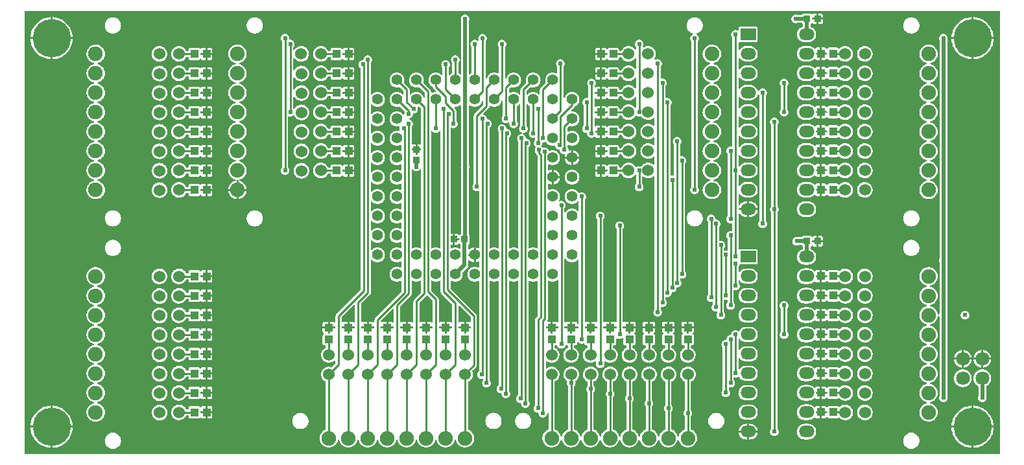
<source format=gbl>
G04 Layer: BottomLayer*
G04 Panelize: , Column: 2, Row: 2, Board Size: 127.89mm x 58.42mm, Panelized Board Size: 257.78mm x 118.84mm*
G04 EasyEDA v6.5.34, 2023-09-01 23:34:49*
G04 d2f9a346f3944a8da2a00f25f54837ea,5a6b42c53f6a479593ecc07194224c93,10*
G04 Gerber Generator version 0.2*
G04 Scale: 100 percent, Rotated: No, Reflected: No *
G04 Dimensions in millimeters *
G04 leading zeros omitted , absolute positions ,4 integer and 5 decimal *
%FSLAX45Y45*%
%MOMM*%

%AMMACRO1*21,1,$1,$2,0,0,$3*%
%ADD10C,0.2540*%
%ADD11C,0.5000*%
%ADD12MACRO1,0.7999X0.9X0.0000*%
%ADD13MACRO1,0.8X0.9X0.0000*%
%ADD14MACRO1,0.8X0.9X-90.0000*%
%ADD15MACRO1,1X1.1X0.0000*%
%ADD16MACRO1,1X1.1X-90.0000*%
%ADD17MACRO1,1X1.1X90.0000*%
%ADD18O,1.9999959999999999X1.499997*%
%ADD19R,2.0000X1.5000*%
%ADD20O,1.9999959999999999X1.524*%
%ADD21C,1.4224*%
%ADD22C,5.0000*%
%ADD23C,1.5240*%
%ADD24C,1.9000*%
%ADD25C,1.8000*%
%ADD26C,0.6096*%
%ADD27C,0.0162*%

%LPD*%
G36*
X12752781Y25908D02*
G01*
X36068Y26416D01*
X32156Y27178D01*
X28905Y29362D01*
X26670Y32664D01*
X25908Y36576D01*
X25908Y5805932D01*
X26670Y5809843D01*
X28905Y5813094D01*
X32156Y5815330D01*
X36068Y5816092D01*
X12752832Y5816092D01*
X12756692Y5815330D01*
X12759994Y5813094D01*
X12762179Y5809792D01*
X12762992Y5805932D01*
X12762992Y36068D01*
X12762179Y32156D01*
X12759994Y28905D01*
X12756692Y26670D01*
G37*

%LPC*%
G36*
X10395051Y5727700D02*
G01*
X10448290Y5727700D01*
X10448290Y5759399D01*
X10447578Y5765749D01*
X10445648Y5771184D01*
X10442600Y5776112D01*
X10438485Y5780176D01*
X10433608Y5783275D01*
X10428122Y5785205D01*
X10421823Y5785916D01*
X10395051Y5785916D01*
G37*
G36*
X12417806Y105562D02*
G01*
X12422428Y105664D01*
X12445390Y108051D01*
X12468098Y112369D01*
X12490348Y118618D01*
X12511989Y126644D01*
X12532918Y136499D01*
X12552934Y148031D01*
X12571882Y161239D01*
X12589713Y175971D01*
X12606223Y192125D01*
X12621310Y209600D01*
X12634925Y228295D01*
X12646863Y248056D01*
X12657124Y268782D01*
X12665659Y290271D01*
X12672314Y312369D01*
X12677140Y334975D01*
X12680035Y357886D01*
X12680442Y368300D01*
X12417806Y368300D01*
G37*
G36*
X393700Y105562D02*
G01*
X398322Y105664D01*
X421284Y108051D01*
X443992Y112369D01*
X466242Y118618D01*
X487934Y126644D01*
X508812Y136499D01*
X528828Y148031D01*
X547827Y161239D01*
X565607Y175971D01*
X582117Y192125D01*
X597204Y209600D01*
X610819Y228295D01*
X622757Y248107D01*
X633018Y268782D01*
X641553Y290271D01*
X648208Y312369D01*
X653034Y334975D01*
X655929Y357936D01*
X656336Y368300D01*
X393700Y368300D01*
G37*
G36*
X12392406Y105613D02*
G01*
X12392406Y368300D01*
X12129516Y368300D01*
X12131395Y346405D01*
X12135205Y323646D01*
X12140996Y301244D01*
X12148566Y279450D01*
X12157964Y258317D01*
X12169089Y238048D01*
X12181890Y218846D01*
X12196267Y200710D01*
X12212066Y183896D01*
X12229236Y168402D01*
X12247626Y154432D01*
X12267133Y142036D01*
X12287605Y131368D01*
X12308941Y122377D01*
X12330887Y115265D01*
X12353391Y109982D01*
X12376251Y106629D01*
G37*
G36*
X368300Y105613D02*
G01*
X368300Y368300D01*
X105410Y368300D01*
X107289Y346405D01*
X111150Y323646D01*
X116890Y301244D01*
X124460Y279450D01*
X133858Y258317D01*
X144983Y238099D01*
X157784Y218846D01*
X172161Y200710D01*
X187960Y183896D01*
X205130Y168402D01*
X223520Y154432D01*
X243027Y142087D01*
X263499Y131368D01*
X284835Y122428D01*
X306781Y115265D01*
X329285Y109982D01*
X352145Y106629D01*
G37*
G36*
X4000500Y111353D02*
G01*
X4015384Y112268D01*
X4030014Y114960D01*
X4044187Y119481D01*
X4057700Y125730D01*
X4070350Y133553D01*
X4081983Y142900D01*
X4092346Y153568D01*
X4101287Y165455D01*
X4108754Y178308D01*
X4114546Y192024D01*
X4117746Y203301D01*
X4119829Y207162D01*
X4123283Y209753D01*
X4127500Y210718D01*
X4131767Y209753D01*
X4135221Y207162D01*
X4137304Y203301D01*
X4140504Y192024D01*
X4146296Y178308D01*
X4153763Y165455D01*
X4162704Y153568D01*
X4173067Y142900D01*
X4184650Y133553D01*
X4197350Y125730D01*
X4210862Y119481D01*
X4225036Y114960D01*
X4239666Y112268D01*
X4254500Y111353D01*
X4269384Y112268D01*
X4284014Y114960D01*
X4298188Y119481D01*
X4311700Y125730D01*
X4324350Y133553D01*
X4335983Y142900D01*
X4346346Y153568D01*
X4355287Y165455D01*
X4362754Y178308D01*
X4368546Y192024D01*
X4371746Y203301D01*
X4373829Y207162D01*
X4377283Y209753D01*
X4381500Y210718D01*
X4385767Y209753D01*
X4389221Y207162D01*
X4391304Y203301D01*
X4394504Y192024D01*
X4400296Y178308D01*
X4407763Y165455D01*
X4416704Y153568D01*
X4427067Y142900D01*
X4438650Y133553D01*
X4451350Y125730D01*
X4464862Y119481D01*
X4479036Y114960D01*
X4493666Y112268D01*
X4508500Y111353D01*
X4523384Y112268D01*
X4538014Y114960D01*
X4552188Y119481D01*
X4565700Y125730D01*
X4578350Y133553D01*
X4589983Y142900D01*
X4600346Y153568D01*
X4609287Y165455D01*
X4616754Y178308D01*
X4622546Y192024D01*
X4625746Y203301D01*
X4627829Y207162D01*
X4631283Y209753D01*
X4635500Y210718D01*
X4639767Y209753D01*
X4643221Y207162D01*
X4645304Y203301D01*
X4648504Y192024D01*
X4654296Y178308D01*
X4661763Y165455D01*
X4670704Y153568D01*
X4681067Y142900D01*
X4692650Y133553D01*
X4705350Y125730D01*
X4718862Y119481D01*
X4733036Y114960D01*
X4747666Y112268D01*
X4762500Y111353D01*
X4777384Y112268D01*
X4792014Y114960D01*
X4806188Y119481D01*
X4819700Y125730D01*
X4832350Y133553D01*
X4843983Y142900D01*
X4854346Y153568D01*
X4863287Y165455D01*
X4870754Y178308D01*
X4876546Y192024D01*
X4879746Y203301D01*
X4881829Y207162D01*
X4885283Y209753D01*
X4889500Y210718D01*
X4893767Y209753D01*
X4897221Y207162D01*
X4899304Y203301D01*
X4902504Y192024D01*
X4908296Y178308D01*
X4915763Y165455D01*
X4924704Y153568D01*
X4935067Y142900D01*
X4946650Y133553D01*
X4959350Y125730D01*
X4972862Y119481D01*
X4987036Y114960D01*
X5001666Y112268D01*
X5016500Y111353D01*
X5031384Y112268D01*
X5046014Y114960D01*
X5060188Y119481D01*
X5073700Y125730D01*
X5086350Y133553D01*
X5097983Y142900D01*
X5108346Y153568D01*
X5117287Y165455D01*
X5124754Y178308D01*
X5130546Y192024D01*
X5133746Y203301D01*
X5135829Y207162D01*
X5139283Y209753D01*
X5143500Y210718D01*
X5147767Y209753D01*
X5151221Y207162D01*
X5153304Y203301D01*
X5156504Y192024D01*
X5162296Y178308D01*
X5169763Y165455D01*
X5178704Y153568D01*
X5189067Y142900D01*
X5200650Y133553D01*
X5213350Y125730D01*
X5226862Y119481D01*
X5241036Y114960D01*
X5255666Y112268D01*
X5270500Y111353D01*
X5285384Y112268D01*
X5300014Y114960D01*
X5314188Y119481D01*
X5327700Y125730D01*
X5340350Y133553D01*
X5351983Y142900D01*
X5362346Y153568D01*
X5371287Y165455D01*
X5378754Y178308D01*
X5384546Y192024D01*
X5387746Y203301D01*
X5389829Y207162D01*
X5393283Y209753D01*
X5397500Y210718D01*
X5401767Y209753D01*
X5405221Y207162D01*
X5407304Y203301D01*
X5410504Y192024D01*
X5416296Y178308D01*
X5423763Y165455D01*
X5432704Y153568D01*
X5443067Y142900D01*
X5454650Y133553D01*
X5467350Y125730D01*
X5480862Y119481D01*
X5495036Y114960D01*
X5509666Y112268D01*
X5524500Y111353D01*
X5539384Y112268D01*
X5554014Y114960D01*
X5568188Y119481D01*
X5581700Y125730D01*
X5594350Y133553D01*
X5605983Y142900D01*
X5616346Y153568D01*
X5625287Y165455D01*
X5632754Y178308D01*
X5638546Y192024D01*
X5641746Y203301D01*
X5643829Y207162D01*
X5647283Y209753D01*
X5651500Y210718D01*
X5655767Y209753D01*
X5659221Y207162D01*
X5661304Y203301D01*
X5664504Y192024D01*
X5670296Y178308D01*
X5677763Y165455D01*
X5686704Y153568D01*
X5697067Y142900D01*
X5708650Y133553D01*
X5721350Y125730D01*
X5734862Y119481D01*
X5749036Y114960D01*
X5763666Y112268D01*
X5778500Y111353D01*
X5793384Y112268D01*
X5808014Y114960D01*
X5822188Y119481D01*
X5835700Y125730D01*
X5848350Y133553D01*
X5859983Y142900D01*
X5870346Y153568D01*
X5879287Y165455D01*
X5886754Y178308D01*
X5892546Y192024D01*
X5896610Y206349D01*
X5898896Y221081D01*
X5899353Y235915D01*
X5897981Y250748D01*
X5894781Y265277D01*
X5889853Y279349D01*
X5883198Y292658D01*
X5874969Y305054D01*
X5865317Y316382D01*
X5854293Y326390D01*
X5842152Y334975D01*
X5829046Y342036D01*
X5823610Y344170D01*
X5820206Y346354D01*
X5817920Y349656D01*
X5817108Y353618D01*
X5817108Y964590D01*
X5817870Y968502D01*
X5820054Y971753D01*
X5823305Y973988D01*
X5827369Y975664D01*
X5839104Y982624D01*
X5849772Y991108D01*
X5859272Y1000912D01*
X5867349Y1011885D01*
X5873902Y1023823D01*
X5878830Y1036574D01*
X5881979Y1049832D01*
X5883351Y1063396D01*
X5882894Y1077010D01*
X5880608Y1090472D01*
X5876544Y1103477D01*
X5875172Y1106525D01*
X5874207Y1110538D01*
X5874918Y1114552D01*
X5877204Y1118006D01*
X5919724Y1160576D01*
X5924854Y1166774D01*
X5928410Y1173480D01*
X5930595Y1180693D01*
X5931408Y1188720D01*
X5931408Y1828292D01*
X5930595Y1836318D01*
X5928410Y1843532D01*
X5924854Y1850237D01*
X5919724Y1856435D01*
X5591505Y2184704D01*
X5589270Y2188006D01*
X5588508Y2191918D01*
X5588508Y2281885D01*
X5589422Y2286050D01*
X5591962Y2289454D01*
X5595670Y2291588D01*
X5599938Y2291943D01*
X5603951Y2290572D01*
X5606846Y2288794D01*
X5618988Y2283510D01*
X5631738Y2279954D01*
X5644845Y2278126D01*
X5658104Y2278126D01*
X5671210Y2279954D01*
X5683961Y2283510D01*
X5696102Y2288794D01*
X5707430Y2295652D01*
X5717692Y2304034D01*
X5726734Y2313686D01*
X5734354Y2324506D01*
X5740450Y2336241D01*
X5744870Y2348738D01*
X5747562Y2361692D01*
X5748477Y2374900D01*
X5747562Y2388108D01*
X5746851Y2391765D01*
X5746699Y2395067D01*
X5747664Y2398268D01*
X5749594Y2401011D01*
X5808116Y2459532D01*
X5811266Y2462987D01*
X5813958Y2466492D01*
X5816346Y2470251D01*
X5818428Y2474163D01*
X5820105Y2478278D01*
X5821426Y2482494D01*
X5822391Y2486863D01*
X5823000Y2491232D01*
X5823204Y2495905D01*
X5823204Y2549753D01*
X5823915Y2553462D01*
X5825947Y2556662D01*
X5828995Y2558897D01*
X5832652Y2559862D01*
X5836412Y2559405D01*
X5839764Y2557627D01*
X5849569Y2549652D01*
X5860846Y2542794D01*
X5872988Y2537510D01*
X5885738Y2533954D01*
X5892800Y2532938D01*
X5892800Y2616200D01*
X5833364Y2616200D01*
X5829452Y2616962D01*
X5826150Y2619197D01*
X5823966Y2622499D01*
X5823204Y2626360D01*
X5823204Y2631440D01*
X5823966Y2635351D01*
X5826150Y2638653D01*
X5829452Y2640838D01*
X5833364Y2641600D01*
X5892800Y2641600D01*
X5892800Y2724861D01*
X5885738Y2723896D01*
X5872988Y2720289D01*
X5860846Y2715056D01*
X5849569Y2708148D01*
X5839764Y2700172D01*
X5836412Y2698394D01*
X5832652Y2697937D01*
X5828995Y2698902D01*
X5825947Y2701137D01*
X5823915Y2704338D01*
X5823204Y2708097D01*
X5823204Y2757982D01*
X5823762Y2761335D01*
X5825388Y2764332D01*
X5828385Y2766872D01*
X5832500Y2770987D01*
X5835548Y2775864D01*
X5837478Y2781350D01*
X5838190Y2787650D01*
X5838190Y2876499D01*
X5837478Y2882849D01*
X5835548Y2888284D01*
X5830163Y2896616D01*
X5829401Y2900527D01*
X5829401Y3752138D01*
X5830366Y3756456D01*
X5831433Y3758844D01*
X5833973Y3768293D01*
X5834837Y3778097D01*
X5833973Y3787901D01*
X5831433Y3797350D01*
X5830366Y3799738D01*
X5829401Y3804005D01*
X5829401Y4576673D01*
X5830112Y4580382D01*
X5832144Y4583633D01*
X5835192Y4585868D01*
X5838850Y4586833D01*
X5842660Y4586376D01*
X5845962Y4584547D01*
X5849569Y4581652D01*
X5860846Y4574794D01*
X5872988Y4569510D01*
X5885738Y4565954D01*
X5898845Y4564126D01*
X5912104Y4564126D01*
X5925210Y4565954D01*
X5937961Y4569510D01*
X5950102Y4574794D01*
X5961430Y4581652D01*
X5971692Y4590034D01*
X5980734Y4599686D01*
X5988354Y4610506D01*
X5994450Y4622241D01*
X6000902Y4640021D01*
X6004001Y4642866D01*
X6008065Y4644186D01*
X6012230Y4643729D01*
X6015939Y4641646D01*
X6018428Y4638192D01*
X6019292Y4634077D01*
X6019292Y4592218D01*
X6018530Y4588306D01*
X6016294Y4585004D01*
X5903976Y4472635D01*
X5898845Y4466437D01*
X5895289Y4459732D01*
X5893104Y4452518D01*
X5892292Y4444492D01*
X5892292Y3562908D01*
X5891530Y3558997D01*
X5889294Y3555695D01*
X5887720Y3554120D01*
X5882081Y3546094D01*
X5877966Y3537153D01*
X5875426Y3527704D01*
X5874562Y3517900D01*
X5875426Y3508095D01*
X5877966Y3498646D01*
X5882081Y3489706D01*
X5887720Y3481679D01*
X5894679Y3474720D01*
X5902706Y3469081D01*
X5911646Y3464966D01*
X5921095Y3462426D01*
X5930900Y3461562D01*
X5940704Y3462426D01*
X5950153Y3464966D01*
X5954014Y3466744D01*
X5957976Y3467709D01*
X5961938Y3466998D01*
X5965342Y3464864D01*
X5967679Y3461512D01*
X5968492Y3457549D01*
X5968492Y2721965D01*
X5967577Y2717749D01*
X5965037Y2714345D01*
X5961329Y2712262D01*
X5957062Y2711856D01*
X5953048Y2713278D01*
X5950102Y2715056D01*
X5937961Y2720289D01*
X5925210Y2723896D01*
X5918200Y2724861D01*
X5918200Y2641600D01*
X5958332Y2641600D01*
X5962192Y2640838D01*
X5965494Y2638653D01*
X5967679Y2635351D01*
X5968492Y2631440D01*
X5968492Y2626360D01*
X5967679Y2622499D01*
X5965494Y2619197D01*
X5962192Y2616962D01*
X5958332Y2616200D01*
X5918200Y2616200D01*
X5918200Y2532938D01*
X5925210Y2533954D01*
X5937961Y2537510D01*
X5950102Y2542794D01*
X5953048Y2544572D01*
X5957062Y2545943D01*
X5961329Y2545588D01*
X5965037Y2543454D01*
X5967577Y2540050D01*
X5968492Y2535885D01*
X5968492Y2467965D01*
X5967577Y2463749D01*
X5965037Y2460345D01*
X5961329Y2458262D01*
X5957062Y2457856D01*
X5953048Y2459278D01*
X5950102Y2461056D01*
X5937961Y2466289D01*
X5925210Y2469896D01*
X5912104Y2471674D01*
X5898845Y2471674D01*
X5885738Y2469896D01*
X5872988Y2466289D01*
X5860846Y2461056D01*
X5849569Y2454148D01*
X5839256Y2445816D01*
X5830265Y2436114D01*
X5822594Y2425293D01*
X5816498Y2413558D01*
X5812078Y2401062D01*
X5809386Y2388108D01*
X5808472Y2374900D01*
X5809386Y2361692D01*
X5812078Y2348738D01*
X5816498Y2336241D01*
X5822594Y2324506D01*
X5830265Y2313686D01*
X5839256Y2304034D01*
X5849569Y2295652D01*
X5860846Y2288794D01*
X5872988Y2283510D01*
X5885738Y2279954D01*
X5898845Y2278126D01*
X5912104Y2278126D01*
X5925210Y2279954D01*
X5937961Y2283510D01*
X5950102Y2288794D01*
X5953048Y2290572D01*
X5957062Y2291943D01*
X5961329Y2291588D01*
X5965037Y2289454D01*
X5967577Y2286050D01*
X5968492Y2281885D01*
X5968492Y1119682D01*
X5967933Y1116482D01*
X5966460Y1113637D01*
X5964123Y1111351D01*
X5958179Y1107186D01*
X5951220Y1100277D01*
X5945581Y1092200D01*
X5941466Y1083310D01*
X5938926Y1073810D01*
X5938062Y1064006D01*
X5938926Y1054252D01*
X5941466Y1044752D01*
X5945581Y1035862D01*
X5951220Y1027785D01*
X5958179Y1020876D01*
X5966206Y1015237D01*
X5975146Y1011072D01*
X5984595Y1008532D01*
X5994400Y1007668D01*
X6004204Y1008532D01*
X6006490Y1009142D01*
X6010198Y1009446D01*
X6013754Y1008380D01*
X6016701Y1006144D01*
X6018631Y1002995D01*
X6019292Y997508D01*
X6018530Y993597D01*
X6016294Y990295D01*
X6014720Y988720D01*
X6009081Y980694D01*
X6004966Y971753D01*
X6002426Y962304D01*
X6001562Y952500D01*
X6002426Y942695D01*
X6004966Y933246D01*
X6009081Y924306D01*
X6014720Y916279D01*
X6021679Y909319D01*
X6029706Y903681D01*
X6038646Y899566D01*
X6048095Y897026D01*
X6057900Y896162D01*
X6067704Y897026D01*
X6077153Y899566D01*
X6086094Y903681D01*
X6094120Y909319D01*
X6101080Y916279D01*
X6106718Y924306D01*
X6110833Y933246D01*
X6113373Y942695D01*
X6114237Y952500D01*
X6113373Y962304D01*
X6110833Y971753D01*
X6106718Y980694D01*
X6101080Y988720D01*
X6099505Y990295D01*
X6097270Y993597D01*
X6096508Y997508D01*
X6096508Y2281885D01*
X6097422Y2286050D01*
X6099962Y2289454D01*
X6103670Y2291588D01*
X6107938Y2291943D01*
X6111951Y2290572D01*
X6114846Y2288794D01*
X6126988Y2283510D01*
X6139738Y2279954D01*
X6152845Y2278126D01*
X6166104Y2278126D01*
X6179210Y2279954D01*
X6191961Y2283510D01*
X6204102Y2288794D01*
X6207048Y2290572D01*
X6211062Y2291943D01*
X6215329Y2291588D01*
X6219037Y2289505D01*
X6221577Y2286050D01*
X6222492Y2281885D01*
X6222492Y931976D01*
X6221984Y928776D01*
X6220460Y925931D01*
X6218174Y923645D01*
X6212179Y919480D01*
X6205220Y912520D01*
X6199581Y904494D01*
X6195466Y895553D01*
X6192926Y886104D01*
X6192062Y876300D01*
X6192926Y866495D01*
X6195466Y857046D01*
X6199581Y848106D01*
X6205220Y840079D01*
X6212179Y833119D01*
X6220206Y827481D01*
X6229146Y823366D01*
X6238595Y820826D01*
X6246469Y820115D01*
X6249873Y819200D01*
X6252768Y817168D01*
X6254800Y814273D01*
X6255715Y810869D01*
X6256426Y802995D01*
X6258966Y793546D01*
X6263081Y784606D01*
X6268720Y776579D01*
X6275679Y769620D01*
X6283706Y763981D01*
X6292646Y759866D01*
X6302095Y757326D01*
X6311900Y756462D01*
X6321704Y757326D01*
X6331153Y759866D01*
X6340094Y763981D01*
X6348120Y769620D01*
X6355080Y776579D01*
X6360718Y784606D01*
X6364833Y793546D01*
X6367373Y802995D01*
X6368237Y812800D01*
X6367373Y822604D01*
X6364833Y832053D01*
X6360718Y840994D01*
X6355080Y849020D01*
X6353505Y850595D01*
X6351270Y853897D01*
X6350508Y857808D01*
X6350508Y2281885D01*
X6351422Y2286050D01*
X6353962Y2289454D01*
X6357670Y2291588D01*
X6361938Y2291943D01*
X6365951Y2290572D01*
X6368846Y2288794D01*
X6380988Y2283510D01*
X6393738Y2279954D01*
X6406845Y2278126D01*
X6420104Y2278126D01*
X6433210Y2279954D01*
X6445961Y2283510D01*
X6458102Y2288794D01*
X6461048Y2290572D01*
X6465062Y2291943D01*
X6469329Y2291588D01*
X6473037Y2289505D01*
X6475577Y2286050D01*
X6476492Y2281885D01*
X6476492Y804976D01*
X6475984Y801776D01*
X6474460Y798931D01*
X6472174Y796645D01*
X6466179Y792480D01*
X6459220Y785520D01*
X6453581Y777494D01*
X6449466Y768553D01*
X6446926Y759104D01*
X6446062Y749300D01*
X6446926Y739495D01*
X6449466Y730046D01*
X6453581Y721106D01*
X6459220Y713079D01*
X6466179Y706120D01*
X6474206Y700481D01*
X6483146Y696366D01*
X6492595Y693826D01*
X6500469Y693115D01*
X6503873Y692200D01*
X6506768Y690168D01*
X6508800Y687273D01*
X6509715Y683869D01*
X6510426Y675995D01*
X6512966Y666546D01*
X6517081Y657606D01*
X6522720Y649579D01*
X6529679Y642620D01*
X6537706Y636981D01*
X6546646Y632866D01*
X6556095Y630326D01*
X6565900Y629462D01*
X6575704Y630326D01*
X6585153Y632866D01*
X6594094Y636981D01*
X6602120Y642620D01*
X6609080Y649579D01*
X6614718Y657606D01*
X6618833Y666546D01*
X6621373Y675995D01*
X6622237Y685800D01*
X6621373Y695604D01*
X6618833Y705053D01*
X6614718Y713994D01*
X6609080Y722020D01*
X6607454Y723595D01*
X6605270Y726897D01*
X6604508Y730808D01*
X6604508Y2281885D01*
X6605371Y2286050D01*
X6607911Y2289505D01*
X6611670Y2291588D01*
X6615887Y2291943D01*
X6619951Y2290572D01*
X6622846Y2288794D01*
X6634988Y2283510D01*
X6647738Y2279954D01*
X6660845Y2278126D01*
X6674103Y2278126D01*
X6687210Y2279954D01*
X6699961Y2283510D01*
X6712102Y2288794D01*
X6715048Y2290572D01*
X6719062Y2291943D01*
X6723329Y2291588D01*
X6727037Y2289505D01*
X6729577Y2286050D01*
X6730492Y2281885D01*
X6730492Y1836318D01*
X6729730Y1832406D01*
X6727494Y1829104D01*
X6704075Y1805635D01*
X6698945Y1799437D01*
X6695389Y1792732D01*
X6693204Y1785518D01*
X6692392Y1777492D01*
X6692392Y667308D01*
X6691630Y663397D01*
X6689394Y660095D01*
X6687820Y658520D01*
X6682181Y650494D01*
X6678066Y641553D01*
X6675526Y632104D01*
X6674662Y622300D01*
X6675526Y612495D01*
X6678066Y603046D01*
X6682181Y594106D01*
X6687820Y586079D01*
X6694779Y579120D01*
X6702806Y573481D01*
X6711746Y569366D01*
X6721195Y566826D01*
X6729069Y566115D01*
X6732473Y565200D01*
X6735368Y563168D01*
X6737400Y560273D01*
X6738315Y556869D01*
X6739026Y548995D01*
X6741566Y539546D01*
X6745681Y530606D01*
X6751320Y522579D01*
X6758279Y515620D01*
X6766306Y509981D01*
X6775246Y505866D01*
X6784695Y503326D01*
X6794500Y502462D01*
X6804304Y503326D01*
X6813753Y505866D01*
X6822694Y509981D01*
X6830720Y515620D01*
X6837680Y522579D01*
X6843318Y530606D01*
X6847433Y539546D01*
X6850227Y549859D01*
X6852107Y553567D01*
X6855307Y556209D01*
X6859270Y557377D01*
X6863384Y556818D01*
X6866940Y554685D01*
X6869328Y551281D01*
X6870192Y547217D01*
X6870192Y353618D01*
X6869379Y349656D01*
X6867093Y346354D01*
X6863689Y344170D01*
X6858304Y342036D01*
X6845198Y335026D01*
X6833006Y326390D01*
X6822033Y316382D01*
X6812330Y305104D01*
X6804101Y292658D01*
X6797497Y279349D01*
X6792518Y265328D01*
X6789369Y250799D01*
X6787997Y235966D01*
X6788454Y221081D01*
X6790740Y206349D01*
X6794804Y192074D01*
X6800596Y178358D01*
X6808063Y165455D01*
X6817004Y153568D01*
X6827367Y142900D01*
X6838950Y133553D01*
X6851599Y125730D01*
X6865162Y119481D01*
X6879336Y115011D01*
X6893966Y112268D01*
X6908800Y111353D01*
X6923684Y112268D01*
X6938314Y115011D01*
X6952488Y119481D01*
X6966000Y125730D01*
X6978650Y133553D01*
X6990232Y142900D01*
X7000595Y153568D01*
X7009587Y165455D01*
X7017003Y178358D01*
X7022846Y192074D01*
X7026046Y203352D01*
X7028078Y207162D01*
X7031583Y209804D01*
X7035800Y210718D01*
X7040067Y209804D01*
X7043521Y207162D01*
X7045604Y203352D01*
X7048804Y192074D01*
X7054596Y178358D01*
X7062063Y165455D01*
X7071004Y153568D01*
X7081367Y142900D01*
X7092950Y133553D01*
X7105599Y125730D01*
X7119162Y119481D01*
X7133336Y115011D01*
X7147966Y112268D01*
X7162800Y111353D01*
X7177684Y112268D01*
X7192314Y115011D01*
X7206488Y119481D01*
X7220000Y125730D01*
X7232650Y133553D01*
X7244232Y142900D01*
X7254595Y153568D01*
X7263587Y165455D01*
X7271003Y178358D01*
X7276846Y192074D01*
X7280046Y203352D01*
X7282078Y207162D01*
X7285583Y209804D01*
X7289800Y210718D01*
X7294067Y209804D01*
X7297521Y207162D01*
X7299604Y203352D01*
X7302804Y192074D01*
X7308596Y178358D01*
X7316063Y165455D01*
X7325004Y153568D01*
X7335367Y142900D01*
X7346950Y133553D01*
X7359599Y125730D01*
X7373162Y119481D01*
X7387336Y115011D01*
X7401966Y112268D01*
X7416800Y111353D01*
X7431684Y112268D01*
X7446314Y115011D01*
X7460488Y119481D01*
X7474000Y125730D01*
X7486650Y133553D01*
X7498232Y142900D01*
X7508595Y153568D01*
X7517587Y165455D01*
X7525003Y178358D01*
X7530846Y192074D01*
X7534046Y203352D01*
X7536078Y207162D01*
X7539583Y209804D01*
X7543800Y210718D01*
X7548067Y209804D01*
X7551521Y207162D01*
X7553604Y203352D01*
X7556804Y192074D01*
X7562596Y178358D01*
X7570063Y165455D01*
X7579004Y153568D01*
X7589367Y142900D01*
X7600950Y133553D01*
X7613599Y125730D01*
X7627162Y119481D01*
X7641336Y115011D01*
X7655966Y112268D01*
X7670800Y111353D01*
X7685684Y112268D01*
X7700314Y115011D01*
X7714488Y119481D01*
X7728000Y125730D01*
X7740650Y133553D01*
X7752232Y142900D01*
X7762595Y153568D01*
X7771587Y165455D01*
X7779003Y178358D01*
X7784846Y192074D01*
X7788046Y203352D01*
X7790078Y207162D01*
X7793583Y209804D01*
X7797800Y210718D01*
X7802067Y209804D01*
X7805521Y207162D01*
X7807604Y203352D01*
X7810804Y192074D01*
X7816596Y178358D01*
X7824063Y165455D01*
X7833004Y153568D01*
X7843367Y142900D01*
X7854950Y133553D01*
X7867599Y125730D01*
X7881162Y119481D01*
X7895336Y115011D01*
X7909966Y112268D01*
X7924800Y111353D01*
X7939684Y112268D01*
X7954314Y115011D01*
X7968488Y119481D01*
X7982000Y125730D01*
X7994650Y133553D01*
X8006232Y142900D01*
X8016595Y153568D01*
X8025587Y165455D01*
X8033003Y178358D01*
X8038846Y192074D01*
X8042046Y203352D01*
X8044078Y207162D01*
X8047583Y209804D01*
X8051800Y210718D01*
X8056067Y209804D01*
X8059521Y207162D01*
X8061604Y203352D01*
X8064804Y192074D01*
X8070596Y178358D01*
X8078063Y165455D01*
X8087004Y153568D01*
X8097367Y142900D01*
X8108950Y133553D01*
X8121599Y125730D01*
X8135162Y119481D01*
X8149336Y115011D01*
X8163966Y112268D01*
X8178800Y111353D01*
X8193684Y112268D01*
X8208314Y115011D01*
X8222488Y119481D01*
X8236000Y125730D01*
X8248650Y133553D01*
X8260232Y142900D01*
X8270595Y153568D01*
X8279587Y165455D01*
X8287003Y178358D01*
X8292846Y192074D01*
X8296046Y203352D01*
X8298078Y207162D01*
X8301583Y209804D01*
X8305800Y210718D01*
X8310067Y209804D01*
X8313521Y207162D01*
X8315604Y203352D01*
X8318804Y192074D01*
X8324596Y178358D01*
X8332063Y165455D01*
X8341004Y153568D01*
X8351367Y142900D01*
X8362950Y133553D01*
X8375599Y125730D01*
X8389162Y119481D01*
X8403336Y115011D01*
X8417966Y112268D01*
X8432800Y111353D01*
X8447684Y112268D01*
X8462314Y115011D01*
X8476488Y119481D01*
X8490000Y125730D01*
X8502650Y133553D01*
X8514232Y142900D01*
X8524595Y153568D01*
X8533587Y165455D01*
X8541004Y178358D01*
X8546846Y192074D01*
X8550046Y203352D01*
X8552078Y207162D01*
X8555583Y209804D01*
X8559800Y210718D01*
X8564067Y209804D01*
X8567521Y207162D01*
X8569604Y203352D01*
X8572804Y192074D01*
X8578596Y178358D01*
X8586063Y165455D01*
X8595004Y153568D01*
X8605367Y142900D01*
X8616950Y133553D01*
X8629599Y125730D01*
X8643162Y119481D01*
X8657336Y115011D01*
X8671966Y112268D01*
X8686800Y111353D01*
X8701684Y112268D01*
X8716314Y115011D01*
X8730488Y119481D01*
X8744000Y125730D01*
X8756650Y133553D01*
X8768232Y142900D01*
X8778595Y153568D01*
X8787587Y165455D01*
X8795004Y178358D01*
X8800846Y192074D01*
X8804910Y206349D01*
X8807196Y221081D01*
X8807653Y235966D01*
X8806281Y250799D01*
X8803081Y265328D01*
X8798153Y279349D01*
X8791498Y292658D01*
X8783269Y305104D01*
X8773617Y316382D01*
X8762593Y326390D01*
X8750452Y335026D01*
X8737346Y342036D01*
X8731910Y344170D01*
X8728506Y346354D01*
X8726220Y349656D01*
X8725408Y353618D01*
X8725408Y513791D01*
X8726170Y517702D01*
X8728405Y521004D01*
X8729980Y522579D01*
X8735618Y530606D01*
X8739733Y539546D01*
X8742273Y548995D01*
X8743137Y558800D01*
X8742273Y568604D01*
X8739733Y578053D01*
X8735618Y586994D01*
X8729980Y595020D01*
X8728405Y596595D01*
X8726170Y599897D01*
X8725408Y603808D01*
X8725408Y964641D01*
X8726170Y968502D01*
X8728354Y971803D01*
X8731605Y973988D01*
X8735669Y975715D01*
X8747404Y982675D01*
X8758072Y991108D01*
X8767572Y1000912D01*
X8775649Y1011885D01*
X8782202Y1023874D01*
X8787130Y1036574D01*
X8790279Y1049832D01*
X8791651Y1063396D01*
X8791194Y1077061D01*
X8788908Y1090472D01*
X8784844Y1103528D01*
X8779103Y1115872D01*
X8771788Y1127353D01*
X8763000Y1137767D01*
X8752890Y1146962D01*
X8741613Y1154633D01*
X8729472Y1160830D01*
X8716568Y1165301D01*
X8703208Y1167993D01*
X8689594Y1168908D01*
X8675979Y1167993D01*
X8662619Y1165301D01*
X8649766Y1160830D01*
X8637574Y1154633D01*
X8626348Y1146962D01*
X8616238Y1137767D01*
X8607399Y1127353D01*
X8600084Y1115872D01*
X8594344Y1103528D01*
X8590280Y1090472D01*
X8588044Y1077061D01*
X8587587Y1063396D01*
X8588959Y1049832D01*
X8592108Y1036574D01*
X8596985Y1023874D01*
X8603538Y1011885D01*
X8611666Y1000912D01*
X8621115Y991108D01*
X8631834Y982675D01*
X8643213Y975918D01*
X8645855Y973632D01*
X8647582Y970635D01*
X8648192Y967181D01*
X8648192Y603808D01*
X8647430Y599897D01*
X8645194Y596595D01*
X8643620Y595020D01*
X8637981Y586994D01*
X8633866Y578053D01*
X8631326Y568604D01*
X8630462Y558800D01*
X8631326Y548995D01*
X8633866Y539546D01*
X8637981Y530606D01*
X8643620Y522579D01*
X8645194Y521004D01*
X8647430Y517702D01*
X8648192Y513791D01*
X8648192Y353618D01*
X8647379Y349656D01*
X8645093Y346354D01*
X8641689Y344170D01*
X8636304Y342036D01*
X8623198Y335026D01*
X8611006Y326390D01*
X8600033Y316382D01*
X8590330Y305104D01*
X8582101Y292658D01*
X8575497Y279349D01*
X8570518Y265328D01*
X8569756Y261670D01*
X8568182Y258064D01*
X8565388Y255320D01*
X8561781Y253847D01*
X8557869Y253847D01*
X8554262Y255320D01*
X8551468Y258064D01*
X8549894Y261670D01*
X8549081Y265328D01*
X8544153Y279349D01*
X8537498Y292658D01*
X8529269Y305104D01*
X8519617Y316382D01*
X8508593Y326390D01*
X8496452Y335026D01*
X8483346Y342036D01*
X8477910Y344170D01*
X8474506Y346354D01*
X8472220Y349656D01*
X8471408Y353618D01*
X8471408Y577291D01*
X8472170Y581202D01*
X8474405Y584504D01*
X8475980Y586079D01*
X8481618Y594106D01*
X8485733Y603046D01*
X8488273Y612495D01*
X8489137Y622300D01*
X8488273Y632104D01*
X8485733Y641553D01*
X8481618Y650494D01*
X8475980Y658520D01*
X8474405Y660095D01*
X8472170Y663397D01*
X8471408Y667308D01*
X8471408Y964641D01*
X8472170Y968502D01*
X8474354Y971803D01*
X8477605Y973988D01*
X8481669Y975715D01*
X8493404Y982675D01*
X8504072Y991108D01*
X8513572Y1000912D01*
X8521649Y1011885D01*
X8528202Y1023874D01*
X8533130Y1036574D01*
X8536279Y1049832D01*
X8537651Y1063396D01*
X8537194Y1077061D01*
X8534908Y1090472D01*
X8530844Y1103528D01*
X8525103Y1115872D01*
X8517788Y1127353D01*
X8509000Y1137767D01*
X8498890Y1146962D01*
X8487613Y1154633D01*
X8475472Y1160830D01*
X8462568Y1165301D01*
X8449208Y1167993D01*
X8435594Y1168908D01*
X8421979Y1167993D01*
X8408619Y1165301D01*
X8395766Y1160830D01*
X8383574Y1154633D01*
X8372348Y1146962D01*
X8362238Y1137767D01*
X8353399Y1127353D01*
X8346084Y1115872D01*
X8340344Y1103528D01*
X8336280Y1090472D01*
X8334044Y1077061D01*
X8333587Y1063396D01*
X8334959Y1049832D01*
X8338108Y1036574D01*
X8342985Y1023874D01*
X8349538Y1011885D01*
X8357666Y1000912D01*
X8367115Y991108D01*
X8377834Y982675D01*
X8389213Y975918D01*
X8391855Y973632D01*
X8393582Y970635D01*
X8394192Y967181D01*
X8394192Y667308D01*
X8393430Y663397D01*
X8391194Y660095D01*
X8389620Y658520D01*
X8383981Y650494D01*
X8379866Y641553D01*
X8377326Y632104D01*
X8376462Y622300D01*
X8377326Y612495D01*
X8379866Y603046D01*
X8383981Y594106D01*
X8389620Y586079D01*
X8391194Y584504D01*
X8393430Y581202D01*
X8394192Y577291D01*
X8394192Y353618D01*
X8393379Y349656D01*
X8391093Y346354D01*
X8387689Y344170D01*
X8382304Y342036D01*
X8369198Y335026D01*
X8357006Y326390D01*
X8346033Y316382D01*
X8336330Y305104D01*
X8328101Y292658D01*
X8321497Y279349D01*
X8316518Y265328D01*
X8315756Y261670D01*
X8314181Y258064D01*
X8311388Y255320D01*
X8307781Y253847D01*
X8303869Y253847D01*
X8300262Y255320D01*
X8297468Y258064D01*
X8295894Y261670D01*
X8295081Y265328D01*
X8290153Y279349D01*
X8283498Y292658D01*
X8275269Y305104D01*
X8265617Y316382D01*
X8254593Y326390D01*
X8242452Y335026D01*
X8229346Y342036D01*
X8223910Y344170D01*
X8220506Y346354D01*
X8218220Y349656D01*
X8217408Y353618D01*
X8217408Y640791D01*
X8218170Y644702D01*
X8220405Y648004D01*
X8221980Y649579D01*
X8227618Y657606D01*
X8231733Y666546D01*
X8234273Y675995D01*
X8235137Y685800D01*
X8234273Y695604D01*
X8231733Y705053D01*
X8227618Y713994D01*
X8221980Y722020D01*
X8220405Y723595D01*
X8218170Y726897D01*
X8217408Y730808D01*
X8217408Y964641D01*
X8218170Y968502D01*
X8220354Y971803D01*
X8223605Y973988D01*
X8227669Y975715D01*
X8239404Y982675D01*
X8250072Y991108D01*
X8259572Y1000912D01*
X8267649Y1011885D01*
X8274202Y1023874D01*
X8279130Y1036574D01*
X8282279Y1049832D01*
X8283651Y1063396D01*
X8283194Y1077061D01*
X8280908Y1090472D01*
X8276844Y1103528D01*
X8271103Y1115872D01*
X8263788Y1127353D01*
X8255000Y1137767D01*
X8244890Y1146962D01*
X8233613Y1154633D01*
X8221472Y1160830D01*
X8208568Y1165301D01*
X8195208Y1167993D01*
X8181594Y1168908D01*
X8167979Y1167993D01*
X8154619Y1165301D01*
X8141766Y1160830D01*
X8129574Y1154633D01*
X8118348Y1146962D01*
X8108238Y1137767D01*
X8099399Y1127353D01*
X8092084Y1115872D01*
X8086344Y1103528D01*
X8082280Y1090472D01*
X8080044Y1077061D01*
X8079587Y1063396D01*
X8080959Y1049832D01*
X8084108Y1036574D01*
X8088985Y1023874D01*
X8095538Y1011885D01*
X8103666Y1000912D01*
X8113115Y991108D01*
X8123834Y982675D01*
X8135213Y975918D01*
X8137855Y973632D01*
X8139582Y970635D01*
X8140192Y967181D01*
X8140192Y730808D01*
X8139430Y726897D01*
X8137194Y723595D01*
X8135620Y722020D01*
X8129981Y713994D01*
X8125866Y705053D01*
X8123326Y695604D01*
X8122462Y685800D01*
X8123326Y675995D01*
X8125866Y666546D01*
X8129981Y657606D01*
X8135620Y649579D01*
X8137194Y648004D01*
X8139430Y644702D01*
X8140192Y640791D01*
X8140192Y353618D01*
X8139379Y349656D01*
X8137093Y346354D01*
X8133689Y344170D01*
X8128304Y342036D01*
X8115198Y335026D01*
X8103006Y326390D01*
X8092033Y316382D01*
X8082330Y305104D01*
X8074101Y292658D01*
X8067497Y279349D01*
X8062518Y265328D01*
X8061756Y261670D01*
X8060181Y258064D01*
X8057388Y255320D01*
X8053781Y253847D01*
X8049869Y253847D01*
X8046262Y255320D01*
X8043468Y258064D01*
X8041894Y261670D01*
X8041081Y265328D01*
X8036153Y279349D01*
X8029498Y292658D01*
X8021269Y305104D01*
X8011617Y316382D01*
X8000593Y326390D01*
X7988452Y335026D01*
X7975346Y342036D01*
X7969910Y344170D01*
X7966506Y346354D01*
X7964220Y349656D01*
X7963408Y353618D01*
X7963408Y704291D01*
X7964170Y708202D01*
X7966405Y711504D01*
X7967980Y713079D01*
X7973618Y721106D01*
X7977733Y730046D01*
X7980273Y739495D01*
X7981137Y749300D01*
X7980273Y759104D01*
X7977733Y768553D01*
X7973618Y777494D01*
X7967980Y785520D01*
X7966405Y787095D01*
X7964170Y790397D01*
X7963408Y794308D01*
X7963408Y964641D01*
X7964170Y968502D01*
X7966354Y971803D01*
X7969605Y973988D01*
X7973669Y975715D01*
X7985404Y982675D01*
X7996072Y991108D01*
X8005572Y1000912D01*
X8013649Y1011885D01*
X8020202Y1023874D01*
X8025130Y1036574D01*
X8028279Y1049832D01*
X8029651Y1063396D01*
X8029194Y1077061D01*
X8026908Y1090472D01*
X8022844Y1103528D01*
X8017103Y1115872D01*
X8009788Y1127353D01*
X8001000Y1137767D01*
X7990890Y1146962D01*
X7979613Y1154633D01*
X7967472Y1160830D01*
X7954568Y1165301D01*
X7941208Y1167993D01*
X7927594Y1168908D01*
X7913979Y1167993D01*
X7900619Y1165301D01*
X7887766Y1160830D01*
X7875574Y1154633D01*
X7864348Y1146962D01*
X7854238Y1137767D01*
X7845399Y1127353D01*
X7838084Y1115872D01*
X7832344Y1103528D01*
X7828280Y1090472D01*
X7826044Y1077061D01*
X7825587Y1063396D01*
X7826959Y1049832D01*
X7830108Y1036574D01*
X7834985Y1023874D01*
X7841538Y1011885D01*
X7849666Y1000912D01*
X7859115Y991108D01*
X7869834Y982675D01*
X7881213Y975918D01*
X7883855Y973632D01*
X7885582Y970635D01*
X7886192Y967181D01*
X7886192Y794308D01*
X7885430Y790397D01*
X7883194Y787095D01*
X7881620Y785520D01*
X7875981Y777494D01*
X7871866Y768553D01*
X7869326Y759104D01*
X7868462Y749300D01*
X7869326Y739495D01*
X7871866Y730046D01*
X7875981Y721106D01*
X7881620Y713079D01*
X7883194Y711504D01*
X7885430Y708202D01*
X7886192Y704291D01*
X7886192Y353618D01*
X7885379Y349656D01*
X7883093Y346354D01*
X7879689Y344170D01*
X7874304Y342036D01*
X7861198Y335026D01*
X7849006Y326390D01*
X7838033Y316382D01*
X7828330Y305104D01*
X7820101Y292658D01*
X7813497Y279349D01*
X7808518Y265328D01*
X7807756Y261670D01*
X7806181Y258064D01*
X7803388Y255320D01*
X7799781Y253847D01*
X7795869Y253847D01*
X7792262Y255320D01*
X7789468Y258064D01*
X7787894Y261670D01*
X7787081Y265328D01*
X7782153Y279349D01*
X7775498Y292658D01*
X7767269Y305104D01*
X7757617Y316382D01*
X7746593Y326390D01*
X7734452Y335026D01*
X7721346Y342036D01*
X7715910Y344170D01*
X7712506Y346354D01*
X7710220Y349656D01*
X7709408Y353618D01*
X7709408Y764997D01*
X7710170Y768908D01*
X7712405Y772210D01*
X7716774Y776579D01*
X7722412Y784606D01*
X7726527Y793546D01*
X7729067Y802995D01*
X7729931Y812800D01*
X7729067Y822604D01*
X7726527Y832053D01*
X7722412Y840994D01*
X7716774Y849020D01*
X7712405Y853389D01*
X7710170Y856691D01*
X7709408Y860602D01*
X7709408Y964641D01*
X7710170Y968502D01*
X7712354Y971803D01*
X7715605Y973988D01*
X7719669Y975715D01*
X7731404Y982675D01*
X7742072Y991108D01*
X7751572Y1000912D01*
X7759649Y1011885D01*
X7766202Y1023874D01*
X7771130Y1036574D01*
X7774279Y1049832D01*
X7775651Y1063396D01*
X7775194Y1077061D01*
X7772908Y1090472D01*
X7768844Y1103528D01*
X7763103Y1115872D01*
X7755788Y1127353D01*
X7747000Y1137767D01*
X7736890Y1146962D01*
X7725613Y1154633D01*
X7713472Y1160830D01*
X7700568Y1165301D01*
X7687208Y1167993D01*
X7673594Y1168908D01*
X7659979Y1167993D01*
X7646619Y1165301D01*
X7633766Y1160830D01*
X7621574Y1154633D01*
X7610348Y1146962D01*
X7600238Y1137767D01*
X7591399Y1127353D01*
X7584084Y1115872D01*
X7578344Y1103528D01*
X7574280Y1090472D01*
X7572044Y1077061D01*
X7571587Y1063396D01*
X7572959Y1049832D01*
X7576108Y1036574D01*
X7580985Y1023874D01*
X7587538Y1011885D01*
X7595666Y1000912D01*
X7605115Y991108D01*
X7615834Y982675D01*
X7627213Y975918D01*
X7629855Y973632D01*
X7631582Y970635D01*
X7632192Y967181D01*
X7632192Y854760D01*
X7631734Y851712D01*
X7630363Y848918D01*
X7624775Y840994D01*
X7620660Y832053D01*
X7618120Y822604D01*
X7617256Y812800D01*
X7618120Y802995D01*
X7620660Y793546D01*
X7624775Y784606D01*
X7630363Y776681D01*
X7631734Y773887D01*
X7632192Y770839D01*
X7632192Y353618D01*
X7631379Y349656D01*
X7629093Y346354D01*
X7625689Y344170D01*
X7620304Y342036D01*
X7607198Y335026D01*
X7595006Y326390D01*
X7584033Y316382D01*
X7574330Y305104D01*
X7566101Y292658D01*
X7559497Y279349D01*
X7554518Y265328D01*
X7553756Y261670D01*
X7552181Y258064D01*
X7549388Y255320D01*
X7545781Y253847D01*
X7541869Y253847D01*
X7538262Y255320D01*
X7535468Y258064D01*
X7533894Y261670D01*
X7533081Y265328D01*
X7528153Y279349D01*
X7521498Y292658D01*
X7513269Y305104D01*
X7503617Y316382D01*
X7492593Y326390D01*
X7480452Y335026D01*
X7467346Y342036D01*
X7461910Y344170D01*
X7458506Y346354D01*
X7456220Y349656D01*
X7455408Y353618D01*
X7455408Y828497D01*
X7456170Y832408D01*
X7458405Y835710D01*
X7462774Y840079D01*
X7468412Y848106D01*
X7472527Y857046D01*
X7475067Y866495D01*
X7475931Y876300D01*
X7475067Y886104D01*
X7472527Y895553D01*
X7468412Y904494D01*
X7462774Y912520D01*
X7458405Y916889D01*
X7456170Y920191D01*
X7455408Y924102D01*
X7455408Y964641D01*
X7456170Y968502D01*
X7458354Y971803D01*
X7461605Y973988D01*
X7465669Y975715D01*
X7477404Y982675D01*
X7488072Y991108D01*
X7497572Y1000912D01*
X7505649Y1011885D01*
X7512202Y1023874D01*
X7517130Y1036574D01*
X7520279Y1049832D01*
X7521651Y1063396D01*
X7521194Y1077061D01*
X7518908Y1090472D01*
X7514844Y1103528D01*
X7509103Y1115872D01*
X7501788Y1127353D01*
X7493000Y1137767D01*
X7482890Y1146962D01*
X7471613Y1154633D01*
X7459472Y1160830D01*
X7446568Y1165301D01*
X7433208Y1167993D01*
X7419594Y1168908D01*
X7405979Y1167993D01*
X7392619Y1165301D01*
X7379766Y1160830D01*
X7367574Y1154633D01*
X7356348Y1146962D01*
X7346238Y1137767D01*
X7337399Y1127353D01*
X7330084Y1115872D01*
X7324344Y1103528D01*
X7320280Y1090472D01*
X7318044Y1077061D01*
X7317587Y1063396D01*
X7318959Y1049832D01*
X7322108Y1036574D01*
X7326985Y1023874D01*
X7333538Y1011885D01*
X7341666Y1000912D01*
X7351115Y991108D01*
X7361834Y982675D01*
X7373213Y975918D01*
X7375855Y973632D01*
X7377582Y970635D01*
X7378192Y967181D01*
X7378192Y918260D01*
X7377734Y915212D01*
X7376363Y912418D01*
X7370775Y904494D01*
X7366660Y895553D01*
X7364120Y886104D01*
X7363256Y876300D01*
X7364120Y866495D01*
X7366660Y857046D01*
X7370775Y848106D01*
X7376363Y840181D01*
X7377734Y837387D01*
X7378192Y834339D01*
X7378192Y353618D01*
X7377379Y349656D01*
X7375093Y346354D01*
X7371689Y344170D01*
X7366304Y342036D01*
X7353198Y335026D01*
X7341006Y326390D01*
X7330033Y316382D01*
X7320330Y305104D01*
X7312101Y292658D01*
X7305497Y279349D01*
X7300518Y265328D01*
X7299756Y261670D01*
X7298181Y258064D01*
X7295388Y255320D01*
X7291781Y253847D01*
X7287869Y253847D01*
X7284262Y255320D01*
X7281468Y258064D01*
X7279894Y261670D01*
X7279081Y265328D01*
X7274153Y279349D01*
X7267498Y292658D01*
X7259269Y305104D01*
X7249617Y316382D01*
X7238593Y326390D01*
X7226452Y335026D01*
X7213346Y342036D01*
X7207910Y344170D01*
X7204506Y346354D01*
X7202220Y349656D01*
X7201408Y353618D01*
X7201408Y904697D01*
X7202170Y908608D01*
X7204405Y911910D01*
X7208774Y916279D01*
X7214412Y924306D01*
X7218527Y933246D01*
X7221067Y942695D01*
X7221931Y952500D01*
X7221067Y962304D01*
X7218680Y971245D01*
X7218476Y975614D01*
X7220153Y979627D01*
X7223404Y982675D01*
X7234072Y991108D01*
X7243572Y1000912D01*
X7251649Y1011885D01*
X7258202Y1023874D01*
X7263130Y1036574D01*
X7266279Y1049832D01*
X7267651Y1063396D01*
X7267194Y1077061D01*
X7264908Y1090472D01*
X7260844Y1103528D01*
X7255103Y1115872D01*
X7247788Y1127353D01*
X7239000Y1137767D01*
X7228890Y1146962D01*
X7217613Y1154633D01*
X7205472Y1160830D01*
X7192568Y1165301D01*
X7179208Y1167993D01*
X7165594Y1168908D01*
X7151979Y1167993D01*
X7138619Y1165301D01*
X7125766Y1160830D01*
X7113574Y1154633D01*
X7102348Y1146962D01*
X7092238Y1137767D01*
X7083399Y1127353D01*
X7076084Y1115872D01*
X7070344Y1103528D01*
X7066280Y1090472D01*
X7064044Y1077061D01*
X7063587Y1063396D01*
X7064959Y1049832D01*
X7068108Y1036574D01*
X7072985Y1023874D01*
X7079538Y1011885D01*
X7087666Y1000912D01*
X7097115Y991108D01*
X7107885Y982624D01*
X7111034Y979678D01*
X7112711Y975614D01*
X7112508Y971245D01*
X7110120Y962304D01*
X7109256Y952500D01*
X7110120Y942695D01*
X7112660Y933246D01*
X7116775Y924306D01*
X7122363Y916381D01*
X7123734Y913587D01*
X7124192Y910539D01*
X7124192Y353618D01*
X7123379Y349656D01*
X7121093Y346354D01*
X7117689Y344170D01*
X7112304Y342036D01*
X7099198Y335026D01*
X7087006Y326390D01*
X7076033Y316382D01*
X7066330Y305104D01*
X7058101Y292658D01*
X7051497Y279349D01*
X7046518Y265328D01*
X7045756Y261670D01*
X7044181Y258064D01*
X7041388Y255320D01*
X7037781Y253847D01*
X7033869Y253847D01*
X7030262Y255320D01*
X7027468Y258064D01*
X7025894Y261670D01*
X7025081Y265328D01*
X7020153Y279349D01*
X7013498Y292658D01*
X7005269Y305104D01*
X6995617Y316382D01*
X6984593Y326390D01*
X6972452Y335026D01*
X6959346Y342036D01*
X6953910Y344170D01*
X6950506Y346354D01*
X6948220Y349656D01*
X6947408Y353618D01*
X6947408Y963015D01*
X6948170Y966876D01*
X6950354Y970178D01*
X6966559Y979830D01*
X6977278Y988314D01*
X6986778Y998118D01*
X6994855Y1009091D01*
X7001408Y1021029D01*
X7006285Y1033780D01*
X7009485Y1047038D01*
X7010857Y1060602D01*
X7010400Y1074216D01*
X7008114Y1087678D01*
X7004050Y1100683D01*
X6998309Y1113078D01*
X6990994Y1124559D01*
X6982206Y1134973D01*
X6972096Y1144117D01*
X6960819Y1151839D01*
X6948678Y1157986D01*
X6935774Y1162456D01*
X6922414Y1165199D01*
X6908800Y1166114D01*
X6895185Y1165199D01*
X6881825Y1162456D01*
X6868972Y1157986D01*
X6856780Y1151839D01*
X6849008Y1146505D01*
X6844944Y1144879D01*
X6840575Y1145082D01*
X6836714Y1147114D01*
X6834073Y1150620D01*
X6833108Y1154887D01*
X6833108Y1229868D01*
X6834124Y1234236D01*
X6836918Y1237792D01*
X6840981Y1239723D01*
X6845503Y1239774D01*
X6849567Y1237792D01*
X6851040Y1236675D01*
X6862775Y1229715D01*
X6875322Y1224381D01*
X6888480Y1220774D01*
X6901992Y1218946D01*
X6915607Y1218946D01*
X6929120Y1220774D01*
X6942277Y1224381D01*
X6954824Y1229715D01*
X6966559Y1236675D01*
X6977278Y1245108D01*
X6986778Y1254912D01*
X6994855Y1265885D01*
X7001408Y1277874D01*
X7006285Y1290574D01*
X7009485Y1303832D01*
X7010857Y1317396D01*
X7010400Y1331061D01*
X7008114Y1344472D01*
X7004050Y1357528D01*
X6998309Y1369872D01*
X6990994Y1381353D01*
X6982206Y1391767D01*
X6972096Y1400962D01*
X6960819Y1408633D01*
X6952996Y1412595D01*
X6950049Y1414881D01*
X6948119Y1418031D01*
X6947408Y1421688D01*
X6947458Y1434185D01*
X6948220Y1438046D01*
X6950405Y1441348D01*
X6953707Y1443532D01*
X6957618Y1444294D01*
X6963257Y1444294D01*
X6969556Y1445006D01*
X6974433Y1446022D01*
X6978091Y1445209D01*
X6981190Y1443177D01*
X6983323Y1440180D01*
X6986981Y1432306D01*
X6992620Y1424279D01*
X6999579Y1417320D01*
X7007606Y1411681D01*
X7016546Y1407566D01*
X7025995Y1405026D01*
X7035800Y1404162D01*
X7045604Y1405026D01*
X7055053Y1407566D01*
X7063994Y1411681D01*
X7072020Y1417320D01*
X7078980Y1424279D01*
X7084618Y1432306D01*
X7088276Y1440180D01*
X7090409Y1443177D01*
X7093508Y1445260D01*
X7097166Y1446022D01*
X7102043Y1445006D01*
X7108393Y1444294D01*
X7114031Y1444294D01*
X7117943Y1443532D01*
X7121194Y1441348D01*
X7123430Y1438046D01*
X7124192Y1434134D01*
X7124192Y1421688D01*
X7123531Y1418031D01*
X7121550Y1414881D01*
X7118603Y1412595D01*
X7110780Y1408633D01*
X7099553Y1400962D01*
X7089444Y1391767D01*
X7080605Y1381353D01*
X7073290Y1369872D01*
X7067550Y1357528D01*
X7063486Y1344472D01*
X7061250Y1331061D01*
X7060793Y1317396D01*
X7062165Y1303832D01*
X7065314Y1290574D01*
X7070191Y1277874D01*
X7076744Y1265885D01*
X7084872Y1254912D01*
X7094321Y1245108D01*
X7105040Y1236675D01*
X7116775Y1229715D01*
X7129322Y1224381D01*
X7142480Y1220774D01*
X7155992Y1218946D01*
X7169607Y1218946D01*
X7183120Y1220774D01*
X7196277Y1224381D01*
X7208824Y1229715D01*
X7220559Y1236675D01*
X7231278Y1245108D01*
X7240778Y1254912D01*
X7248855Y1265885D01*
X7255408Y1277874D01*
X7260285Y1290574D01*
X7263485Y1303832D01*
X7264857Y1317396D01*
X7264400Y1331061D01*
X7262114Y1344472D01*
X7258050Y1357528D01*
X7252309Y1369872D01*
X7244994Y1381353D01*
X7236206Y1391767D01*
X7226096Y1400962D01*
X7214819Y1408633D01*
X7206996Y1412595D01*
X7204049Y1414881D01*
X7202068Y1418031D01*
X7201408Y1421688D01*
X7201408Y1434134D01*
X7202170Y1438046D01*
X7204405Y1441348D01*
X7207707Y1443532D01*
X7211568Y1444294D01*
X7217257Y1444294D01*
X7223556Y1445006D01*
X7229043Y1446936D01*
X7233920Y1450035D01*
X7238034Y1454099D01*
X7241082Y1459026D01*
X7243013Y1464462D01*
X7243724Y1470812D01*
X7243724Y1478838D01*
X7244486Y1482750D01*
X7246721Y1486052D01*
X7249972Y1488236D01*
X7253884Y1488998D01*
X7257796Y1488236D01*
X7261047Y1486052D01*
X7266279Y1480820D01*
X7274306Y1475181D01*
X7283246Y1471066D01*
X7292695Y1468526D01*
X7302500Y1467662D01*
X7312304Y1468526D01*
X7326477Y1472285D01*
X7330643Y1471472D01*
X7334097Y1469085D01*
X7336281Y1465478D01*
X7338517Y1459026D01*
X7341616Y1454099D01*
X7345680Y1450035D01*
X7350607Y1446936D01*
X7356043Y1445006D01*
X7362393Y1444294D01*
X7368031Y1444294D01*
X7371943Y1443532D01*
X7375194Y1441348D01*
X7377430Y1438046D01*
X7378192Y1434134D01*
X7378192Y1421688D01*
X7377531Y1418031D01*
X7375550Y1414881D01*
X7372603Y1412595D01*
X7364780Y1408633D01*
X7353553Y1400962D01*
X7343444Y1391767D01*
X7334605Y1381353D01*
X7327290Y1369872D01*
X7321550Y1357528D01*
X7317486Y1344472D01*
X7315250Y1331061D01*
X7314793Y1317396D01*
X7316165Y1303832D01*
X7319314Y1290574D01*
X7324191Y1277874D01*
X7330744Y1265885D01*
X7338872Y1254912D01*
X7348321Y1245108D01*
X7359040Y1236675D01*
X7370775Y1229715D01*
X7383322Y1224381D01*
X7396480Y1220774D01*
X7409992Y1218946D01*
X7423607Y1218946D01*
X7437120Y1220774D01*
X7450277Y1224381D01*
X7462824Y1229715D01*
X7474864Y1236878D01*
X7478623Y1238758D01*
X7482840Y1238961D01*
X7486751Y1237386D01*
X7489698Y1234440D01*
X7491222Y1230477D01*
X7490968Y1226312D01*
X7488326Y1216304D01*
X7487462Y1206500D01*
X7488326Y1196695D01*
X7490866Y1187246D01*
X7494981Y1178306D01*
X7500620Y1170279D01*
X7507579Y1163320D01*
X7515606Y1157681D01*
X7524546Y1153566D01*
X7533995Y1151026D01*
X7543800Y1150162D01*
X7553604Y1151026D01*
X7563053Y1153566D01*
X7571994Y1157681D01*
X7580020Y1163320D01*
X7586980Y1170279D01*
X7592618Y1178306D01*
X7596733Y1187246D01*
X7599273Y1196695D01*
X7600137Y1206500D01*
X7599273Y1216304D01*
X7596631Y1226312D01*
X7596378Y1230477D01*
X7597902Y1234440D01*
X7600848Y1237437D01*
X7604759Y1238961D01*
X7608976Y1238758D01*
X7613040Y1236675D01*
X7624775Y1229715D01*
X7637322Y1224381D01*
X7650480Y1220774D01*
X7663992Y1218946D01*
X7677607Y1218946D01*
X7691120Y1220774D01*
X7704277Y1224381D01*
X7716824Y1229715D01*
X7728559Y1236675D01*
X7739278Y1245108D01*
X7748778Y1254912D01*
X7756855Y1265885D01*
X7763408Y1277874D01*
X7768285Y1290574D01*
X7771485Y1303832D01*
X7772857Y1317396D01*
X7772400Y1331061D01*
X7770114Y1344472D01*
X7766050Y1357528D01*
X7760309Y1369872D01*
X7752994Y1381353D01*
X7744206Y1391767D01*
X7734096Y1400962D01*
X7722819Y1408633D01*
X7714996Y1412646D01*
X7712049Y1414881D01*
X7710068Y1418031D01*
X7709408Y1421688D01*
X7709408Y1434134D01*
X7710170Y1438046D01*
X7712354Y1441348D01*
X7715656Y1443532D01*
X7719568Y1444294D01*
X7725257Y1444294D01*
X7731556Y1445006D01*
X7737043Y1446936D01*
X7741920Y1450035D01*
X7746034Y1454099D01*
X7749082Y1459026D01*
X7751013Y1464462D01*
X7751724Y1470812D01*
X7751724Y1531721D01*
X7752689Y1535988D01*
X7755331Y1539494D01*
X7759242Y1541526D01*
X7763662Y1541729D01*
X7767726Y1540052D01*
X7769606Y1538681D01*
X7778546Y1534566D01*
X7787995Y1532026D01*
X7797800Y1531162D01*
X7807604Y1532026D01*
X7817053Y1534566D01*
X7825994Y1538681D01*
X7827924Y1540052D01*
X7831988Y1541729D01*
X7836357Y1541576D01*
X7840268Y1539544D01*
X7842961Y1536039D01*
X7843926Y1531721D01*
X7843926Y1470812D01*
X7844637Y1464462D01*
X7846517Y1459026D01*
X7849616Y1454099D01*
X7853680Y1450035D01*
X7858607Y1446936D01*
X7864043Y1445006D01*
X7870393Y1444294D01*
X7876031Y1444294D01*
X7879892Y1443532D01*
X7883194Y1441348D01*
X7885430Y1438046D01*
X7886192Y1434134D01*
X7886192Y1421688D01*
X7885531Y1418031D01*
X7883550Y1414881D01*
X7880603Y1412595D01*
X7872780Y1408633D01*
X7861553Y1400962D01*
X7851444Y1391767D01*
X7842605Y1381353D01*
X7835290Y1369872D01*
X7829550Y1357528D01*
X7825486Y1344472D01*
X7823250Y1331061D01*
X7822793Y1317396D01*
X7824165Y1303832D01*
X7827314Y1290574D01*
X7832191Y1277874D01*
X7838744Y1265885D01*
X7846872Y1254912D01*
X7856321Y1245108D01*
X7867040Y1236675D01*
X7878775Y1229715D01*
X7891322Y1224381D01*
X7904480Y1220774D01*
X7917992Y1218946D01*
X7931607Y1218946D01*
X7945120Y1220774D01*
X7958277Y1224381D01*
X7970824Y1229715D01*
X7982559Y1236675D01*
X7993278Y1245108D01*
X8002778Y1254912D01*
X8010855Y1265885D01*
X8017408Y1277874D01*
X8022285Y1290574D01*
X8025485Y1303832D01*
X8026857Y1317396D01*
X8026400Y1331061D01*
X8024114Y1344472D01*
X8020050Y1357528D01*
X8014309Y1369872D01*
X8006994Y1381353D01*
X7998206Y1391767D01*
X7988096Y1400962D01*
X7976819Y1408633D01*
X7968996Y1412646D01*
X7966049Y1414881D01*
X7964068Y1418031D01*
X7963408Y1421688D01*
X7963408Y1434134D01*
X7964170Y1438046D01*
X7966354Y1441348D01*
X7969656Y1443532D01*
X7973568Y1444294D01*
X7979257Y1444294D01*
X7985556Y1445006D01*
X7991043Y1446936D01*
X7995920Y1450035D01*
X8000034Y1454099D01*
X8003082Y1459026D01*
X8005013Y1464462D01*
X8005724Y1470812D01*
X8005724Y1569669D01*
X8005013Y1575968D01*
X8003082Y1581454D01*
X8000034Y1586331D01*
X7995920Y1590446D01*
X7994040Y1591614D01*
X7991094Y1594408D01*
X7989468Y1598168D01*
X7989468Y1602232D01*
X7991094Y1605991D01*
X7994040Y1608836D01*
X7995920Y1610004D01*
X8000034Y1614119D01*
X8003082Y1618996D01*
X8005013Y1624482D01*
X8005724Y1630781D01*
X8005724Y1667510D01*
X7937500Y1667510D01*
X7937500Y1606296D01*
X7936738Y1602384D01*
X7934553Y1599082D01*
X7931251Y1596898D01*
X7927340Y1596136D01*
X7922259Y1596136D01*
X7918399Y1596898D01*
X7915097Y1599082D01*
X7912862Y1602384D01*
X7912100Y1606296D01*
X7912100Y1667510D01*
X7846568Y1667510D01*
X7842656Y1668272D01*
X7839354Y1670507D01*
X7837170Y1673809D01*
X7836408Y1677670D01*
X7836408Y1682750D01*
X7837170Y1686661D01*
X7839354Y1689912D01*
X7842656Y1692148D01*
X7846568Y1692910D01*
X7912100Y1692910D01*
X7912100Y1756105D01*
X7870393Y1756105D01*
X7864043Y1755393D01*
X7858607Y1753514D01*
X7850378Y1748231D01*
X7846517Y1747469D01*
X7842656Y1748282D01*
X7839354Y1750466D01*
X7837170Y1753768D01*
X7836408Y1757629D01*
X7836408Y2964891D01*
X7837170Y2968802D01*
X7839354Y2972104D01*
X7840980Y2973679D01*
X7846618Y2981706D01*
X7850733Y2990646D01*
X7853273Y3000095D01*
X7854137Y3009900D01*
X7853273Y3019704D01*
X7850733Y3029153D01*
X7846618Y3038094D01*
X7840980Y3046120D01*
X7834020Y3053080D01*
X7825994Y3058718D01*
X7817053Y3062833D01*
X7807604Y3065373D01*
X7797800Y3066237D01*
X7787995Y3065373D01*
X7778546Y3062833D01*
X7769606Y3058718D01*
X7761579Y3053080D01*
X7754620Y3046120D01*
X7748981Y3038094D01*
X7744866Y3029153D01*
X7742326Y3019704D01*
X7741462Y3009900D01*
X7742326Y3000095D01*
X7744866Y2990646D01*
X7748981Y2981706D01*
X7754620Y2973679D01*
X7756194Y2972104D01*
X7758430Y2968802D01*
X7759192Y2964942D01*
X7759192Y1757680D01*
X7758430Y1753819D01*
X7756245Y1750517D01*
X7752943Y1748332D01*
X7749082Y1747520D01*
X7745222Y1748282D01*
X7737043Y1753514D01*
X7731556Y1755393D01*
X7725257Y1756105D01*
X7683500Y1756105D01*
X7683500Y1692910D01*
X7749031Y1692910D01*
X7752892Y1692148D01*
X7756194Y1689912D01*
X7758430Y1686661D01*
X7759192Y1682750D01*
X7759192Y1677670D01*
X7758430Y1673809D01*
X7756194Y1670507D01*
X7752892Y1668272D01*
X7749031Y1667510D01*
X7683500Y1667510D01*
X7683500Y1606296D01*
X7682738Y1602384D01*
X7680553Y1599082D01*
X7677251Y1596898D01*
X7673340Y1596136D01*
X7668259Y1596136D01*
X7664399Y1596898D01*
X7661097Y1599082D01*
X7658862Y1602384D01*
X7658100Y1606296D01*
X7658100Y1667510D01*
X7592568Y1667510D01*
X7588656Y1668272D01*
X7585354Y1670507D01*
X7583170Y1673809D01*
X7582408Y1677670D01*
X7582408Y1682750D01*
X7583170Y1686661D01*
X7585354Y1689912D01*
X7588656Y1692148D01*
X7592568Y1692910D01*
X7658100Y1692910D01*
X7658100Y1756105D01*
X7616393Y1756105D01*
X7610043Y1755393D01*
X7604607Y1753514D01*
X7596378Y1748231D01*
X7592517Y1747469D01*
X7588656Y1748282D01*
X7585354Y1750466D01*
X7583170Y1753768D01*
X7582408Y1757629D01*
X7582408Y3091891D01*
X7583170Y3095802D01*
X7585354Y3099104D01*
X7586980Y3100679D01*
X7592618Y3108706D01*
X7596733Y3117646D01*
X7599273Y3127095D01*
X7600137Y3136900D01*
X7599273Y3146704D01*
X7596733Y3156153D01*
X7592618Y3165094D01*
X7586980Y3173120D01*
X7580020Y3180080D01*
X7571994Y3185718D01*
X7563053Y3189833D01*
X7553604Y3192373D01*
X7543800Y3193237D01*
X7533995Y3192373D01*
X7524546Y3189833D01*
X7515606Y3185718D01*
X7507579Y3180080D01*
X7500620Y3173120D01*
X7494981Y3165094D01*
X7490866Y3156153D01*
X7488326Y3146704D01*
X7487462Y3136900D01*
X7488326Y3127095D01*
X7490866Y3117646D01*
X7494981Y3108706D01*
X7500620Y3100679D01*
X7502194Y3099104D01*
X7504430Y3095802D01*
X7505192Y3091942D01*
X7505192Y1757680D01*
X7504430Y1753819D01*
X7502245Y1750568D01*
X7498994Y1748332D01*
X7495133Y1747520D01*
X7491222Y1748282D01*
X7483043Y1753514D01*
X7477556Y1755393D01*
X7471257Y1756105D01*
X7429500Y1756105D01*
X7429500Y1692910D01*
X7495031Y1692910D01*
X7498892Y1692148D01*
X7502194Y1689912D01*
X7504430Y1686661D01*
X7505192Y1682750D01*
X7505192Y1677670D01*
X7504430Y1673809D01*
X7502194Y1670507D01*
X7498892Y1668272D01*
X7495031Y1667510D01*
X7429500Y1667510D01*
X7429500Y1606296D01*
X7428738Y1602384D01*
X7426553Y1599082D01*
X7423251Y1596898D01*
X7419340Y1596136D01*
X7414259Y1596136D01*
X7410399Y1596898D01*
X7407097Y1599082D01*
X7404912Y1602384D01*
X7404100Y1606296D01*
X7404100Y1667510D01*
X7351268Y1667510D01*
X7347356Y1668272D01*
X7344105Y1670507D01*
X7341870Y1673809D01*
X7341108Y1677670D01*
X7341108Y1682750D01*
X7341870Y1686661D01*
X7344105Y1689912D01*
X7347356Y1692148D01*
X7351268Y1692910D01*
X7404100Y1692910D01*
X7404100Y1756105D01*
X7362393Y1756105D01*
X7356043Y1755393D01*
X7350810Y1754327D01*
X7347051Y1755241D01*
X7343902Y1757476D01*
X7341819Y1760728D01*
X7341108Y1764487D01*
X7341108Y3345891D01*
X7341870Y3349802D01*
X7344105Y3353104D01*
X7345680Y3354679D01*
X7351318Y3362706D01*
X7355433Y3371646D01*
X7357973Y3381095D01*
X7358837Y3390900D01*
X7357973Y3400704D01*
X7355433Y3410153D01*
X7351318Y3419094D01*
X7345680Y3427120D01*
X7338720Y3434079D01*
X7330694Y3439718D01*
X7321753Y3443833D01*
X7312304Y3446373D01*
X7302500Y3447237D01*
X7292695Y3446373D01*
X7283246Y3443833D01*
X7274306Y3439718D01*
X7272680Y3438550D01*
X7269073Y3436975D01*
X7265111Y3436874D01*
X7261453Y3438296D01*
X7258558Y3441039D01*
X7250734Y3452114D01*
X7241692Y3461816D01*
X7231430Y3470148D01*
X7220102Y3477056D01*
X7207961Y3482289D01*
X7195210Y3485896D01*
X7182103Y3487674D01*
X7168845Y3487674D01*
X7155738Y3485896D01*
X7142988Y3482289D01*
X7130846Y3477056D01*
X7119569Y3470148D01*
X7109256Y3461816D01*
X7100265Y3452114D01*
X7092594Y3441293D01*
X7086498Y3429558D01*
X7082078Y3417062D01*
X7079386Y3404108D01*
X7078472Y3390900D01*
X7079386Y3377692D01*
X7082078Y3364737D01*
X7086498Y3352241D01*
X7092594Y3340506D01*
X7100265Y3329686D01*
X7109256Y3320034D01*
X7119569Y3311651D01*
X7130846Y3304794D01*
X7142988Y3299510D01*
X7155738Y3295954D01*
X7168845Y3294126D01*
X7182103Y3294126D01*
X7195210Y3295954D01*
X7207961Y3299510D01*
X7220102Y3304794D01*
X7231430Y3311651D01*
X7241692Y3320034D01*
X7246315Y3324961D01*
X7249566Y3327298D01*
X7253478Y3328162D01*
X7257440Y3327450D01*
X7260844Y3325266D01*
X7263079Y3321964D01*
X7263892Y3318001D01*
X7263892Y3209798D01*
X7263079Y3205835D01*
X7260844Y3202533D01*
X7257440Y3200349D01*
X7253478Y3199638D01*
X7249566Y3200501D01*
X7246315Y3202889D01*
X7241692Y3207816D01*
X7231430Y3216148D01*
X7220102Y3223056D01*
X7207961Y3228289D01*
X7195210Y3231896D01*
X7182103Y3233674D01*
X7168845Y3233674D01*
X7155738Y3231896D01*
X7142988Y3228289D01*
X7130846Y3223056D01*
X7119569Y3216148D01*
X7109256Y3207816D01*
X7100265Y3198114D01*
X7092848Y3187649D01*
X7089749Y3184804D01*
X7085685Y3183432D01*
X7081469Y3183839D01*
X7077811Y3185922D01*
X7075271Y3189376D01*
X7074408Y3193542D01*
X7074408Y3231591D01*
X7075170Y3235502D01*
X7077354Y3238804D01*
X7078980Y3240379D01*
X7084618Y3248406D01*
X7088733Y3257346D01*
X7091273Y3266795D01*
X7092137Y3276600D01*
X7091273Y3286404D01*
X7088733Y3295853D01*
X7084618Y3304794D01*
X7078980Y3312820D01*
X7072020Y3319779D01*
X7063994Y3325418D01*
X7055053Y3329533D01*
X7045604Y3332073D01*
X7035800Y3332937D01*
X7025995Y3332073D01*
X7018070Y3329940D01*
X7014209Y3329686D01*
X7010501Y3330905D01*
X7007504Y3333394D01*
X7005726Y3336848D01*
X7005320Y3340709D01*
X7006437Y3344468D01*
X7010450Y3352241D01*
X7014870Y3364737D01*
X7017562Y3377692D01*
X7018477Y3390900D01*
X7017562Y3404108D01*
X7014870Y3417062D01*
X7010450Y3429558D01*
X7004354Y3441293D01*
X6996734Y3452114D01*
X6987692Y3461816D01*
X6977430Y3470148D01*
X6966102Y3477056D01*
X6953961Y3482289D01*
X6941210Y3485896D01*
X6928103Y3487674D01*
X6914845Y3487674D01*
X6901738Y3485896D01*
X6888988Y3482289D01*
X6876846Y3477056D01*
X6873951Y3475278D01*
X6869938Y3473856D01*
X6865670Y3474262D01*
X6861962Y3476345D01*
X6859422Y3479749D01*
X6858508Y3483965D01*
X6858508Y3551885D01*
X6859422Y3556050D01*
X6861962Y3559454D01*
X6865670Y3561587D01*
X6869938Y3561943D01*
X6873951Y3560572D01*
X6876846Y3558794D01*
X6888988Y3553510D01*
X6901738Y3549954D01*
X6908800Y3548938D01*
X6908800Y3632200D01*
X6868668Y3632200D01*
X6864756Y3632962D01*
X6861505Y3635197D01*
X6859270Y3638499D01*
X6858508Y3642360D01*
X6858508Y3647440D01*
X6859270Y3651351D01*
X6861505Y3654653D01*
X6864756Y3656837D01*
X6868668Y3657600D01*
X6908800Y3657600D01*
X6908800Y3740861D01*
X6901738Y3739896D01*
X6888988Y3736289D01*
X6876846Y3731056D01*
X6873951Y3729278D01*
X6869938Y3727856D01*
X6865670Y3728262D01*
X6861962Y3730345D01*
X6859422Y3733749D01*
X6858508Y3737965D01*
X6858508Y3805885D01*
X6859422Y3810050D01*
X6861962Y3813454D01*
X6865670Y3815587D01*
X6869938Y3815943D01*
X6873951Y3814572D01*
X6876846Y3812794D01*
X6888988Y3807510D01*
X6901738Y3803954D01*
X6914845Y3802126D01*
X6928103Y3802126D01*
X6941210Y3803954D01*
X6953961Y3807510D01*
X6966102Y3812794D01*
X6977430Y3819651D01*
X6987692Y3828034D01*
X6996734Y3837686D01*
X7004354Y3848506D01*
X7010450Y3860241D01*
X7014870Y3872737D01*
X7017562Y3885692D01*
X7018477Y3898900D01*
X7017562Y3912108D01*
X7014870Y3925062D01*
X7010450Y3937558D01*
X7004354Y3949293D01*
X6996734Y3960114D01*
X6987692Y3969816D01*
X6977430Y3978148D01*
X6966102Y3985056D01*
X6953961Y3990289D01*
X6941210Y3993896D01*
X6928103Y3995674D01*
X6914845Y3995674D01*
X6901738Y3993896D01*
X6888988Y3990289D01*
X6886244Y3989120D01*
X6882434Y3988257D01*
X6878574Y3988917D01*
X6875272Y3990949D01*
X6872986Y3994150D01*
X6868718Y4003294D01*
X6863080Y4011320D01*
X6856120Y4018279D01*
X6848094Y4023918D01*
X6839153Y4028033D01*
X6829704Y4030573D01*
X6819900Y4031437D01*
X6810095Y4030573D01*
X6801002Y4028135D01*
X6796938Y4027932D01*
X6793077Y4029303D01*
X6790080Y4032148D01*
X6786880Y4036720D01*
X6777177Y4046524D01*
X6775754Y4050233D01*
X6775805Y4054195D01*
X6777431Y4057802D01*
X6779818Y4061206D01*
X6783933Y4070146D01*
X6786473Y4079595D01*
X6787184Y4087469D01*
X6788099Y4090873D01*
X6790131Y4093768D01*
X6793026Y4095800D01*
X6796430Y4096715D01*
X6804304Y4097426D01*
X6813753Y4099966D01*
X6822694Y4104081D01*
X6824268Y4105249D01*
X6827926Y4106824D01*
X6831838Y4106926D01*
X6835546Y4105503D01*
X6838442Y4102760D01*
X6846265Y4091686D01*
X6855256Y4082034D01*
X6865569Y4073651D01*
X6876846Y4066794D01*
X6888988Y4061510D01*
X6901738Y4057954D01*
X6914845Y4056126D01*
X6928103Y4056126D01*
X6941210Y4057954D01*
X6943090Y4058462D01*
X6947103Y4058767D01*
X6950862Y4057497D01*
X6953910Y4054906D01*
X6955637Y4051300D01*
X6957415Y4044746D01*
X6961581Y4035806D01*
X6967220Y4027779D01*
X6974128Y4020820D01*
X6982206Y4015181D01*
X6991096Y4011066D01*
X7000595Y4008526D01*
X7008469Y4007815D01*
X7011873Y4006900D01*
X7014768Y4004868D01*
X7016800Y4001973D01*
X7017715Y3998569D01*
X7018375Y3990695D01*
X7020915Y3981246D01*
X7025081Y3972306D01*
X7030720Y3964279D01*
X7037628Y3957320D01*
X7045706Y3951681D01*
X7054596Y3947566D01*
X7064044Y3945026D01*
X7075271Y3944112D01*
X7078827Y3943197D01*
X7081824Y3941013D01*
X7083856Y3937863D01*
X7084618Y3934256D01*
X7084059Y3930599D01*
X7082078Y3925062D01*
X7079335Y3911600D01*
X7162800Y3911600D01*
X7162800Y3994861D01*
X7155738Y3993896D01*
X7143140Y3990340D01*
X7138720Y3990086D01*
X7134606Y3991762D01*
X7131608Y3995064D01*
X7130288Y3999280D01*
X7129373Y4010304D01*
X7126833Y4019753D01*
X7122668Y4028694D01*
X7117029Y4036720D01*
X7115454Y4038295D01*
X7113270Y4041597D01*
X7112508Y4045458D01*
X7112508Y4059885D01*
X7113371Y4064050D01*
X7115911Y4067505D01*
X7119670Y4069587D01*
X7123887Y4069943D01*
X7127951Y4068572D01*
X7130846Y4066794D01*
X7142988Y4061510D01*
X7155738Y4057954D01*
X7168845Y4056126D01*
X7182103Y4056126D01*
X7195210Y4057954D01*
X7207961Y4061510D01*
X7220102Y4066794D01*
X7231430Y4073651D01*
X7241692Y4082034D01*
X7250734Y4091686D01*
X7258354Y4102506D01*
X7264450Y4114241D01*
X7268870Y4126737D01*
X7271562Y4139692D01*
X7272477Y4152900D01*
X7271562Y4166108D01*
X7268870Y4179062D01*
X7264450Y4191558D01*
X7258354Y4203293D01*
X7250734Y4214114D01*
X7241692Y4223816D01*
X7231430Y4232148D01*
X7220102Y4239056D01*
X7207961Y4244289D01*
X7195210Y4247896D01*
X7182103Y4249674D01*
X7168845Y4249674D01*
X7155738Y4247896D01*
X7142988Y4244289D01*
X7130846Y4239056D01*
X7127951Y4237278D01*
X7123887Y4235856D01*
X7119670Y4236212D01*
X7115911Y4238345D01*
X7113371Y4241749D01*
X7112508Y4245914D01*
X7112508Y4285081D01*
X7113270Y4288993D01*
X7115454Y4292295D01*
X7135418Y4312259D01*
X7138365Y4314291D01*
X7141819Y4315206D01*
X7145375Y4314850D01*
X7155738Y4311954D01*
X7168845Y4310126D01*
X7182103Y4310126D01*
X7195210Y4311954D01*
X7207961Y4315510D01*
X7220102Y4320794D01*
X7231430Y4327652D01*
X7241692Y4336034D01*
X7250734Y4345686D01*
X7258354Y4356506D01*
X7264450Y4368241D01*
X7268870Y4380738D01*
X7271562Y4393692D01*
X7272477Y4406900D01*
X7271562Y4420108D01*
X7268870Y4433062D01*
X7264450Y4445558D01*
X7258354Y4457293D01*
X7250734Y4468114D01*
X7241692Y4477816D01*
X7231430Y4486148D01*
X7220102Y4493056D01*
X7207961Y4498289D01*
X7195210Y4501896D01*
X7182103Y4503674D01*
X7173620Y4503674D01*
X7169708Y4504436D01*
X7166406Y4506671D01*
X7164222Y4509973D01*
X7163460Y4513834D01*
X7164222Y4517745D01*
X7166406Y4521047D01*
X7202424Y4557064D01*
X7207554Y4563262D01*
X7210094Y4568037D01*
X7212177Y4570730D01*
X7215022Y4572558D01*
X7220102Y4574794D01*
X7231430Y4581652D01*
X7241692Y4590034D01*
X7250734Y4599686D01*
X7258354Y4610506D01*
X7264450Y4622241D01*
X7268870Y4634738D01*
X7271562Y4647692D01*
X7272477Y4660900D01*
X7271562Y4674108D01*
X7268870Y4687062D01*
X7264450Y4699558D01*
X7258354Y4711293D01*
X7250734Y4722114D01*
X7241692Y4731816D01*
X7231430Y4740148D01*
X7220102Y4747056D01*
X7207961Y4752289D01*
X7195210Y4755896D01*
X7182103Y4757674D01*
X7168845Y4757674D01*
X7155738Y4755896D01*
X7142988Y4752289D01*
X7130846Y4747056D01*
X7119569Y4740148D01*
X7109256Y4731816D01*
X7100265Y4722114D01*
X7092594Y4711293D01*
X7086498Y4699558D01*
X7080097Y4681931D01*
X7076998Y4679086D01*
X7072934Y4677765D01*
X7068769Y4678222D01*
X7065060Y4680305D01*
X7062571Y4683709D01*
X7061708Y4687874D01*
X7061708Y5085791D01*
X7062470Y5089702D01*
X7064705Y5093004D01*
X7066280Y5094579D01*
X7071918Y5102606D01*
X7076033Y5111546D01*
X7078573Y5120995D01*
X7079437Y5130800D01*
X7078573Y5140604D01*
X7076033Y5150053D01*
X7071918Y5158994D01*
X7066280Y5167020D01*
X7059320Y5173980D01*
X7051294Y5179618D01*
X7042353Y5183733D01*
X7032904Y5186273D01*
X7023100Y5187137D01*
X7013295Y5186273D01*
X7003846Y5183733D01*
X6994906Y5179618D01*
X6986879Y5173980D01*
X6979920Y5167020D01*
X6974281Y5158994D01*
X6970166Y5150053D01*
X6967626Y5140604D01*
X6966762Y5130800D01*
X6967626Y5120995D01*
X6970166Y5111546D01*
X6974281Y5102606D01*
X6979920Y5094579D01*
X6981494Y5093004D01*
X6983730Y5089702D01*
X6984492Y5085791D01*
X6984492Y5007914D01*
X6983577Y5003749D01*
X6981037Y5000294D01*
X6977329Y4998212D01*
X6973062Y4997856D01*
X6969048Y4999228D01*
X6966102Y5001056D01*
X6953961Y5006289D01*
X6941210Y5009896D01*
X6928103Y5011674D01*
X6914845Y5011674D01*
X6901738Y5009896D01*
X6888988Y5006289D01*
X6876846Y5001056D01*
X6865569Y4994148D01*
X6855256Y4985816D01*
X6846265Y4976114D01*
X6838594Y4965293D01*
X6832498Y4953558D01*
X6828078Y4941062D01*
X6825386Y4928108D01*
X6824472Y4914900D01*
X6825386Y4901692D01*
X6828078Y4888738D01*
X6829247Y4885436D01*
X6829806Y4881676D01*
X6828993Y4878019D01*
X6826859Y4874869D01*
X6767525Y4815535D01*
X6762445Y4809286D01*
X6758838Y4802632D01*
X6756653Y4795418D01*
X6755892Y4787290D01*
X6755892Y4733798D01*
X6755079Y4729835D01*
X6752844Y4726533D01*
X6749440Y4724349D01*
X6745478Y4723638D01*
X6741566Y4724501D01*
X6738315Y4726889D01*
X6733692Y4731816D01*
X6723430Y4740148D01*
X6712102Y4747056D01*
X6699961Y4752289D01*
X6687210Y4755896D01*
X6674103Y4757674D01*
X6660845Y4757674D01*
X6647738Y4755896D01*
X6634988Y4752289D01*
X6622846Y4747056D01*
X6611569Y4740148D01*
X6601256Y4731816D01*
X6596684Y4726889D01*
X6593433Y4724552D01*
X6589522Y4723688D01*
X6585559Y4724349D01*
X6582156Y4726584D01*
X6579920Y4729886D01*
X6579108Y4733848D01*
X6579108Y4767681D01*
X6579870Y4771593D01*
X6582105Y4774895D01*
X6627418Y4820259D01*
X6630365Y4822291D01*
X6633819Y4823206D01*
X6637375Y4822850D01*
X6647738Y4819954D01*
X6660845Y4818126D01*
X6674103Y4818126D01*
X6687210Y4819954D01*
X6699961Y4823510D01*
X6712102Y4828794D01*
X6723430Y4835652D01*
X6733692Y4844034D01*
X6742734Y4853686D01*
X6750354Y4864506D01*
X6756450Y4876241D01*
X6760870Y4888738D01*
X6763562Y4901692D01*
X6764477Y4914900D01*
X6763562Y4928108D01*
X6760870Y4941062D01*
X6756450Y4953558D01*
X6750354Y4965293D01*
X6742734Y4976114D01*
X6733692Y4985816D01*
X6723430Y4994148D01*
X6712102Y5001056D01*
X6699961Y5006289D01*
X6687210Y5009896D01*
X6674103Y5011674D01*
X6660845Y5011674D01*
X6647738Y5009896D01*
X6634988Y5006289D01*
X6622846Y5001056D01*
X6611569Y4994148D01*
X6601256Y4985816D01*
X6592265Y4976114D01*
X6584594Y4965293D01*
X6578498Y4953558D01*
X6574078Y4941062D01*
X6571386Y4928108D01*
X6570472Y4914900D01*
X6571386Y4901692D01*
X6574078Y4888738D01*
X6575247Y4885436D01*
X6575806Y4881676D01*
X6574993Y4878019D01*
X6572859Y4874869D01*
X6513525Y4815535D01*
X6508445Y4809286D01*
X6504838Y4802632D01*
X6502654Y4795418D01*
X6501892Y4787290D01*
X6501892Y4733798D01*
X6501079Y4729835D01*
X6498844Y4726533D01*
X6495440Y4724349D01*
X6491478Y4723638D01*
X6487566Y4724501D01*
X6484315Y4726889D01*
X6479692Y4731816D01*
X6469430Y4740148D01*
X6458102Y4747056D01*
X6445961Y4752289D01*
X6433210Y4755896D01*
X6420104Y4757674D01*
X6406845Y4757674D01*
X6393738Y4755896D01*
X6380988Y4752289D01*
X6368846Y4747056D01*
X6365951Y4745278D01*
X6361938Y4743856D01*
X6357670Y4744262D01*
X6353962Y4746345D01*
X6351422Y4749749D01*
X6350508Y4753965D01*
X6350508Y4793081D01*
X6351270Y4796993D01*
X6353505Y4800295D01*
X6373418Y4820259D01*
X6376365Y4822291D01*
X6379819Y4823206D01*
X6383375Y4822850D01*
X6393738Y4819954D01*
X6406845Y4818126D01*
X6420104Y4818126D01*
X6433210Y4819954D01*
X6445961Y4823510D01*
X6458102Y4828794D01*
X6469430Y4835652D01*
X6479692Y4844034D01*
X6488734Y4853686D01*
X6496354Y4864506D01*
X6502450Y4876241D01*
X6506870Y4888738D01*
X6509562Y4901692D01*
X6510477Y4914900D01*
X6509562Y4928108D01*
X6506870Y4941062D01*
X6502450Y4953558D01*
X6496354Y4965293D01*
X6488734Y4976114D01*
X6479692Y4985816D01*
X6469430Y4994148D01*
X6458102Y5001056D01*
X6445961Y5006289D01*
X6433210Y5009896D01*
X6420104Y5011674D01*
X6406845Y5011674D01*
X6393738Y5009896D01*
X6380988Y5006289D01*
X6368846Y5001056D01*
X6357569Y4994148D01*
X6347256Y4985816D01*
X6338265Y4976114D01*
X6330594Y4965293D01*
X6324498Y4953558D01*
X6318097Y4935880D01*
X6314948Y4933035D01*
X6310934Y4931714D01*
X6306718Y4932121D01*
X6303060Y4934254D01*
X6300571Y4937658D01*
X6299708Y4941824D01*
X6299708Y5339791D01*
X6300470Y5343702D01*
X6302654Y5347004D01*
X6304280Y5348579D01*
X6309918Y5356606D01*
X6314033Y5365546D01*
X6316573Y5374995D01*
X6317437Y5384800D01*
X6316573Y5394604D01*
X6314033Y5404053D01*
X6309918Y5412994D01*
X6304280Y5421020D01*
X6297320Y5427980D01*
X6289294Y5433618D01*
X6280353Y5437733D01*
X6270904Y5440273D01*
X6261100Y5441137D01*
X6251295Y5440273D01*
X6241846Y5437733D01*
X6232906Y5433618D01*
X6224879Y5427980D01*
X6217920Y5421020D01*
X6212281Y5412994D01*
X6208166Y5404053D01*
X6205626Y5394604D01*
X6204762Y5384800D01*
X6205626Y5374995D01*
X6208166Y5365546D01*
X6212281Y5356606D01*
X6217920Y5348579D01*
X6219494Y5347004D01*
X6221730Y5343702D01*
X6222492Y5339842D01*
X6222492Y5007914D01*
X6221577Y5003749D01*
X6219037Y5000345D01*
X6215329Y4998212D01*
X6211062Y4997856D01*
X6207048Y4999278D01*
X6204102Y5001056D01*
X6191961Y5006289D01*
X6179210Y5009896D01*
X6166104Y5011674D01*
X6152845Y5011674D01*
X6139738Y5009896D01*
X6126988Y5006289D01*
X6114846Y5001056D01*
X6103569Y4994148D01*
X6093256Y4985816D01*
X6084265Y4976114D01*
X6076594Y4965293D01*
X6070498Y4953558D01*
X6064097Y4935880D01*
X6060948Y4933035D01*
X6056934Y4931714D01*
X6052718Y4932121D01*
X6049060Y4934254D01*
X6046571Y4937658D01*
X6045708Y4941824D01*
X6045708Y5415991D01*
X6046470Y5419902D01*
X6048654Y5423204D01*
X6050280Y5424779D01*
X6055918Y5432806D01*
X6060033Y5441746D01*
X6062573Y5451195D01*
X6063437Y5461000D01*
X6062573Y5470804D01*
X6060033Y5480253D01*
X6055918Y5489194D01*
X6050280Y5497220D01*
X6043320Y5504180D01*
X6035294Y5509818D01*
X6026353Y5513933D01*
X6016904Y5516473D01*
X6007100Y5517337D01*
X5997295Y5516473D01*
X5987846Y5513933D01*
X5978906Y5509818D01*
X5970879Y5504180D01*
X5963920Y5497220D01*
X5958281Y5489194D01*
X5954166Y5480253D01*
X5951626Y5470804D01*
X5950762Y5461000D01*
X5951626Y5451195D01*
X5954318Y5441035D01*
X5954572Y5436920D01*
X5953150Y5433060D01*
X5950356Y5430062D01*
X5946597Y5428437D01*
X5942482Y5428437D01*
X5938672Y5430062D01*
X5933694Y5433618D01*
X5924753Y5437733D01*
X5915304Y5440273D01*
X5905500Y5441137D01*
X5895695Y5440273D01*
X5886246Y5437733D01*
X5877306Y5433618D01*
X5869279Y5427980D01*
X5862320Y5421020D01*
X5856681Y5412994D01*
X5852566Y5404053D01*
X5850026Y5394604D01*
X5849670Y5390946D01*
X5848350Y5386781D01*
X5846572Y5384800D01*
X5848350Y5382818D01*
X5849670Y5378653D01*
X5850026Y5374995D01*
X5852566Y5365546D01*
X5856681Y5356606D01*
X5862320Y5348579D01*
X5863894Y5347004D01*
X5866130Y5343702D01*
X5866892Y5339842D01*
X5866892Y5010302D01*
X5866282Y5006898D01*
X5864555Y5003850D01*
X5861964Y5001615D01*
X5849518Y4994148D01*
X5845962Y4991252D01*
X5842660Y4989474D01*
X5838850Y4989017D01*
X5835192Y4989982D01*
X5832144Y4992217D01*
X5830112Y4995418D01*
X5829401Y4999126D01*
X5829401Y5377738D01*
X5830366Y5382056D01*
X5832449Y5384800D01*
X5830366Y5387543D01*
X5829401Y5391861D01*
X5829401Y5689092D01*
X5830366Y5693359D01*
X5831433Y5695696D01*
X5833973Y5705195D01*
X5834837Y5714949D01*
X5833973Y5724753D01*
X5831433Y5734253D01*
X5827318Y5743143D01*
X5821680Y5751220D01*
X5814720Y5758129D01*
X5806694Y5763768D01*
X5797753Y5767933D01*
X5788304Y5770473D01*
X5778500Y5771337D01*
X5768695Y5770473D01*
X5759246Y5767933D01*
X5750306Y5763768D01*
X5742279Y5758129D01*
X5735320Y5751220D01*
X5729681Y5743143D01*
X5725566Y5734253D01*
X5723026Y5724753D01*
X5722162Y5714949D01*
X5723026Y5705195D01*
X5725566Y5695696D01*
X5726633Y5693359D01*
X5727598Y5689092D01*
X5727598Y5188610D01*
X5726633Y5184343D01*
X5724550Y5181549D01*
X5726633Y5178806D01*
X5727598Y5174538D01*
X5727598Y4999126D01*
X5726887Y4995367D01*
X5724855Y4992166D01*
X5721807Y4989931D01*
X5718149Y4988966D01*
X5714339Y4989423D01*
X5711037Y4991252D01*
X5707430Y4994148D01*
X5695035Y5001615D01*
X5692394Y5003850D01*
X5690717Y5006898D01*
X5690108Y5010302D01*
X5690108Y5136591D01*
X5690870Y5140452D01*
X5693105Y5143754D01*
X5694680Y5145328D01*
X5700318Y5153406D01*
X5704433Y5162296D01*
X5706973Y5171795D01*
X5707329Y5175402D01*
X5708650Y5179618D01*
X5710428Y5181549D01*
X5708650Y5183530D01*
X5707329Y5187746D01*
X5706973Y5191353D01*
X5704433Y5200853D01*
X5700318Y5209743D01*
X5694680Y5217820D01*
X5687720Y5224729D01*
X5679694Y5230368D01*
X5670753Y5234533D01*
X5661304Y5237073D01*
X5651500Y5237937D01*
X5641695Y5237073D01*
X5632246Y5234533D01*
X5623306Y5230368D01*
X5615279Y5224729D01*
X5608320Y5217820D01*
X5602681Y5209743D01*
X5598566Y5200853D01*
X5596026Y5191353D01*
X5595162Y5181549D01*
X5596026Y5171795D01*
X5598566Y5162296D01*
X5602681Y5153406D01*
X5608320Y5145328D01*
X5609894Y5143754D01*
X5612130Y5140452D01*
X5612892Y5136591D01*
X5612892Y5010302D01*
X5612282Y5006898D01*
X5610606Y5003901D01*
X5607964Y5001615D01*
X5595518Y4994148D01*
X5585256Y4985816D01*
X5580684Y4980889D01*
X5577433Y4978552D01*
X5573471Y4977638D01*
X5569508Y4978349D01*
X5566156Y4980533D01*
X5563870Y4983886D01*
X5563108Y4987798D01*
X5563108Y5073091D01*
X5563870Y5076952D01*
X5566054Y5080254D01*
X5567680Y5081828D01*
X5573318Y5089906D01*
X5577433Y5098796D01*
X5579973Y5108295D01*
X5580837Y5118049D01*
X5579973Y5127853D01*
X5577433Y5137353D01*
X5573318Y5146243D01*
X5567680Y5154320D01*
X5560720Y5161229D01*
X5552694Y5166868D01*
X5543753Y5171033D01*
X5534304Y5173573D01*
X5524500Y5174437D01*
X5514695Y5173573D01*
X5505246Y5171033D01*
X5496306Y5166868D01*
X5488279Y5161229D01*
X5481320Y5154320D01*
X5475681Y5146243D01*
X5471566Y5137353D01*
X5469026Y5127853D01*
X5468162Y5118049D01*
X5469026Y5108295D01*
X5471566Y5098796D01*
X5475681Y5089906D01*
X5481320Y5081828D01*
X5482894Y5080304D01*
X5485130Y5077002D01*
X5485892Y5073091D01*
X5485892Y4987798D01*
X5485079Y4983886D01*
X5482844Y4980533D01*
X5479440Y4978349D01*
X5475478Y4977638D01*
X5471566Y4978552D01*
X5468315Y4980889D01*
X5463692Y4985816D01*
X5453430Y4994148D01*
X5442102Y5001056D01*
X5429961Y5006289D01*
X5417210Y5009896D01*
X5404104Y5011674D01*
X5390845Y5011674D01*
X5377738Y5009896D01*
X5364988Y5006289D01*
X5352846Y5001056D01*
X5341569Y4994148D01*
X5331256Y4985816D01*
X5322265Y4976114D01*
X5314594Y4965293D01*
X5308498Y4953558D01*
X5304078Y4941062D01*
X5301386Y4928108D01*
X5300472Y4914900D01*
X5301386Y4901692D01*
X5304078Y4888738D01*
X5308498Y4876241D01*
X5314594Y4864506D01*
X5322265Y4853686D01*
X5331256Y4844034D01*
X5341569Y4835652D01*
X5353456Y4828540D01*
X5356453Y4826558D01*
X5358536Y4823663D01*
X5359704Y4818481D01*
X5361889Y4811217D01*
X5365445Y4804562D01*
X5370576Y4798314D01*
X5394299Y4774590D01*
X5396687Y4770831D01*
X5397195Y4766360D01*
X5395772Y4762144D01*
X5392674Y4758944D01*
X5388457Y4757369D01*
X5377738Y4755896D01*
X5364988Y4752289D01*
X5352846Y4747056D01*
X5349951Y4745278D01*
X5345938Y4743856D01*
X5341670Y4744262D01*
X5337962Y4746345D01*
X5335422Y4749749D01*
X5334508Y4753965D01*
X5334508Y4761992D01*
X5333695Y4770018D01*
X5331510Y4777232D01*
X5327954Y4783937D01*
X5322824Y4790135D01*
X5238140Y4874869D01*
X5236006Y4878019D01*
X5235143Y4881727D01*
X5235752Y4885486D01*
X5236870Y4888738D01*
X5239562Y4901692D01*
X5240477Y4914900D01*
X5239562Y4928108D01*
X5236870Y4941062D01*
X5232450Y4953558D01*
X5226354Y4965293D01*
X5218734Y4976114D01*
X5209692Y4985816D01*
X5199430Y4994148D01*
X5188102Y5001056D01*
X5175961Y5006289D01*
X5163210Y5009896D01*
X5150104Y5011674D01*
X5136845Y5011674D01*
X5123738Y5009896D01*
X5110988Y5006289D01*
X5098846Y5001056D01*
X5087569Y4994148D01*
X5077256Y4985816D01*
X5068265Y4976114D01*
X5060594Y4965293D01*
X5054498Y4953558D01*
X5050078Y4941062D01*
X5047386Y4928108D01*
X5046472Y4914900D01*
X5047386Y4901692D01*
X5050078Y4888738D01*
X5054498Y4876241D01*
X5060594Y4864506D01*
X5068265Y4853686D01*
X5077256Y4844034D01*
X5087569Y4835652D01*
X5098846Y4828794D01*
X5110988Y4823510D01*
X5123738Y4819954D01*
X5136845Y4818126D01*
X5150104Y4818126D01*
X5163210Y4819954D01*
X5173624Y4822850D01*
X5177180Y4823206D01*
X5180634Y4822291D01*
X5183530Y4820259D01*
X5254294Y4749495D01*
X5256530Y4746193D01*
X5257292Y4742281D01*
X5257292Y4687722D01*
X5256428Y4683607D01*
X5253939Y4680204D01*
X5250230Y4678070D01*
X5246065Y4677664D01*
X5242001Y4678984D01*
X5238902Y4681829D01*
X5232450Y4699558D01*
X5226354Y4711293D01*
X5218734Y4722114D01*
X5209692Y4731816D01*
X5199430Y4740148D01*
X5188102Y4747056D01*
X5175961Y4752289D01*
X5163210Y4755896D01*
X5150104Y4757674D01*
X5136845Y4757674D01*
X5123738Y4755896D01*
X5110988Y4752289D01*
X5098846Y4747056D01*
X5087569Y4740148D01*
X5077256Y4731816D01*
X5072684Y4726889D01*
X5069433Y4724552D01*
X5065471Y4723638D01*
X5061508Y4724349D01*
X5058156Y4726533D01*
X5055870Y4729886D01*
X5055108Y4733798D01*
X5055108Y4787392D01*
X5054295Y4795418D01*
X5052110Y4802682D01*
X5048554Y4809337D01*
X5043424Y4815586D01*
X4984140Y4874869D01*
X4982006Y4878019D01*
X4981143Y4881727D01*
X4981752Y4885486D01*
X4982870Y4888738D01*
X4985562Y4901692D01*
X4986477Y4914900D01*
X4985562Y4928108D01*
X4982870Y4941062D01*
X4978450Y4953558D01*
X4972354Y4965293D01*
X4964734Y4976114D01*
X4955692Y4985816D01*
X4945430Y4994148D01*
X4934102Y5001056D01*
X4921961Y5006289D01*
X4909210Y5009896D01*
X4896104Y5011674D01*
X4882845Y5011674D01*
X4869738Y5009896D01*
X4856988Y5006289D01*
X4844846Y5001056D01*
X4833569Y4994148D01*
X4823256Y4985816D01*
X4814265Y4976114D01*
X4806594Y4965293D01*
X4800498Y4953558D01*
X4796078Y4941062D01*
X4793386Y4928108D01*
X4792472Y4914900D01*
X4793386Y4901692D01*
X4796078Y4888738D01*
X4800498Y4876241D01*
X4806594Y4864506D01*
X4814265Y4853686D01*
X4823256Y4844034D01*
X4833569Y4835652D01*
X4844846Y4828794D01*
X4856988Y4823510D01*
X4869738Y4819954D01*
X4882845Y4818126D01*
X4896104Y4818126D01*
X4909210Y4819954D01*
X4919624Y4822850D01*
X4923180Y4823206D01*
X4926634Y4822291D01*
X4929530Y4820259D01*
X4974894Y4774895D01*
X4977130Y4771593D01*
X4977892Y4767732D01*
X4977892Y4733798D01*
X4977079Y4729886D01*
X4974844Y4726533D01*
X4971440Y4724349D01*
X4967478Y4723638D01*
X4963566Y4724552D01*
X4960315Y4726889D01*
X4955692Y4731816D01*
X4945430Y4740148D01*
X4934102Y4747056D01*
X4921961Y4752289D01*
X4909210Y4755896D01*
X4896104Y4757674D01*
X4882845Y4757674D01*
X4869738Y4755896D01*
X4856988Y4752289D01*
X4844846Y4747056D01*
X4833569Y4740148D01*
X4823256Y4731816D01*
X4814265Y4722114D01*
X4806594Y4711293D01*
X4800498Y4699558D01*
X4796078Y4687062D01*
X4793386Y4674108D01*
X4792472Y4660900D01*
X4793386Y4647692D01*
X4796078Y4634738D01*
X4800498Y4622241D01*
X4806594Y4610506D01*
X4814265Y4599686D01*
X4823256Y4590034D01*
X4833569Y4581652D01*
X4844846Y4574794D01*
X4856988Y4569510D01*
X4869738Y4565954D01*
X4882845Y4564126D01*
X4896104Y4564126D01*
X4909210Y4565954D01*
X4919624Y4568850D01*
X4923180Y4569206D01*
X4926634Y4568291D01*
X4929530Y4566259D01*
X4989372Y4506417D01*
X4991658Y4502962D01*
X4992370Y4498949D01*
X4991404Y4494936D01*
X4988966Y4489653D01*
X4986426Y4480204D01*
X4985512Y4469790D01*
X4984343Y4465828D01*
X4981702Y4462729D01*
X4978044Y4460849D01*
X4973929Y4460595D01*
X4970068Y4462018D01*
X4967071Y4464812D01*
X4964734Y4468114D01*
X4955692Y4477816D01*
X4945430Y4486148D01*
X4934102Y4493056D01*
X4921961Y4498289D01*
X4909210Y4501896D01*
X4896104Y4503674D01*
X4882845Y4503674D01*
X4869738Y4501896D01*
X4856988Y4498289D01*
X4844846Y4493056D01*
X4833569Y4486148D01*
X4823256Y4477816D01*
X4814265Y4468114D01*
X4806594Y4457293D01*
X4800498Y4445558D01*
X4796078Y4433062D01*
X4793386Y4420108D01*
X4792472Y4406900D01*
X4793386Y4393692D01*
X4796078Y4380738D01*
X4800498Y4368241D01*
X4806594Y4356506D01*
X4814265Y4345686D01*
X4823256Y4336034D01*
X4833569Y4327652D01*
X4844846Y4320794D01*
X4856988Y4315510D01*
X4869738Y4311954D01*
X4882845Y4310126D01*
X4896104Y4310126D01*
X4909210Y4311954D01*
X4913426Y4313123D01*
X4917236Y4313428D01*
X4920894Y4312310D01*
X4923891Y4309973D01*
X4925771Y4306671D01*
X4926330Y4302912D01*
X4922926Y4289704D01*
X4922062Y4279900D01*
X4922926Y4270095D01*
X4926330Y4256887D01*
X4925771Y4253128D01*
X4923840Y4249826D01*
X4920894Y4247489D01*
X4917236Y4246372D01*
X4913426Y4246676D01*
X4909210Y4247896D01*
X4896104Y4249674D01*
X4882845Y4249674D01*
X4869738Y4247896D01*
X4856988Y4244289D01*
X4844846Y4239056D01*
X4833569Y4232148D01*
X4823256Y4223816D01*
X4814265Y4214114D01*
X4806594Y4203293D01*
X4800498Y4191558D01*
X4796078Y4179062D01*
X4793386Y4166108D01*
X4792472Y4152900D01*
X4793386Y4139692D01*
X4796078Y4126737D01*
X4800498Y4114241D01*
X4806594Y4102506D01*
X4814265Y4091686D01*
X4823256Y4082034D01*
X4833569Y4073651D01*
X4844846Y4066794D01*
X4856988Y4061510D01*
X4869738Y4057954D01*
X4882845Y4056126D01*
X4896104Y4056126D01*
X4909210Y4057954D01*
X4921961Y4061510D01*
X4934102Y4066794D01*
X4937048Y4068572D01*
X4941062Y4069943D01*
X4945329Y4069587D01*
X4949037Y4067505D01*
X4951577Y4064050D01*
X4952492Y4059885D01*
X4952492Y3991914D01*
X4951577Y3987749D01*
X4949037Y3984294D01*
X4945329Y3982212D01*
X4941062Y3981856D01*
X4937048Y3983228D01*
X4934102Y3985056D01*
X4921961Y3990289D01*
X4909210Y3993896D01*
X4896104Y3995674D01*
X4882845Y3995674D01*
X4869738Y3993896D01*
X4856988Y3990289D01*
X4844846Y3985056D01*
X4833569Y3978148D01*
X4823256Y3969816D01*
X4814265Y3960114D01*
X4806594Y3949293D01*
X4800498Y3937558D01*
X4796078Y3925062D01*
X4793386Y3912108D01*
X4792472Y3898900D01*
X4793386Y3885692D01*
X4796078Y3872737D01*
X4800498Y3860241D01*
X4806594Y3848506D01*
X4814265Y3837686D01*
X4823256Y3828034D01*
X4833569Y3819651D01*
X4844846Y3812794D01*
X4856988Y3807510D01*
X4869738Y3803954D01*
X4882845Y3802126D01*
X4896104Y3802126D01*
X4909210Y3803954D01*
X4921961Y3807510D01*
X4934102Y3812794D01*
X4937048Y3814572D01*
X4941062Y3815943D01*
X4945329Y3815587D01*
X4949037Y3813505D01*
X4951577Y3810050D01*
X4952492Y3805885D01*
X4952492Y3737914D01*
X4951577Y3733749D01*
X4949037Y3730294D01*
X4945329Y3728212D01*
X4941062Y3727856D01*
X4937048Y3729228D01*
X4934102Y3731056D01*
X4921961Y3736289D01*
X4909210Y3739896D01*
X4896104Y3741674D01*
X4882845Y3741674D01*
X4869738Y3739896D01*
X4856988Y3736289D01*
X4844846Y3731056D01*
X4833569Y3724148D01*
X4823256Y3715816D01*
X4814265Y3706114D01*
X4806594Y3695293D01*
X4800498Y3683558D01*
X4796078Y3671062D01*
X4793386Y3658108D01*
X4792472Y3644900D01*
X4793386Y3631692D01*
X4796078Y3618737D01*
X4800498Y3606241D01*
X4806594Y3594506D01*
X4814265Y3583686D01*
X4823256Y3574034D01*
X4833569Y3565651D01*
X4844846Y3558794D01*
X4856988Y3553510D01*
X4869738Y3549954D01*
X4882845Y3548126D01*
X4896104Y3548126D01*
X4909210Y3549954D01*
X4921961Y3553510D01*
X4934102Y3558794D01*
X4937048Y3560572D01*
X4941062Y3561943D01*
X4945329Y3561587D01*
X4949037Y3559505D01*
X4951577Y3556050D01*
X4952492Y3551885D01*
X4952492Y3483914D01*
X4951577Y3479749D01*
X4949037Y3476294D01*
X4945329Y3474212D01*
X4941062Y3473856D01*
X4937048Y3475228D01*
X4934102Y3477056D01*
X4921961Y3482289D01*
X4909210Y3485896D01*
X4896104Y3487674D01*
X4882845Y3487674D01*
X4869738Y3485896D01*
X4856988Y3482289D01*
X4844846Y3477056D01*
X4833569Y3470148D01*
X4823256Y3461816D01*
X4814265Y3452114D01*
X4806594Y3441293D01*
X4800498Y3429558D01*
X4796078Y3417062D01*
X4793386Y3404108D01*
X4792472Y3390900D01*
X4793386Y3377692D01*
X4796078Y3364737D01*
X4800498Y3352241D01*
X4806594Y3340506D01*
X4814265Y3329686D01*
X4823256Y3320034D01*
X4833569Y3311651D01*
X4844846Y3304794D01*
X4856988Y3299510D01*
X4869738Y3295954D01*
X4882845Y3294126D01*
X4896104Y3294126D01*
X4909210Y3295954D01*
X4921961Y3299510D01*
X4934102Y3304794D01*
X4937048Y3306572D01*
X4941062Y3307943D01*
X4945329Y3307587D01*
X4949037Y3305505D01*
X4951577Y3302050D01*
X4952492Y3297885D01*
X4952492Y3229914D01*
X4951577Y3225749D01*
X4949037Y3222294D01*
X4945329Y3220212D01*
X4941062Y3219856D01*
X4937048Y3221228D01*
X4934102Y3223056D01*
X4921961Y3228289D01*
X4909210Y3231896D01*
X4896104Y3233674D01*
X4882845Y3233674D01*
X4869738Y3231896D01*
X4856988Y3228289D01*
X4844846Y3223056D01*
X4833569Y3216148D01*
X4823256Y3207816D01*
X4814265Y3198114D01*
X4806594Y3187293D01*
X4800498Y3175558D01*
X4796078Y3163062D01*
X4793386Y3150108D01*
X4792472Y3136900D01*
X4793386Y3123692D01*
X4796078Y3110738D01*
X4800498Y3098241D01*
X4806594Y3086506D01*
X4814265Y3075686D01*
X4823256Y3066034D01*
X4833569Y3057652D01*
X4844846Y3050794D01*
X4856988Y3045510D01*
X4869738Y3041954D01*
X4882845Y3040126D01*
X4896104Y3040126D01*
X4909210Y3041954D01*
X4921961Y3045510D01*
X4934102Y3050794D01*
X4937048Y3052572D01*
X4941062Y3053943D01*
X4945329Y3053588D01*
X4949037Y3051505D01*
X4951577Y3048050D01*
X4952492Y3043885D01*
X4952492Y2975914D01*
X4951577Y2971749D01*
X4949037Y2968294D01*
X4945329Y2966212D01*
X4941062Y2965856D01*
X4937048Y2967228D01*
X4934102Y2969056D01*
X4921961Y2974289D01*
X4909210Y2977896D01*
X4896104Y2979674D01*
X4882845Y2979674D01*
X4869738Y2977896D01*
X4856988Y2974289D01*
X4844846Y2969056D01*
X4833569Y2962148D01*
X4823256Y2953816D01*
X4814265Y2944114D01*
X4806594Y2933293D01*
X4800498Y2921558D01*
X4796078Y2909062D01*
X4793386Y2896108D01*
X4792472Y2882900D01*
X4793386Y2869692D01*
X4796078Y2856738D01*
X4800498Y2844241D01*
X4806594Y2832506D01*
X4814265Y2821686D01*
X4823256Y2812034D01*
X4833569Y2803652D01*
X4844846Y2796794D01*
X4856988Y2791510D01*
X4869738Y2787954D01*
X4882845Y2786126D01*
X4896104Y2786126D01*
X4909210Y2787954D01*
X4921961Y2791510D01*
X4934102Y2796794D01*
X4937048Y2798572D01*
X4941062Y2799943D01*
X4945329Y2799588D01*
X4949037Y2797505D01*
X4951577Y2794050D01*
X4952492Y2789885D01*
X4952492Y2721914D01*
X4951577Y2717749D01*
X4949037Y2714294D01*
X4945329Y2712212D01*
X4941062Y2711856D01*
X4937048Y2713228D01*
X4934102Y2715056D01*
X4921961Y2720289D01*
X4909210Y2723896D01*
X4896104Y2725674D01*
X4882845Y2725674D01*
X4869738Y2723896D01*
X4856988Y2720289D01*
X4844846Y2715056D01*
X4833569Y2708148D01*
X4823256Y2699816D01*
X4814265Y2690114D01*
X4806594Y2679293D01*
X4800498Y2667558D01*
X4796078Y2655062D01*
X4793386Y2642108D01*
X4792472Y2628900D01*
X4793386Y2615692D01*
X4796078Y2602738D01*
X4800498Y2590241D01*
X4806594Y2578506D01*
X4814265Y2567686D01*
X4823256Y2558034D01*
X4833569Y2549652D01*
X4844846Y2542794D01*
X4856988Y2537510D01*
X4869738Y2533954D01*
X4882845Y2532126D01*
X4896104Y2532126D01*
X4909210Y2533954D01*
X4921961Y2537510D01*
X4934102Y2542794D01*
X4937048Y2544572D01*
X4941062Y2545943D01*
X4945329Y2545588D01*
X4949037Y2543505D01*
X4951577Y2540050D01*
X4952492Y2535885D01*
X4952492Y2467914D01*
X4951577Y2463749D01*
X4949037Y2460294D01*
X4945329Y2458212D01*
X4941062Y2457856D01*
X4937048Y2459228D01*
X4934102Y2461056D01*
X4921961Y2466289D01*
X4909210Y2469896D01*
X4896104Y2471674D01*
X4882845Y2471674D01*
X4869738Y2469896D01*
X4856988Y2466289D01*
X4844846Y2461056D01*
X4833569Y2454148D01*
X4823256Y2445816D01*
X4814265Y2436114D01*
X4806594Y2425293D01*
X4800498Y2413558D01*
X4796078Y2401062D01*
X4793386Y2388108D01*
X4792472Y2374900D01*
X4793386Y2361692D01*
X4796078Y2348738D01*
X4800498Y2336241D01*
X4806594Y2324506D01*
X4814265Y2313686D01*
X4823256Y2304034D01*
X4833569Y2295652D01*
X4844846Y2288794D01*
X4856988Y2283510D01*
X4869738Y2279954D01*
X4882845Y2278126D01*
X4896104Y2278126D01*
X4909210Y2279954D01*
X4921961Y2283510D01*
X4934102Y2288794D01*
X4937048Y2290572D01*
X4941062Y2291943D01*
X4945329Y2291588D01*
X4949037Y2289505D01*
X4951577Y2286050D01*
X4952492Y2281885D01*
X4952492Y2153818D01*
X4951730Y2149906D01*
X4949494Y2146604D01*
X4608576Y1805635D01*
X4603445Y1799437D01*
X4599889Y1792732D01*
X4597704Y1785518D01*
X4596892Y1777492D01*
X4596892Y1757273D01*
X4596130Y1753412D01*
X4593894Y1750110D01*
X4590643Y1747926D01*
X4586732Y1747113D01*
X4582820Y1747926D01*
X4574336Y1753514D01*
X4568850Y1755393D01*
X4562551Y1756105D01*
X4520844Y1756105D01*
X4520844Y1692910D01*
X4586732Y1692910D01*
X4590643Y1692148D01*
X4593894Y1689912D01*
X4596130Y1686661D01*
X4596892Y1682750D01*
X4596892Y1677670D01*
X4596130Y1673809D01*
X4593894Y1670507D01*
X4590643Y1668272D01*
X4586732Y1667510D01*
X4520844Y1667510D01*
X4520844Y1606296D01*
X4520031Y1602384D01*
X4517847Y1599082D01*
X4514545Y1596898D01*
X4510684Y1596136D01*
X4505604Y1596136D01*
X4501692Y1596898D01*
X4498390Y1599082D01*
X4496206Y1602384D01*
X4495444Y1606296D01*
X4495444Y1667510D01*
X4430268Y1667510D01*
X4426356Y1668272D01*
X4423105Y1670507D01*
X4420870Y1673809D01*
X4420108Y1677670D01*
X4420108Y1682750D01*
X4420870Y1686661D01*
X4423105Y1689912D01*
X4426356Y1692148D01*
X4430268Y1692910D01*
X4495444Y1692910D01*
X4495444Y1756105D01*
X4453686Y1756105D01*
X4447387Y1755393D01*
X4441952Y1753514D01*
X4435805Y1749501D01*
X4431741Y1747977D01*
X4427423Y1748282D01*
X4423613Y1750364D01*
X4421022Y1753819D01*
X4420108Y1758035D01*
X4420108Y1986381D01*
X4420870Y1990293D01*
X4423105Y1993595D01*
X4535424Y2105964D01*
X4540554Y2112162D01*
X4544110Y2118868D01*
X4546295Y2126081D01*
X4547108Y2134108D01*
X4547108Y2556002D01*
X4547920Y2559913D01*
X4550156Y2563266D01*
X4553559Y2565450D01*
X4557522Y2566162D01*
X4561433Y2565247D01*
X4564684Y2562910D01*
X4569256Y2558034D01*
X4579569Y2549652D01*
X4590846Y2542794D01*
X4602988Y2537510D01*
X4615738Y2533954D01*
X4628845Y2532126D01*
X4642104Y2532126D01*
X4655210Y2533954D01*
X4667961Y2537510D01*
X4680102Y2542794D01*
X4691430Y2549652D01*
X4701692Y2558034D01*
X4710734Y2567686D01*
X4718354Y2578506D01*
X4724450Y2590241D01*
X4728870Y2602738D01*
X4731562Y2615692D01*
X4732477Y2628900D01*
X4731562Y2642108D01*
X4728870Y2655062D01*
X4724450Y2667558D01*
X4718354Y2679293D01*
X4710734Y2690114D01*
X4701692Y2699816D01*
X4691430Y2708148D01*
X4680102Y2715056D01*
X4667961Y2720289D01*
X4655210Y2723896D01*
X4642104Y2725674D01*
X4628845Y2725674D01*
X4615738Y2723896D01*
X4602988Y2720289D01*
X4590846Y2715056D01*
X4579569Y2708148D01*
X4569256Y2699816D01*
X4564684Y2694889D01*
X4561433Y2692552D01*
X4557522Y2691688D01*
X4553559Y2692349D01*
X4550156Y2694584D01*
X4547920Y2697886D01*
X4547108Y2701848D01*
X4547108Y2810002D01*
X4547920Y2813913D01*
X4550156Y2817266D01*
X4553559Y2819450D01*
X4557522Y2820162D01*
X4561433Y2819247D01*
X4564684Y2816910D01*
X4569256Y2812034D01*
X4579569Y2803652D01*
X4590846Y2796794D01*
X4602988Y2791510D01*
X4615738Y2787954D01*
X4628845Y2786126D01*
X4642104Y2786126D01*
X4655210Y2787954D01*
X4667961Y2791510D01*
X4680102Y2796794D01*
X4691430Y2803652D01*
X4701692Y2812034D01*
X4710734Y2821686D01*
X4718354Y2832506D01*
X4724450Y2844241D01*
X4728870Y2856738D01*
X4731562Y2869692D01*
X4732477Y2882900D01*
X4731562Y2896108D01*
X4728870Y2909062D01*
X4724450Y2921558D01*
X4718354Y2933293D01*
X4710734Y2944114D01*
X4701692Y2953816D01*
X4691430Y2962148D01*
X4680102Y2969056D01*
X4667961Y2974289D01*
X4655210Y2977896D01*
X4642104Y2979674D01*
X4628845Y2979674D01*
X4615738Y2977896D01*
X4602988Y2974289D01*
X4590846Y2969056D01*
X4579569Y2962148D01*
X4569256Y2953816D01*
X4564684Y2948889D01*
X4561433Y2946552D01*
X4557522Y2945688D01*
X4553559Y2946349D01*
X4550156Y2948584D01*
X4547920Y2951886D01*
X4547108Y2955848D01*
X4547108Y3064002D01*
X4547920Y3067913D01*
X4550156Y3071266D01*
X4553559Y3073450D01*
X4557522Y3074162D01*
X4561433Y3073247D01*
X4564684Y3070910D01*
X4569256Y3066034D01*
X4579569Y3057652D01*
X4590846Y3050794D01*
X4602988Y3045510D01*
X4615738Y3041954D01*
X4628845Y3040126D01*
X4642104Y3040126D01*
X4655210Y3041954D01*
X4667961Y3045510D01*
X4680102Y3050794D01*
X4691430Y3057652D01*
X4701692Y3066034D01*
X4710734Y3075686D01*
X4718354Y3086506D01*
X4724450Y3098241D01*
X4728870Y3110738D01*
X4731562Y3123692D01*
X4732477Y3136900D01*
X4731562Y3150108D01*
X4728870Y3163062D01*
X4724450Y3175558D01*
X4718354Y3187293D01*
X4710734Y3198114D01*
X4701692Y3207816D01*
X4691430Y3216148D01*
X4680102Y3223056D01*
X4667961Y3228289D01*
X4655210Y3231896D01*
X4642104Y3233674D01*
X4628845Y3233674D01*
X4615738Y3231896D01*
X4602988Y3228289D01*
X4590846Y3223056D01*
X4579569Y3216148D01*
X4569256Y3207816D01*
X4564684Y3202889D01*
X4561433Y3200552D01*
X4557522Y3199688D01*
X4553559Y3200349D01*
X4550156Y3202584D01*
X4547920Y3205886D01*
X4547108Y3209848D01*
X4547108Y3318001D01*
X4547920Y3321913D01*
X4550156Y3325266D01*
X4553559Y3327450D01*
X4557522Y3328162D01*
X4561433Y3327247D01*
X4564684Y3324910D01*
X4569256Y3320034D01*
X4579569Y3311651D01*
X4590846Y3304794D01*
X4602988Y3299510D01*
X4615738Y3295954D01*
X4628845Y3294126D01*
X4642104Y3294126D01*
X4655210Y3295954D01*
X4667961Y3299510D01*
X4680102Y3304794D01*
X4691430Y3311651D01*
X4701692Y3320034D01*
X4710734Y3329686D01*
X4718354Y3340506D01*
X4724450Y3352241D01*
X4728870Y3364737D01*
X4731562Y3377692D01*
X4732477Y3390900D01*
X4731562Y3404108D01*
X4728870Y3417062D01*
X4724450Y3429558D01*
X4718354Y3441293D01*
X4710734Y3452114D01*
X4701692Y3461816D01*
X4691430Y3470148D01*
X4680102Y3477056D01*
X4667961Y3482289D01*
X4655210Y3485896D01*
X4642104Y3487674D01*
X4628845Y3487674D01*
X4615738Y3485896D01*
X4602988Y3482289D01*
X4590846Y3477056D01*
X4579569Y3470148D01*
X4569256Y3461816D01*
X4564684Y3456889D01*
X4561433Y3454552D01*
X4557522Y3453688D01*
X4553559Y3454349D01*
X4550156Y3456584D01*
X4547920Y3459886D01*
X4547108Y3463848D01*
X4547108Y3572001D01*
X4547920Y3575913D01*
X4550156Y3579266D01*
X4553559Y3581450D01*
X4557522Y3582162D01*
X4561433Y3581247D01*
X4564684Y3578910D01*
X4569256Y3574034D01*
X4579569Y3565651D01*
X4590846Y3558794D01*
X4602988Y3553510D01*
X4615738Y3549954D01*
X4628845Y3548126D01*
X4642104Y3548126D01*
X4655210Y3549954D01*
X4667961Y3553510D01*
X4680102Y3558794D01*
X4691430Y3565651D01*
X4701692Y3574034D01*
X4710734Y3583686D01*
X4718354Y3594506D01*
X4724450Y3606241D01*
X4728870Y3618737D01*
X4731562Y3631692D01*
X4732477Y3644900D01*
X4731562Y3658108D01*
X4728870Y3671062D01*
X4724450Y3683558D01*
X4718354Y3695293D01*
X4710734Y3706114D01*
X4701692Y3715816D01*
X4691430Y3724148D01*
X4680102Y3731056D01*
X4667961Y3736289D01*
X4655210Y3739896D01*
X4642104Y3741674D01*
X4628845Y3741674D01*
X4615738Y3739896D01*
X4602988Y3736289D01*
X4590846Y3731056D01*
X4579569Y3724148D01*
X4569256Y3715816D01*
X4564684Y3710889D01*
X4561433Y3708552D01*
X4557522Y3707688D01*
X4553559Y3708349D01*
X4550156Y3710584D01*
X4547920Y3713886D01*
X4547108Y3717848D01*
X4547108Y3826001D01*
X4547920Y3829913D01*
X4550156Y3833266D01*
X4553559Y3835450D01*
X4557522Y3836162D01*
X4561433Y3835247D01*
X4564684Y3832910D01*
X4569256Y3828034D01*
X4579569Y3819651D01*
X4590846Y3812794D01*
X4602988Y3807510D01*
X4615738Y3803954D01*
X4628845Y3802126D01*
X4642104Y3802126D01*
X4655210Y3803954D01*
X4667961Y3807510D01*
X4680102Y3812794D01*
X4691430Y3819651D01*
X4701692Y3828034D01*
X4710734Y3837686D01*
X4718354Y3848506D01*
X4724450Y3860241D01*
X4728870Y3872737D01*
X4731562Y3885692D01*
X4732477Y3898900D01*
X4731562Y3912108D01*
X4728870Y3925062D01*
X4724450Y3937558D01*
X4718354Y3949293D01*
X4710734Y3960114D01*
X4701692Y3969816D01*
X4691430Y3978148D01*
X4680102Y3985056D01*
X4667961Y3990289D01*
X4655210Y3993896D01*
X4642104Y3995674D01*
X4628845Y3995674D01*
X4615738Y3993896D01*
X4602988Y3990289D01*
X4590846Y3985056D01*
X4579569Y3978148D01*
X4569256Y3969816D01*
X4564684Y3964889D01*
X4561433Y3962552D01*
X4557522Y3961688D01*
X4553559Y3962349D01*
X4550156Y3964584D01*
X4547920Y3967886D01*
X4547108Y3971848D01*
X4547108Y4080001D01*
X4547920Y4083913D01*
X4550156Y4087266D01*
X4553559Y4089450D01*
X4557522Y4090162D01*
X4561433Y4089247D01*
X4564684Y4086910D01*
X4569256Y4082034D01*
X4579569Y4073651D01*
X4590846Y4066794D01*
X4602988Y4061510D01*
X4615738Y4057954D01*
X4628845Y4056126D01*
X4642104Y4056126D01*
X4655210Y4057954D01*
X4667961Y4061510D01*
X4680102Y4066794D01*
X4691430Y4073651D01*
X4701692Y4082034D01*
X4710734Y4091686D01*
X4718354Y4102506D01*
X4724450Y4114241D01*
X4728870Y4126737D01*
X4731562Y4139692D01*
X4732477Y4152900D01*
X4731562Y4166108D01*
X4728870Y4179062D01*
X4724450Y4191558D01*
X4718354Y4203293D01*
X4710734Y4214114D01*
X4701692Y4223816D01*
X4691430Y4232148D01*
X4680102Y4239056D01*
X4667961Y4244289D01*
X4655210Y4247896D01*
X4642104Y4249674D01*
X4628845Y4249674D01*
X4615738Y4247896D01*
X4602988Y4244289D01*
X4590846Y4239056D01*
X4579569Y4232148D01*
X4569256Y4223816D01*
X4564684Y4218889D01*
X4561433Y4216552D01*
X4557522Y4215688D01*
X4553559Y4216349D01*
X4550156Y4218584D01*
X4547920Y4221886D01*
X4547108Y4225848D01*
X4547108Y4334002D01*
X4547920Y4337913D01*
X4550156Y4341266D01*
X4553559Y4343450D01*
X4557522Y4344162D01*
X4561433Y4343247D01*
X4564684Y4340910D01*
X4569256Y4336034D01*
X4579569Y4327652D01*
X4590846Y4320794D01*
X4602988Y4315510D01*
X4615738Y4311954D01*
X4628845Y4310126D01*
X4642104Y4310126D01*
X4655210Y4311954D01*
X4667961Y4315510D01*
X4680102Y4320794D01*
X4691430Y4327652D01*
X4701692Y4336034D01*
X4710734Y4345686D01*
X4718354Y4356506D01*
X4724450Y4368241D01*
X4728870Y4380738D01*
X4731562Y4393692D01*
X4732477Y4406900D01*
X4731562Y4420108D01*
X4728870Y4433062D01*
X4724450Y4445558D01*
X4718354Y4457293D01*
X4710734Y4468114D01*
X4701692Y4477816D01*
X4691430Y4486148D01*
X4680102Y4493056D01*
X4667961Y4498289D01*
X4655210Y4501896D01*
X4642104Y4503674D01*
X4628845Y4503674D01*
X4615738Y4501896D01*
X4602988Y4498289D01*
X4590846Y4493056D01*
X4579569Y4486148D01*
X4569256Y4477816D01*
X4564684Y4472889D01*
X4561433Y4470552D01*
X4557522Y4469688D01*
X4553559Y4470349D01*
X4550156Y4472584D01*
X4547920Y4475886D01*
X4547108Y4479848D01*
X4547108Y4588002D01*
X4547920Y4591913D01*
X4550156Y4595266D01*
X4553559Y4597450D01*
X4557522Y4598162D01*
X4561433Y4597247D01*
X4564684Y4594910D01*
X4569256Y4590034D01*
X4579569Y4581652D01*
X4590846Y4574794D01*
X4602988Y4569510D01*
X4615738Y4565954D01*
X4628845Y4564126D01*
X4642104Y4564126D01*
X4655210Y4565954D01*
X4667961Y4569510D01*
X4680102Y4574794D01*
X4691430Y4581652D01*
X4701692Y4590034D01*
X4710734Y4599686D01*
X4718354Y4610506D01*
X4724450Y4622241D01*
X4728870Y4634738D01*
X4731562Y4647692D01*
X4732477Y4660900D01*
X4731562Y4674108D01*
X4728870Y4687062D01*
X4724450Y4699558D01*
X4718354Y4711293D01*
X4710734Y4722114D01*
X4701692Y4731816D01*
X4691430Y4740148D01*
X4680102Y4747056D01*
X4667961Y4752289D01*
X4655210Y4755896D01*
X4642104Y4757674D01*
X4628845Y4757674D01*
X4615738Y4755896D01*
X4602988Y4752289D01*
X4590846Y4747056D01*
X4579569Y4740148D01*
X4569256Y4731816D01*
X4564684Y4726889D01*
X4561433Y4724552D01*
X4557522Y4723688D01*
X4553559Y4724349D01*
X4550156Y4726584D01*
X4547920Y4729886D01*
X4547108Y4733848D01*
X4547108Y5136591D01*
X4547870Y5140452D01*
X4550105Y5143754D01*
X4551680Y5145328D01*
X4557318Y5153406D01*
X4561433Y5162296D01*
X4563973Y5171795D01*
X4564837Y5181549D01*
X4563973Y5191353D01*
X4561433Y5200853D01*
X4557318Y5209743D01*
X4551680Y5217820D01*
X4544720Y5224729D01*
X4536694Y5230368D01*
X4527753Y5234533D01*
X4518304Y5237073D01*
X4508500Y5237937D01*
X4498695Y5237073D01*
X4489246Y5234533D01*
X4480306Y5230368D01*
X4472279Y5224729D01*
X4465320Y5217820D01*
X4459681Y5209743D01*
X4455566Y5200853D01*
X4453026Y5191353D01*
X4452315Y5183530D01*
X4451400Y5180126D01*
X4449368Y5177231D01*
X4446473Y5175199D01*
X4443069Y5174284D01*
X4435195Y5173573D01*
X4425746Y5171033D01*
X4416806Y5166918D01*
X4408779Y5161280D01*
X4401820Y5154320D01*
X4396181Y5146294D01*
X4392066Y5137353D01*
X4389526Y5127904D01*
X4388662Y5118100D01*
X4389526Y5108295D01*
X4392066Y5098846D01*
X4396181Y5089906D01*
X4401820Y5081879D01*
X4408779Y5074920D01*
X4414774Y5070754D01*
X4417060Y5068519D01*
X4418584Y5065623D01*
X4419092Y5062423D01*
X4419092Y2179218D01*
X4418330Y2175306D01*
X4416094Y2172004D01*
X4100576Y1856435D01*
X4095445Y1850237D01*
X4091889Y1843532D01*
X4089704Y1836318D01*
X4088892Y1828292D01*
X4088892Y1757273D01*
X4088129Y1753412D01*
X4085894Y1750110D01*
X4082643Y1747926D01*
X4078732Y1747113D01*
X4074820Y1747926D01*
X4066336Y1753514D01*
X4060850Y1755393D01*
X4054551Y1756105D01*
X4012844Y1756105D01*
X4012844Y1692910D01*
X4078732Y1692910D01*
X4082643Y1692148D01*
X4085894Y1689912D01*
X4088129Y1686661D01*
X4088892Y1682750D01*
X4088892Y1677670D01*
X4088129Y1673809D01*
X4085894Y1670507D01*
X4082643Y1668272D01*
X4078732Y1667510D01*
X4012844Y1667510D01*
X4012844Y1606296D01*
X4012031Y1602384D01*
X4009847Y1599082D01*
X4006545Y1596898D01*
X4002684Y1596136D01*
X3997604Y1596136D01*
X3993692Y1596898D01*
X3990390Y1599082D01*
X3988206Y1602384D01*
X3987444Y1606296D01*
X3987444Y1667510D01*
X3919220Y1667510D01*
X3919220Y1630781D01*
X3919931Y1624482D01*
X3921861Y1618996D01*
X3924909Y1614119D01*
X3929024Y1610004D01*
X3930904Y1608836D01*
X3933850Y1605991D01*
X3935425Y1602232D01*
X3935425Y1598168D01*
X3933850Y1594408D01*
X3930904Y1591614D01*
X3929024Y1590446D01*
X3924909Y1586331D01*
X3921861Y1581454D01*
X3919931Y1575968D01*
X3919220Y1569669D01*
X3919220Y1470812D01*
X3919931Y1464462D01*
X3921861Y1459026D01*
X3924909Y1454099D01*
X3929024Y1450035D01*
X3933901Y1446936D01*
X3939387Y1445006D01*
X3945686Y1444294D01*
X3951528Y1444294D01*
X3955389Y1443532D01*
X3958691Y1441348D01*
X3960876Y1438046D01*
X3961688Y1434185D01*
X3961688Y1421587D01*
X3961028Y1417929D01*
X3959098Y1414729D01*
X3956100Y1412494D01*
X3948480Y1408633D01*
X3937254Y1400911D01*
X3927144Y1391767D01*
X3918305Y1381353D01*
X3910990Y1369872D01*
X3905250Y1357477D01*
X3901186Y1344472D01*
X3898950Y1331010D01*
X3898493Y1317396D01*
X3899865Y1303832D01*
X3903014Y1290574D01*
X3907891Y1277823D01*
X3914444Y1265885D01*
X3922522Y1254912D01*
X3932021Y1245108D01*
X3942740Y1236624D01*
X3954475Y1229664D01*
X3967022Y1224381D01*
X3980179Y1220774D01*
X3993692Y1218946D01*
X4007307Y1218946D01*
X4020820Y1220774D01*
X4033977Y1224381D01*
X4046524Y1229664D01*
X4058259Y1236624D01*
X4068978Y1245108D01*
X4071416Y1247597D01*
X4074718Y1249883D01*
X4078630Y1250696D01*
X4082542Y1249984D01*
X4085894Y1247800D01*
X4088129Y1244447D01*
X4088892Y1240536D01*
X4088892Y1214018D01*
X4088129Y1210106D01*
X4085894Y1206804D01*
X4042410Y1163320D01*
X4039311Y1161186D01*
X4035653Y1160373D01*
X4031894Y1160932D01*
X4027474Y1162456D01*
X4014114Y1165148D01*
X4000500Y1166063D01*
X3986885Y1165148D01*
X3973525Y1162456D01*
X3960672Y1157986D01*
X3948480Y1151839D01*
X3937254Y1144117D01*
X3927144Y1134973D01*
X3918305Y1124559D01*
X3910990Y1113028D01*
X3905250Y1100683D01*
X3901186Y1087678D01*
X3898950Y1074216D01*
X3898493Y1060551D01*
X3899865Y1046987D01*
X3903014Y1033729D01*
X3907891Y1021029D01*
X3914444Y1009040D01*
X3922572Y998067D01*
X3932021Y988263D01*
X3942740Y979830D01*
X3958945Y970127D01*
X3961129Y966876D01*
X3961892Y963015D01*
X3961892Y353618D01*
X3961079Y349656D01*
X3958793Y346303D01*
X3955389Y344119D01*
X3950004Y342036D01*
X3936898Y334975D01*
X3924757Y326390D01*
X3913733Y316382D01*
X3904030Y305054D01*
X3895851Y292658D01*
X3889197Y279349D01*
X3884269Y265277D01*
X3881069Y250748D01*
X3879697Y235915D01*
X3880154Y221081D01*
X3882440Y206349D01*
X3886504Y192024D01*
X3892296Y178308D01*
X3899763Y165455D01*
X3908704Y153568D01*
X3919067Y142900D01*
X3930650Y133553D01*
X3943350Y125730D01*
X3956862Y119481D01*
X3971036Y114960D01*
X3985666Y112268D01*
G37*
G36*
X9450730Y215392D02*
G01*
X9461500Y215392D01*
X9461500Y304800D01*
X9349130Y304800D01*
X9351772Y291084D01*
X9356090Y278434D01*
X9361982Y266446D01*
X9369399Y255371D01*
X9378188Y245313D01*
X9388246Y236524D01*
X9399320Y229108D01*
X9411309Y223164D01*
X9423958Y218897D01*
X9437065Y216306D01*
G37*
G36*
X9486900Y215392D02*
G01*
X9497669Y215392D01*
X9511284Y216306D01*
X9524390Y218897D01*
X9537039Y223164D01*
X9549028Y229108D01*
X9560102Y236524D01*
X9570161Y245313D01*
X9578949Y255371D01*
X9586366Y266446D01*
X9592310Y278434D01*
X9596577Y291084D01*
X9599218Y304800D01*
X9486900Y304800D01*
G37*
G36*
X10212730Y215392D02*
G01*
X10259669Y215392D01*
X10273284Y216306D01*
X10286390Y218897D01*
X10299039Y223164D01*
X10311028Y229108D01*
X10322102Y236524D01*
X10332161Y245313D01*
X10340949Y255371D01*
X10348366Y266446D01*
X10354310Y278434D01*
X10358577Y291084D01*
X10361168Y304190D01*
X10362082Y317500D01*
X10361168Y330809D01*
X10358577Y343916D01*
X10354310Y356565D01*
X10348366Y368554D01*
X10340949Y379628D01*
X10332161Y389686D01*
X10322102Y398475D01*
X10311028Y405892D01*
X10299039Y411835D01*
X10286390Y416102D01*
X10273284Y418693D01*
X10259669Y419608D01*
X10212730Y419608D01*
X10199065Y418693D01*
X10185958Y416102D01*
X10173309Y411835D01*
X10161320Y405892D01*
X10150246Y398475D01*
X10140188Y389686D01*
X10131399Y379628D01*
X10123982Y368554D01*
X10118090Y356565D01*
X10113772Y343916D01*
X10111181Y330809D01*
X10110317Y317500D01*
X10111181Y304190D01*
X10113772Y291084D01*
X10118090Y278434D01*
X10123982Y266446D01*
X10131399Y255371D01*
X10140188Y245313D01*
X10150246Y236524D01*
X10161320Y229108D01*
X10173309Y223164D01*
X10185958Y218897D01*
X10199065Y216306D01*
G37*
G36*
X9817100Y261162D02*
G01*
X9826853Y262026D01*
X9836353Y264566D01*
X9845243Y268681D01*
X9853320Y274320D01*
X9860229Y281279D01*
X9865868Y289306D01*
X9870033Y298246D01*
X9872573Y307695D01*
X9873437Y317500D01*
X9872573Y327304D01*
X9870033Y336753D01*
X9865868Y345694D01*
X9860229Y353720D01*
X9858654Y355295D01*
X9856470Y358597D01*
X9855708Y362508D01*
X9855708Y3180791D01*
X9856470Y3184702D01*
X9858654Y3188004D01*
X9860229Y3189579D01*
X9865868Y3197606D01*
X9870033Y3206546D01*
X9872573Y3215995D01*
X9873437Y3225800D01*
X9872573Y3235604D01*
X9870033Y3245053D01*
X9865868Y3253994D01*
X9860229Y3262020D01*
X9858654Y3263595D01*
X9856470Y3266897D01*
X9855708Y3270808D01*
X9855708Y4323791D01*
X9856470Y4327702D01*
X9858654Y4331004D01*
X9860229Y4332579D01*
X9865868Y4340606D01*
X9870033Y4349546D01*
X9872573Y4358995D01*
X9873437Y4368800D01*
X9872573Y4378604D01*
X9870033Y4388053D01*
X9865868Y4396994D01*
X9860229Y4405020D01*
X9853320Y4411980D01*
X9845243Y4417618D01*
X9836353Y4421733D01*
X9826853Y4424273D01*
X9817100Y4425137D01*
X9807295Y4424273D01*
X9797796Y4421733D01*
X9788906Y4417618D01*
X9780828Y4411980D01*
X9773920Y4405020D01*
X9768281Y4396994D01*
X9764115Y4388053D01*
X9761575Y4378604D01*
X9760712Y4368800D01*
X9761575Y4358995D01*
X9764115Y4349546D01*
X9768281Y4340606D01*
X9773920Y4332579D01*
X9775494Y4331004D01*
X9777679Y4327702D01*
X9778492Y4323791D01*
X9778492Y3270808D01*
X9777679Y3266897D01*
X9775494Y3263595D01*
X9773920Y3262020D01*
X9768281Y3253994D01*
X9764115Y3245053D01*
X9761575Y3235604D01*
X9760712Y3225800D01*
X9761575Y3215995D01*
X9764115Y3206546D01*
X9768281Y3197606D01*
X9773920Y3189579D01*
X9775494Y3188004D01*
X9777679Y3184702D01*
X9778492Y3180791D01*
X9778492Y362508D01*
X9777679Y358597D01*
X9775494Y355295D01*
X9773920Y353720D01*
X9768281Y345694D01*
X9764115Y336753D01*
X9761575Y327304D01*
X9760712Y317500D01*
X9761575Y307695D01*
X9764115Y298246D01*
X9768281Y289306D01*
X9773920Y281279D01*
X9780828Y274320D01*
X9788906Y268681D01*
X9797796Y264566D01*
X9807295Y262026D01*
G37*
G36*
X9486900Y330200D02*
G01*
X9599218Y330200D01*
X9596577Y343916D01*
X9592310Y356565D01*
X9586366Y368554D01*
X9578949Y379628D01*
X9570161Y389686D01*
X9560102Y398475D01*
X9549028Y405892D01*
X9537039Y411835D01*
X9524390Y416102D01*
X9511284Y418693D01*
X9497669Y419608D01*
X9486900Y419608D01*
G37*
G36*
X9349130Y330200D02*
G01*
X9461500Y330200D01*
X9461500Y419608D01*
X9450730Y419608D01*
X9437065Y418693D01*
X9423958Y416102D01*
X9411309Y411835D01*
X9399320Y405892D01*
X9388246Y398475D01*
X9378188Y389686D01*
X9369399Y379628D01*
X9361982Y368554D01*
X9356090Y356565D01*
X9351772Y343916D01*
G37*
G36*
X6150102Y351332D02*
G01*
X6163919Y352247D01*
X6177483Y354939D01*
X6190640Y359410D01*
X6203035Y365506D01*
X6214567Y373227D01*
X6224981Y382371D01*
X6234125Y392785D01*
X6241796Y404266D01*
X6247942Y416712D01*
X6252362Y429818D01*
X6255105Y443382D01*
X6255969Y457200D01*
X6255105Y471068D01*
X6252362Y484632D01*
X6247942Y497738D01*
X6241796Y510184D01*
X6234125Y521665D01*
X6224981Y532079D01*
X6214567Y541223D01*
X6203035Y548944D01*
X6190640Y555040D01*
X6177483Y559511D01*
X6163919Y562203D01*
X6150102Y563118D01*
X6136284Y562203D01*
X6122720Y559511D01*
X6109563Y555040D01*
X6097168Y548944D01*
X6085636Y541223D01*
X6075222Y532079D01*
X6066078Y521665D01*
X6058408Y510184D01*
X6052261Y497738D01*
X6047841Y484632D01*
X6045098Y471068D01*
X6044234Y457200D01*
X6045098Y443382D01*
X6047841Y429818D01*
X6052261Y416712D01*
X6058408Y404266D01*
X6066078Y392785D01*
X6075222Y382371D01*
X6085636Y373227D01*
X6097168Y365506D01*
X6109563Y359410D01*
X6122720Y354939D01*
X6136284Y352247D01*
G37*
G36*
X9058402Y351332D02*
G01*
X9072219Y352247D01*
X9085783Y354939D01*
X9098940Y359410D01*
X9111335Y365506D01*
X9122867Y373227D01*
X9133281Y382371D01*
X9142425Y392785D01*
X9150096Y404266D01*
X9156242Y416712D01*
X9160662Y429818D01*
X9163405Y443382D01*
X9164269Y457200D01*
X9163405Y471068D01*
X9160662Y484632D01*
X9156242Y497738D01*
X9150096Y510184D01*
X9142425Y521665D01*
X9133281Y532079D01*
X9122867Y541223D01*
X9111335Y548944D01*
X9098940Y555040D01*
X9085783Y559511D01*
X9072219Y562203D01*
X9058402Y563118D01*
X9044584Y562203D01*
X9031020Y559511D01*
X9017863Y555040D01*
X9005468Y548944D01*
X8993936Y541223D01*
X8983522Y532079D01*
X8974378Y521665D01*
X8966708Y510184D01*
X8960561Y497738D01*
X8956141Y484632D01*
X8953398Y471068D01*
X8952534Y457200D01*
X8953398Y443382D01*
X8956141Y429818D01*
X8960561Y416712D01*
X8966708Y404266D01*
X8974378Y392785D01*
X8983522Y382371D01*
X8993936Y373227D01*
X9005468Y365506D01*
X9017863Y359410D01*
X9031020Y354939D01*
X9044584Y352247D01*
G37*
G36*
X6537198Y351332D02*
G01*
X6551015Y352247D01*
X6564579Y354939D01*
X6577736Y359410D01*
X6590131Y365506D01*
X6601663Y373227D01*
X6612077Y382371D01*
X6621221Y392785D01*
X6628892Y404266D01*
X6635038Y416712D01*
X6639458Y429818D01*
X6642201Y443382D01*
X6643065Y457200D01*
X6642201Y471068D01*
X6639458Y484632D01*
X6635038Y497738D01*
X6628892Y510184D01*
X6621221Y521665D01*
X6612077Y532079D01*
X6601663Y541223D01*
X6590131Y548944D01*
X6577736Y555040D01*
X6564579Y559511D01*
X6551015Y562203D01*
X6537198Y563118D01*
X6523380Y562203D01*
X6509816Y559511D01*
X6496659Y555040D01*
X6484264Y548944D01*
X6472732Y541223D01*
X6462318Y532079D01*
X6453174Y521665D01*
X6445504Y510184D01*
X6439357Y497738D01*
X6434937Y484632D01*
X6432194Y471068D01*
X6431330Y457200D01*
X6432194Y443382D01*
X6434937Y429818D01*
X6439357Y416712D01*
X6445504Y404266D01*
X6453174Y392785D01*
X6462318Y382371D01*
X6472732Y373227D01*
X6484264Y365506D01*
X6496659Y359410D01*
X6509816Y354939D01*
X6523380Y352247D01*
G37*
G36*
X3628898Y351332D02*
G01*
X3642715Y352247D01*
X3656279Y354939D01*
X3669436Y359410D01*
X3681831Y365506D01*
X3693363Y373227D01*
X3703777Y382371D01*
X3712921Y392785D01*
X3720592Y404266D01*
X3726738Y416712D01*
X3731158Y429818D01*
X3733901Y443382D01*
X3734765Y457200D01*
X3733901Y471068D01*
X3731158Y484632D01*
X3726738Y497738D01*
X3720592Y510184D01*
X3712921Y521665D01*
X3703777Y532079D01*
X3693363Y541223D01*
X3681831Y548944D01*
X3669436Y555040D01*
X3656279Y559511D01*
X3642715Y562203D01*
X3628898Y563118D01*
X3615080Y562203D01*
X3601516Y559511D01*
X3588359Y555040D01*
X3575964Y548944D01*
X3564432Y541223D01*
X3554018Y532079D01*
X3544874Y521665D01*
X3537204Y510184D01*
X3531057Y497738D01*
X3526637Y484632D01*
X3523894Y471068D01*
X3523030Y457200D01*
X3523894Y443382D01*
X3526637Y429818D01*
X3531057Y416712D01*
X3537204Y404266D01*
X3544874Y392785D01*
X3554018Y382371D01*
X3564432Y373227D01*
X3575964Y365506D01*
X3588359Y359410D01*
X3601516Y354939D01*
X3615080Y352247D01*
G37*
G36*
X12417806Y393700D02*
G01*
X12680442Y393700D01*
X12680035Y404063D01*
X12677140Y427024D01*
X12672314Y449630D01*
X12665659Y471728D01*
X12657124Y493217D01*
X12646863Y513892D01*
X12634925Y533654D01*
X12621310Y552348D01*
X12606223Y569874D01*
X12589713Y586028D01*
X12571882Y600760D01*
X12552934Y613968D01*
X12532918Y625500D01*
X12511989Y635355D01*
X12490348Y643382D01*
X12468098Y649579D01*
X12445390Y653948D01*
X12422428Y656336D01*
X12417806Y656437D01*
G37*
G36*
X393700Y393700D02*
G01*
X656336Y393700D01*
X655929Y404063D01*
X653034Y427024D01*
X648208Y449630D01*
X641553Y471728D01*
X633018Y493217D01*
X622757Y513892D01*
X610819Y533704D01*
X597204Y552348D01*
X582117Y569874D01*
X565607Y586028D01*
X547827Y600760D01*
X528828Y613968D01*
X508812Y625500D01*
X487934Y635355D01*
X466242Y643382D01*
X443992Y649630D01*
X421284Y653948D01*
X398322Y656336D01*
X393700Y656437D01*
G37*
G36*
X12129516Y393700D02*
G01*
X12392406Y393700D01*
X12392406Y656386D01*
X12376251Y655370D01*
X12353391Y652018D01*
X12330887Y646734D01*
X12308941Y639572D01*
X12287605Y630631D01*
X12267133Y619912D01*
X12247626Y607568D01*
X12229236Y593598D01*
X12212066Y578104D01*
X12196267Y561289D01*
X12181890Y543153D01*
X12169089Y523900D01*
X12157964Y503682D01*
X12148566Y482549D01*
X12140996Y460756D01*
X12135205Y438353D01*
X12131395Y415594D01*
G37*
G36*
X105410Y393700D02*
G01*
X368300Y393700D01*
X368300Y656386D01*
X352145Y655370D01*
X329285Y652018D01*
X306781Y646734D01*
X284835Y639572D01*
X263499Y630631D01*
X243027Y619912D01*
X223520Y607568D01*
X205130Y593598D01*
X187960Y578104D01*
X172161Y561289D01*
X157784Y543153D01*
X144983Y523900D01*
X133858Y503682D01*
X124460Y482549D01*
X116890Y460756D01*
X111150Y438353D01*
X107289Y415594D01*
G37*
G36*
X959815Y448767D02*
G01*
X974648Y450138D01*
X989177Y453339D01*
X1003249Y458266D01*
X1016558Y464921D01*
X1028953Y473151D01*
X1040282Y482803D01*
X1050290Y493826D01*
X1058875Y505968D01*
X1065936Y519074D01*
X1071321Y532942D01*
X1074928Y547370D01*
X1076756Y562152D01*
X1076756Y577037D01*
X1074928Y591820D01*
X1071321Y606247D01*
X1065936Y620115D01*
X1058875Y633222D01*
X1050290Y645363D01*
X1040282Y656386D01*
X1028953Y666089D01*
X1016558Y674268D01*
X1003249Y680923D01*
X989177Y685850D01*
X985519Y686663D01*
X981964Y688238D01*
X979220Y691032D01*
X977747Y694639D01*
X977747Y698550D01*
X979220Y702157D01*
X981964Y704951D01*
X985519Y706526D01*
X989177Y707339D01*
X1003249Y712266D01*
X1016558Y718921D01*
X1028953Y727151D01*
X1040282Y736803D01*
X1050290Y747826D01*
X1058875Y759968D01*
X1065936Y773074D01*
X1071321Y786942D01*
X1074928Y801370D01*
X1076756Y816152D01*
X1076756Y831037D01*
X1074928Y845819D01*
X1071321Y860247D01*
X1065936Y874115D01*
X1058875Y887221D01*
X1050290Y899363D01*
X1040282Y910386D01*
X1028953Y920089D01*
X1016558Y928268D01*
X1003249Y934923D01*
X989177Y939850D01*
X985519Y940663D01*
X981964Y942238D01*
X979220Y945032D01*
X977747Y948639D01*
X977747Y952550D01*
X979220Y956157D01*
X981964Y958951D01*
X985519Y960526D01*
X989177Y961339D01*
X1003249Y966266D01*
X1016558Y972921D01*
X1028953Y981151D01*
X1040282Y990803D01*
X1050290Y1001826D01*
X1058875Y1013968D01*
X1065936Y1027074D01*
X1071321Y1040942D01*
X1074928Y1055370D01*
X1076756Y1070152D01*
X1076756Y1085037D01*
X1074928Y1099820D01*
X1071321Y1114247D01*
X1065936Y1128115D01*
X1058875Y1141222D01*
X1050290Y1153363D01*
X1040282Y1164386D01*
X1028953Y1174089D01*
X1016558Y1182268D01*
X1003249Y1188923D01*
X989177Y1193850D01*
X985519Y1194663D01*
X981964Y1196238D01*
X979220Y1199032D01*
X977747Y1202639D01*
X977747Y1206550D01*
X979220Y1210157D01*
X981964Y1212951D01*
X985519Y1214526D01*
X989177Y1215339D01*
X1003249Y1220266D01*
X1016558Y1226921D01*
X1028953Y1235151D01*
X1040282Y1244803D01*
X1050290Y1255826D01*
X1058875Y1267968D01*
X1065936Y1281074D01*
X1071321Y1294942D01*
X1074928Y1309370D01*
X1076756Y1324152D01*
X1076756Y1339037D01*
X1074928Y1353820D01*
X1071321Y1368247D01*
X1065936Y1382115D01*
X1058875Y1395222D01*
X1050290Y1407363D01*
X1040282Y1418386D01*
X1028953Y1428089D01*
X1016558Y1436268D01*
X1003249Y1442923D01*
X989177Y1447850D01*
X985519Y1448663D01*
X981964Y1450238D01*
X979220Y1453032D01*
X977747Y1456639D01*
X977747Y1460550D01*
X979220Y1464157D01*
X981964Y1466951D01*
X985519Y1468526D01*
X989177Y1469339D01*
X1003249Y1474266D01*
X1016558Y1480921D01*
X1028953Y1489151D01*
X1040282Y1498803D01*
X1050290Y1509826D01*
X1058875Y1521968D01*
X1065936Y1535074D01*
X1071321Y1548942D01*
X1074928Y1563370D01*
X1076756Y1578152D01*
X1076756Y1593037D01*
X1074928Y1607820D01*
X1071321Y1622247D01*
X1065936Y1636115D01*
X1058875Y1649222D01*
X1050290Y1661363D01*
X1040282Y1672386D01*
X1028953Y1682089D01*
X1016558Y1690268D01*
X1003249Y1696923D01*
X989177Y1701850D01*
X985519Y1702663D01*
X981964Y1704238D01*
X979220Y1707032D01*
X977747Y1710639D01*
X977747Y1714550D01*
X979220Y1718157D01*
X981964Y1720951D01*
X985519Y1722526D01*
X989177Y1723339D01*
X1003249Y1728266D01*
X1016558Y1734921D01*
X1028953Y1743151D01*
X1040282Y1752803D01*
X1050290Y1763826D01*
X1058875Y1775968D01*
X1065936Y1789074D01*
X1071321Y1802942D01*
X1074928Y1817370D01*
X1076756Y1832152D01*
X1076756Y1847037D01*
X1074928Y1861820D01*
X1071321Y1876247D01*
X1065936Y1890115D01*
X1058875Y1903222D01*
X1050290Y1915363D01*
X1040282Y1926386D01*
X1028953Y1936089D01*
X1016558Y1944268D01*
X1003249Y1950923D01*
X989177Y1955850D01*
X985519Y1956663D01*
X981964Y1958238D01*
X979220Y1961032D01*
X977747Y1964639D01*
X977747Y1968550D01*
X979220Y1972157D01*
X981964Y1974951D01*
X985519Y1976526D01*
X989177Y1977339D01*
X1003249Y1982266D01*
X1016558Y1988921D01*
X1028953Y1997151D01*
X1040282Y2006803D01*
X1050290Y2017826D01*
X1058875Y2029968D01*
X1065936Y2043074D01*
X1071321Y2056942D01*
X1074928Y2071370D01*
X1076756Y2086152D01*
X1076756Y2101037D01*
X1074928Y2115820D01*
X1071321Y2130247D01*
X1065936Y2144115D01*
X1058875Y2157222D01*
X1050290Y2169363D01*
X1040282Y2180386D01*
X1028953Y2190089D01*
X1016558Y2198268D01*
X1003249Y2204923D01*
X989177Y2209850D01*
X985519Y2210663D01*
X981964Y2212238D01*
X979220Y2215032D01*
X977747Y2218639D01*
X977747Y2222550D01*
X979220Y2226157D01*
X981964Y2228951D01*
X985519Y2230526D01*
X989177Y2231339D01*
X1003249Y2236266D01*
X1016558Y2242921D01*
X1028953Y2251151D01*
X1040282Y2260803D01*
X1050290Y2271826D01*
X1058875Y2283968D01*
X1065936Y2297074D01*
X1071321Y2310942D01*
X1074928Y2325370D01*
X1076756Y2340152D01*
X1076756Y2355037D01*
X1074928Y2369820D01*
X1071321Y2384247D01*
X1065936Y2398115D01*
X1058875Y2411222D01*
X1050290Y2423363D01*
X1040282Y2434386D01*
X1028953Y2444089D01*
X1016558Y2452268D01*
X1003249Y2458923D01*
X989177Y2463850D01*
X974648Y2467051D01*
X959815Y2468422D01*
X944930Y2467965D01*
X930249Y2465679D01*
X915924Y2461615D01*
X902208Y2455824D01*
X889355Y2448356D01*
X877468Y2439416D01*
X866749Y2429052D01*
X857453Y2417470D01*
X849630Y2404770D01*
X843381Y2391257D01*
X838860Y2377084D01*
X836117Y2362454D01*
X835202Y2347620D01*
X836117Y2332736D01*
X838860Y2318105D01*
X843381Y2303932D01*
X849630Y2290419D01*
X857453Y2277770D01*
X866749Y2266137D01*
X877468Y2255774D01*
X889355Y2246833D01*
X902208Y2239365D01*
X915924Y2233574D01*
X927201Y2230374D01*
X931062Y2228291D01*
X933653Y2224836D01*
X934618Y2220620D01*
X933653Y2216353D01*
X931062Y2212898D01*
X927201Y2210816D01*
X915924Y2207615D01*
X902208Y2201824D01*
X889355Y2194356D01*
X877468Y2185416D01*
X866749Y2175052D01*
X857453Y2163470D01*
X849630Y2150770D01*
X843381Y2137257D01*
X838860Y2123084D01*
X836117Y2108454D01*
X835202Y2093620D01*
X836117Y2078736D01*
X838860Y2064105D01*
X843381Y2049932D01*
X849630Y2036419D01*
X857453Y2023770D01*
X866749Y2012137D01*
X877468Y2001774D01*
X889355Y1992833D01*
X902208Y1985365D01*
X915924Y1979574D01*
X927201Y1976374D01*
X931062Y1974291D01*
X933653Y1970836D01*
X934618Y1966620D01*
X933653Y1962353D01*
X931062Y1958898D01*
X927201Y1956816D01*
X915924Y1953615D01*
X902208Y1947824D01*
X889355Y1940356D01*
X877468Y1931416D01*
X866749Y1921052D01*
X857453Y1909470D01*
X849630Y1896770D01*
X843381Y1883257D01*
X838860Y1869084D01*
X836117Y1854454D01*
X835202Y1839620D01*
X836117Y1824736D01*
X838860Y1810105D01*
X843381Y1795932D01*
X849630Y1782419D01*
X857453Y1769770D01*
X866749Y1758137D01*
X877468Y1747774D01*
X889355Y1738833D01*
X902208Y1731365D01*
X915924Y1725574D01*
X927201Y1722374D01*
X931062Y1720291D01*
X933653Y1716836D01*
X934618Y1712620D01*
X933653Y1708353D01*
X931062Y1704898D01*
X927201Y1702816D01*
X915924Y1699615D01*
X902208Y1693824D01*
X889355Y1686356D01*
X877468Y1677416D01*
X866749Y1667052D01*
X857453Y1655470D01*
X849630Y1642770D01*
X843381Y1629257D01*
X838860Y1615084D01*
X836117Y1600454D01*
X835202Y1585620D01*
X836117Y1570736D01*
X838860Y1556105D01*
X843381Y1541932D01*
X849630Y1528419D01*
X857453Y1515770D01*
X866749Y1504137D01*
X877468Y1493774D01*
X889355Y1484833D01*
X902208Y1477365D01*
X915924Y1471574D01*
X927201Y1468374D01*
X931062Y1466291D01*
X933653Y1462836D01*
X934618Y1458620D01*
X933653Y1454353D01*
X931062Y1450898D01*
X927201Y1448816D01*
X915924Y1445615D01*
X902208Y1439824D01*
X889355Y1432356D01*
X877468Y1423416D01*
X866749Y1413052D01*
X857453Y1401470D01*
X849630Y1388770D01*
X843381Y1375257D01*
X838860Y1361084D01*
X836117Y1346454D01*
X835202Y1331620D01*
X836117Y1316736D01*
X838860Y1302105D01*
X843381Y1287932D01*
X849630Y1274419D01*
X857453Y1261770D01*
X866749Y1250137D01*
X877468Y1239774D01*
X889355Y1230833D01*
X902208Y1223365D01*
X915924Y1217574D01*
X927201Y1214374D01*
X931062Y1212291D01*
X933653Y1208836D01*
X934618Y1204620D01*
X933653Y1200353D01*
X931062Y1196898D01*
X927201Y1194816D01*
X915924Y1191615D01*
X902208Y1185824D01*
X889355Y1178356D01*
X877468Y1169416D01*
X866749Y1159052D01*
X857453Y1147470D01*
X849630Y1134770D01*
X843381Y1121257D01*
X838860Y1107084D01*
X836117Y1092454D01*
X835202Y1077620D01*
X836117Y1062736D01*
X838860Y1048105D01*
X843381Y1033932D01*
X849630Y1020419D01*
X857453Y1007770D01*
X866749Y996137D01*
X877468Y985774D01*
X889355Y976833D01*
X902208Y969365D01*
X915924Y963574D01*
X927201Y960374D01*
X931062Y958291D01*
X933653Y954836D01*
X934618Y950620D01*
X933653Y946353D01*
X931062Y942898D01*
X927201Y940816D01*
X915924Y937615D01*
X902208Y931824D01*
X889355Y924356D01*
X877468Y915416D01*
X866749Y905052D01*
X857453Y893470D01*
X849630Y880770D01*
X843381Y867257D01*
X838860Y853084D01*
X836117Y838453D01*
X835202Y823620D01*
X836117Y808736D01*
X838860Y794105D01*
X843381Y779932D01*
X849630Y766419D01*
X857453Y753770D01*
X866749Y742137D01*
X877468Y731774D01*
X889355Y722833D01*
X902208Y715365D01*
X915924Y709574D01*
X927201Y706374D01*
X931062Y704291D01*
X933653Y700836D01*
X934618Y696620D01*
X933653Y692353D01*
X931062Y688898D01*
X927201Y686816D01*
X915924Y683615D01*
X902208Y677824D01*
X889355Y670356D01*
X877468Y661416D01*
X866749Y651052D01*
X857453Y639470D01*
X849630Y626770D01*
X843381Y613257D01*
X838860Y599084D01*
X836117Y584454D01*
X835202Y569620D01*
X836117Y554736D01*
X838860Y540105D01*
X843381Y525932D01*
X849630Y512419D01*
X857453Y499770D01*
X866749Y488137D01*
X877468Y477774D01*
X889355Y468833D01*
X902208Y461365D01*
X915924Y455574D01*
X930249Y451510D01*
X944930Y449224D01*
G37*
G36*
X11826290Y448767D02*
G01*
X11841175Y449224D01*
X11855856Y451510D01*
X11870182Y455574D01*
X11883898Y461365D01*
X11896801Y468833D01*
X11908688Y477774D01*
X11919356Y488137D01*
X11928703Y499770D01*
X11936526Y512419D01*
X11942724Y525932D01*
X11947245Y540105D01*
X11949988Y554736D01*
X11950903Y569620D01*
X11949988Y584454D01*
X11947245Y599084D01*
X11942724Y613257D01*
X11936526Y626770D01*
X11928703Y639470D01*
X11919356Y651052D01*
X11908688Y661416D01*
X11896801Y670356D01*
X11883898Y677824D01*
X11870182Y683615D01*
X11858904Y686816D01*
X11855094Y688898D01*
X11852452Y692353D01*
X11851538Y696620D01*
X11852452Y700836D01*
X11855094Y704342D01*
X11858904Y706374D01*
X11870182Y709574D01*
X11883898Y715365D01*
X11896801Y722833D01*
X11908688Y731774D01*
X11919356Y742137D01*
X11928703Y753770D01*
X11936526Y766419D01*
X11942724Y779932D01*
X11947245Y794105D01*
X11949988Y808736D01*
X11950903Y823620D01*
X11949988Y838453D01*
X11947245Y853084D01*
X11942724Y867257D01*
X11936526Y880770D01*
X11928703Y893470D01*
X11919356Y905052D01*
X11908688Y915416D01*
X11896801Y924356D01*
X11883898Y931824D01*
X11870182Y937615D01*
X11858904Y940816D01*
X11855094Y942898D01*
X11852452Y946353D01*
X11851538Y950620D01*
X11852452Y954836D01*
X11855094Y958342D01*
X11858904Y960374D01*
X11870182Y963574D01*
X11883898Y969365D01*
X11896801Y976833D01*
X11908688Y985774D01*
X11919356Y996137D01*
X11928703Y1007770D01*
X11936526Y1020419D01*
X11942724Y1033932D01*
X11947245Y1048105D01*
X11949988Y1062736D01*
X11950903Y1077620D01*
X11949988Y1092454D01*
X11947245Y1107084D01*
X11942724Y1121257D01*
X11936526Y1134770D01*
X11928703Y1147470D01*
X11919356Y1159052D01*
X11908688Y1169416D01*
X11896801Y1178356D01*
X11883898Y1185824D01*
X11870182Y1191615D01*
X11858904Y1194816D01*
X11855094Y1196898D01*
X11852452Y1200353D01*
X11851538Y1204620D01*
X11852452Y1208836D01*
X11855094Y1212342D01*
X11858904Y1214374D01*
X11870182Y1217574D01*
X11883898Y1223365D01*
X11896801Y1230833D01*
X11908688Y1239774D01*
X11919356Y1250137D01*
X11928703Y1261770D01*
X11936526Y1274419D01*
X11942724Y1287932D01*
X11947245Y1302105D01*
X11949988Y1316736D01*
X11950903Y1331620D01*
X11949988Y1346454D01*
X11947245Y1361084D01*
X11942724Y1375257D01*
X11936526Y1388770D01*
X11928703Y1401470D01*
X11919356Y1413052D01*
X11908688Y1423416D01*
X11896801Y1432356D01*
X11883898Y1439824D01*
X11870182Y1445615D01*
X11858904Y1448816D01*
X11855094Y1450898D01*
X11852452Y1454353D01*
X11851538Y1458620D01*
X11852452Y1462836D01*
X11855094Y1466342D01*
X11858904Y1468374D01*
X11870182Y1471574D01*
X11883898Y1477365D01*
X11896801Y1484833D01*
X11908688Y1493774D01*
X11919356Y1504137D01*
X11928703Y1515770D01*
X11936526Y1528419D01*
X11942724Y1541932D01*
X11947245Y1556105D01*
X11949988Y1570736D01*
X11950903Y1585620D01*
X11949988Y1600454D01*
X11947245Y1615084D01*
X11942724Y1629257D01*
X11936526Y1642770D01*
X11928703Y1655470D01*
X11919356Y1667052D01*
X11908688Y1677416D01*
X11896801Y1686356D01*
X11883898Y1693824D01*
X11870182Y1699615D01*
X11858904Y1702816D01*
X11855094Y1704898D01*
X11852452Y1708353D01*
X11851538Y1712620D01*
X11852452Y1716836D01*
X11855094Y1720342D01*
X11858904Y1722374D01*
X11870182Y1725574D01*
X11883898Y1731365D01*
X11896801Y1738833D01*
X11908688Y1747774D01*
X11919356Y1758137D01*
X11928703Y1769770D01*
X11936526Y1782419D01*
X11942724Y1795932D01*
X11947245Y1810105D01*
X11950141Y1825853D01*
X11951563Y1829511D01*
X11954205Y1832305D01*
X11957761Y1833930D01*
X11961672Y1834083D01*
X11965330Y1832762D01*
X11968226Y1830171D01*
X11969953Y1826666D01*
X11971121Y1822246D01*
X11972239Y1819859D01*
X11973204Y1815541D01*
X11973204Y787908D01*
X11972239Y783640D01*
X11971121Y781253D01*
X11968581Y771804D01*
X11967718Y762000D01*
X11968581Y752195D01*
X11971121Y742746D01*
X11975287Y733806D01*
X11980926Y725779D01*
X11987834Y718820D01*
X11995912Y713181D01*
X12004802Y709066D01*
X12014301Y706526D01*
X12024106Y705662D01*
X12033859Y706526D01*
X12043359Y709066D01*
X12052249Y713181D01*
X12060326Y718820D01*
X12067235Y725779D01*
X12072874Y733806D01*
X12077039Y742746D01*
X12079579Y752195D01*
X12080443Y762000D01*
X12079579Y771804D01*
X12077039Y781253D01*
X12075972Y783590D01*
X12075007Y787857D01*
X12075007Y1815642D01*
X12075972Y1819910D01*
X12077039Y1822246D01*
X12079579Y1831695D01*
X12080443Y1841500D01*
X12079579Y1851304D01*
X12077039Y1860753D01*
X12075972Y1863039D01*
X12075007Y1867357D01*
X12075007Y2526792D01*
X12075972Y2531110D01*
X12077039Y2533446D01*
X12079579Y2542895D01*
X12080443Y2552700D01*
X12079579Y2562504D01*
X12077039Y2571953D01*
X12075972Y2574290D01*
X12075007Y2578608D01*
X12075007Y5435092D01*
X12075972Y5439359D01*
X12077039Y5441696D01*
X12079579Y5451195D01*
X12080443Y5460949D01*
X12079579Y5470753D01*
X12077039Y5480253D01*
X12072924Y5489143D01*
X12067286Y5497220D01*
X12060326Y5504129D01*
X12052300Y5509768D01*
X12043359Y5513933D01*
X12033910Y5516473D01*
X12024106Y5517337D01*
X12014301Y5516473D01*
X12004852Y5513933D01*
X11995912Y5509768D01*
X11987885Y5504129D01*
X11980926Y5497220D01*
X11975287Y5489143D01*
X11971172Y5480253D01*
X11968632Y5470753D01*
X11967768Y5460949D01*
X11968632Y5451195D01*
X11971172Y5441696D01*
X11972239Y5439359D01*
X11973204Y5435092D01*
X11973204Y2578608D01*
X11972239Y2574290D01*
X11971172Y2571953D01*
X11968632Y2562504D01*
X11967768Y2552700D01*
X11968632Y2542895D01*
X11971172Y2533446D01*
X11972239Y2531110D01*
X11973204Y2526792D01*
X11973204Y1867458D01*
X11972239Y1863191D01*
X11971121Y1860753D01*
X11969546Y1854911D01*
X11967870Y1851406D01*
X11964974Y1848815D01*
X11961317Y1847494D01*
X11957405Y1847646D01*
X11953900Y1849272D01*
X11951208Y1852066D01*
X11949734Y1855673D01*
X11947245Y1869084D01*
X11942724Y1883257D01*
X11936526Y1896770D01*
X11928703Y1909470D01*
X11919356Y1921052D01*
X11908688Y1931416D01*
X11896801Y1940356D01*
X11883898Y1947824D01*
X11870182Y1953615D01*
X11858904Y1956816D01*
X11855094Y1958898D01*
X11852452Y1962353D01*
X11851538Y1966620D01*
X11852452Y1970836D01*
X11855094Y1974342D01*
X11858904Y1976374D01*
X11870182Y1979574D01*
X11883898Y1985365D01*
X11896801Y1992833D01*
X11908688Y2001774D01*
X11919356Y2012137D01*
X11928703Y2023770D01*
X11936526Y2036419D01*
X11942724Y2049932D01*
X11947245Y2064105D01*
X11949988Y2078736D01*
X11950903Y2093620D01*
X11949988Y2108454D01*
X11947245Y2123084D01*
X11942724Y2137257D01*
X11936526Y2150770D01*
X11928703Y2163470D01*
X11919356Y2175052D01*
X11908688Y2185416D01*
X11896801Y2194356D01*
X11883898Y2201824D01*
X11870182Y2207615D01*
X11858904Y2210816D01*
X11855094Y2212898D01*
X11852452Y2216353D01*
X11851538Y2220620D01*
X11852452Y2224836D01*
X11855094Y2228342D01*
X11858904Y2230374D01*
X11870182Y2233574D01*
X11883898Y2239365D01*
X11896801Y2246833D01*
X11908688Y2255774D01*
X11919356Y2266137D01*
X11928703Y2277770D01*
X11936526Y2290419D01*
X11942724Y2303932D01*
X11947245Y2318105D01*
X11949988Y2332736D01*
X11950903Y2347620D01*
X11949988Y2362454D01*
X11947245Y2377084D01*
X11942724Y2391257D01*
X11936526Y2404770D01*
X11928703Y2417470D01*
X11919356Y2429052D01*
X11908688Y2439416D01*
X11896801Y2448356D01*
X11883898Y2455824D01*
X11870182Y2461615D01*
X11855856Y2465679D01*
X11841175Y2467965D01*
X11826290Y2468422D01*
X11811457Y2467051D01*
X11796928Y2463850D01*
X11782907Y2458923D01*
X11769547Y2452319D01*
X11757152Y2444089D01*
X11745874Y2434386D01*
X11735816Y2423414D01*
X11727230Y2411222D01*
X11720169Y2398115D01*
X11714835Y2384247D01*
X11711178Y2369820D01*
X11709349Y2355037D01*
X11709349Y2340152D01*
X11711178Y2325370D01*
X11714835Y2310942D01*
X11720169Y2297074D01*
X11727230Y2283968D01*
X11735816Y2271826D01*
X11745874Y2260803D01*
X11757152Y2251151D01*
X11769547Y2242921D01*
X11782907Y2236266D01*
X11796928Y2231339D01*
X11800586Y2230526D01*
X11804192Y2228951D01*
X11806936Y2226157D01*
X11808409Y2222550D01*
X11808409Y2218639D01*
X11806936Y2215032D01*
X11804192Y2212238D01*
X11800586Y2210663D01*
X11796928Y2209850D01*
X11782907Y2204923D01*
X11769547Y2198319D01*
X11757152Y2190089D01*
X11745874Y2180386D01*
X11735816Y2169414D01*
X11727230Y2157222D01*
X11720169Y2144115D01*
X11714835Y2130247D01*
X11711178Y2115820D01*
X11709349Y2101037D01*
X11709349Y2086152D01*
X11711178Y2071370D01*
X11714835Y2056942D01*
X11720169Y2043074D01*
X11727230Y2029968D01*
X11735816Y2017826D01*
X11745874Y2006803D01*
X11757152Y1997151D01*
X11769547Y1988921D01*
X11782907Y1982266D01*
X11796928Y1977339D01*
X11800586Y1976526D01*
X11804192Y1974951D01*
X11806936Y1972157D01*
X11808409Y1968550D01*
X11808409Y1964639D01*
X11806936Y1961032D01*
X11804192Y1958238D01*
X11800586Y1956663D01*
X11796928Y1955850D01*
X11782907Y1950923D01*
X11769547Y1944319D01*
X11757152Y1936089D01*
X11745874Y1926386D01*
X11735816Y1915414D01*
X11727230Y1903222D01*
X11720169Y1890115D01*
X11714835Y1876247D01*
X11711178Y1861820D01*
X11709349Y1847037D01*
X11709349Y1832152D01*
X11711178Y1817370D01*
X11714835Y1802942D01*
X11720169Y1789074D01*
X11727230Y1775968D01*
X11735816Y1763826D01*
X11745874Y1752803D01*
X11757152Y1743151D01*
X11769547Y1734921D01*
X11782907Y1728266D01*
X11796928Y1723339D01*
X11800586Y1722526D01*
X11804192Y1720951D01*
X11806936Y1718157D01*
X11808409Y1714550D01*
X11808409Y1710639D01*
X11806936Y1707032D01*
X11804192Y1704238D01*
X11800586Y1702663D01*
X11796928Y1701850D01*
X11782907Y1696923D01*
X11769547Y1690319D01*
X11757152Y1682089D01*
X11745874Y1672386D01*
X11735816Y1661414D01*
X11727230Y1649222D01*
X11720169Y1636115D01*
X11714835Y1622247D01*
X11711178Y1607820D01*
X11709349Y1593037D01*
X11709349Y1578152D01*
X11711178Y1563370D01*
X11714835Y1548942D01*
X11720169Y1535074D01*
X11727230Y1521968D01*
X11735816Y1509826D01*
X11745874Y1498803D01*
X11757152Y1489151D01*
X11769547Y1480921D01*
X11782907Y1474266D01*
X11796928Y1469339D01*
X11800586Y1468526D01*
X11804192Y1466951D01*
X11806936Y1464157D01*
X11808409Y1460550D01*
X11808409Y1456639D01*
X11806936Y1453032D01*
X11804192Y1450238D01*
X11800586Y1448663D01*
X11796928Y1447850D01*
X11782907Y1442923D01*
X11769547Y1436319D01*
X11757152Y1428089D01*
X11745874Y1418386D01*
X11735816Y1407414D01*
X11727230Y1395222D01*
X11720169Y1382115D01*
X11714835Y1368247D01*
X11711178Y1353820D01*
X11709349Y1339037D01*
X11709349Y1324152D01*
X11711178Y1309370D01*
X11714835Y1294942D01*
X11720169Y1281074D01*
X11727230Y1267968D01*
X11735816Y1255826D01*
X11745874Y1244803D01*
X11757152Y1235151D01*
X11769547Y1226921D01*
X11782907Y1220266D01*
X11796928Y1215339D01*
X11800586Y1214526D01*
X11804192Y1212951D01*
X11806936Y1210157D01*
X11808409Y1206550D01*
X11808409Y1202639D01*
X11806936Y1199032D01*
X11804192Y1196238D01*
X11800586Y1194663D01*
X11796928Y1193850D01*
X11782907Y1188923D01*
X11769547Y1182319D01*
X11757152Y1174089D01*
X11745874Y1164386D01*
X11735816Y1153414D01*
X11727230Y1141222D01*
X11720169Y1128115D01*
X11714835Y1114247D01*
X11711178Y1099820D01*
X11709349Y1085037D01*
X11709349Y1070152D01*
X11711178Y1055370D01*
X11714835Y1040942D01*
X11720169Y1027074D01*
X11727230Y1013968D01*
X11735816Y1001826D01*
X11745874Y990803D01*
X11757152Y981151D01*
X11769547Y972921D01*
X11782907Y966266D01*
X11796928Y961339D01*
X11800586Y960526D01*
X11804192Y958951D01*
X11806936Y956157D01*
X11808409Y952550D01*
X11808409Y948639D01*
X11806936Y945032D01*
X11804192Y942238D01*
X11800586Y940663D01*
X11796928Y939850D01*
X11782907Y934923D01*
X11769547Y928319D01*
X11757152Y920089D01*
X11745874Y910386D01*
X11735816Y899414D01*
X11727230Y887221D01*
X11720169Y874115D01*
X11714835Y860247D01*
X11711178Y845819D01*
X11709349Y831037D01*
X11709349Y816152D01*
X11711178Y801370D01*
X11714835Y786942D01*
X11720169Y773074D01*
X11727230Y759968D01*
X11735816Y747826D01*
X11745874Y736803D01*
X11757152Y727151D01*
X11769547Y718921D01*
X11782907Y712266D01*
X11796928Y707339D01*
X11800586Y706526D01*
X11804192Y704951D01*
X11806936Y702157D01*
X11808409Y698550D01*
X11808409Y694639D01*
X11806936Y691032D01*
X11804192Y688238D01*
X11800586Y686663D01*
X11796928Y685850D01*
X11782907Y680923D01*
X11769547Y674319D01*
X11757152Y666089D01*
X11745874Y656386D01*
X11735816Y645414D01*
X11727230Y633222D01*
X11720169Y620115D01*
X11714835Y606247D01*
X11711178Y591820D01*
X11709349Y577037D01*
X11709349Y562152D01*
X11711178Y547370D01*
X11714835Y532942D01*
X11720169Y519074D01*
X11727230Y505968D01*
X11735816Y493826D01*
X11745874Y482803D01*
X11757152Y473151D01*
X11769547Y464921D01*
X11782907Y458266D01*
X11796928Y453339D01*
X11811457Y450138D01*
G37*
G36*
X1787296Y464769D02*
G01*
X1800910Y465226D01*
X1814372Y467512D01*
X1827377Y471525D01*
X1839772Y477266D01*
X1851253Y484632D01*
X1861667Y493420D01*
X1870811Y503529D01*
X1878533Y514807D01*
X1884680Y526948D01*
X1889150Y539851D01*
X1891893Y553212D01*
X1892807Y566826D01*
X1891893Y580390D01*
X1889150Y593801D01*
X1884680Y606653D01*
X1878533Y618845D01*
X1870811Y630072D01*
X1861667Y640181D01*
X1851253Y648970D01*
X1839772Y656336D01*
X1827377Y662076D01*
X1814372Y666089D01*
X1800910Y668375D01*
X1787296Y668832D01*
X1773732Y667461D01*
X1760474Y664311D01*
X1747723Y659384D01*
X1735785Y652830D01*
X1724812Y644753D01*
X1715007Y635304D01*
X1706524Y624586D01*
X1699564Y612851D01*
X1694281Y600303D01*
X1690674Y587146D01*
X1688846Y573633D01*
X1688846Y559968D01*
X1690674Y546455D01*
X1694281Y533298D01*
X1699564Y520750D01*
X1706524Y509016D01*
X1715007Y498348D01*
X1724812Y488848D01*
X1735785Y480771D01*
X1747723Y474218D01*
X1760474Y469290D01*
X1773732Y466140D01*
G37*
G36*
X11001654Y467563D02*
G01*
X11015218Y468934D01*
X11028476Y472084D01*
X11041227Y477012D01*
X11053165Y483565D01*
X11064138Y491642D01*
X11073942Y501142D01*
X11082426Y511809D01*
X11089335Y523544D01*
X11094669Y536092D01*
X11098276Y549249D01*
X11100104Y562762D01*
X11100104Y576427D01*
X11098276Y589940D01*
X11094669Y603097D01*
X11089335Y615645D01*
X11082426Y627380D01*
X11073942Y638098D01*
X11064138Y647547D01*
X11053165Y655624D01*
X11041227Y662178D01*
X11028476Y667105D01*
X11015218Y670255D01*
X11001654Y671626D01*
X10988040Y671169D01*
X10974578Y668883D01*
X10961573Y664870D01*
X10949178Y659130D01*
X10937697Y651764D01*
X10927283Y642975D01*
X10918139Y632866D01*
X10910417Y621639D01*
X10904270Y609447D01*
X10899800Y596595D01*
X10897057Y583184D01*
X10896142Y569620D01*
X10897057Y556006D01*
X10899800Y542645D01*
X10904270Y529742D01*
X10910417Y517550D01*
X10918139Y506323D01*
X10927283Y496214D01*
X10937697Y487426D01*
X10949178Y480059D01*
X10961573Y474319D01*
X10974578Y470306D01*
X10988040Y468020D01*
G37*
G36*
X10744860Y467563D02*
G01*
X10758424Y468934D01*
X10771682Y472084D01*
X10784382Y477012D01*
X10796371Y483565D01*
X10807344Y491642D01*
X10817148Y501142D01*
X10825581Y511809D01*
X10832541Y523544D01*
X10837875Y536092D01*
X10841482Y549249D01*
X10843310Y562762D01*
X10843310Y576427D01*
X10841482Y589940D01*
X10837875Y603097D01*
X10832541Y615645D01*
X10825581Y627380D01*
X10817148Y638098D01*
X10807344Y647547D01*
X10796371Y655624D01*
X10784382Y662178D01*
X10771682Y667105D01*
X10758424Y670255D01*
X10744860Y671626D01*
X10731195Y671169D01*
X10717784Y668883D01*
X10704728Y664870D01*
X10692384Y659130D01*
X10680903Y651764D01*
X10670489Y642975D01*
X10669066Y641451D01*
X10666171Y639216D01*
X10662615Y638149D01*
X10658957Y638403D01*
X10655655Y639978D01*
X10649000Y646684D01*
X10644073Y649782D01*
X10638637Y651713D01*
X10632287Y652424D01*
X10533430Y652424D01*
X10527131Y651713D01*
X10521645Y649782D01*
X10516768Y646684D01*
X10512653Y642620D01*
X10511485Y640740D01*
X10508640Y637794D01*
X10504932Y636168D01*
X10500817Y636168D01*
X10497108Y637794D01*
X10494264Y640740D01*
X10493095Y642620D01*
X10488980Y646684D01*
X10484104Y649782D01*
X10478617Y651713D01*
X10472318Y652424D01*
X10435590Y652424D01*
X10435590Y584200D01*
X10496804Y584200D01*
X10500715Y583438D01*
X10503966Y581202D01*
X10506202Y577951D01*
X10506964Y574040D01*
X10506964Y568960D01*
X10506202Y565048D01*
X10503966Y561797D01*
X10500715Y559562D01*
X10496804Y558800D01*
X10435590Y558800D01*
X10435590Y490575D01*
X10472318Y490575D01*
X10478617Y491286D01*
X10484104Y493217D01*
X10488980Y496316D01*
X10493095Y500380D01*
X10494264Y502259D01*
X10497108Y505206D01*
X10500817Y506831D01*
X10504932Y506831D01*
X10508640Y505206D01*
X10511485Y502259D01*
X10512653Y500380D01*
X10516768Y496316D01*
X10521645Y493217D01*
X10527131Y491286D01*
X10533430Y490575D01*
X10632287Y490575D01*
X10638637Y491286D01*
X10644073Y493217D01*
X10649000Y496316D01*
X10652658Y499973D01*
X10656112Y502208D01*
X10660126Y502970D01*
X10664088Y502056D01*
X10667390Y499618D01*
X10670489Y496214D01*
X10680903Y487426D01*
X10692384Y480059D01*
X10704728Y474319D01*
X10717784Y470306D01*
X10731195Y468020D01*
G37*
G36*
X2041296Y467563D02*
G01*
X2054910Y468020D01*
X2068372Y470306D01*
X2081377Y474319D01*
X2093772Y480059D01*
X2105253Y487426D01*
X2115667Y496214D01*
X2124811Y506323D01*
X2132533Y517601D01*
X2136495Y525424D01*
X2138730Y528370D01*
X2141931Y530301D01*
X2145588Y530961D01*
X2158034Y530961D01*
X2161946Y530199D01*
X2165197Y527964D01*
X2167432Y524713D01*
X2168194Y520801D01*
X2168194Y515162D01*
X2168906Y508863D01*
X2170836Y503377D01*
X2173884Y498500D01*
X2177999Y494385D01*
X2182876Y491337D01*
X2188362Y489407D01*
X2194661Y488696D01*
X2293518Y488696D01*
X2299868Y489407D01*
X2305304Y491337D01*
X2310231Y494385D01*
X2314295Y498500D01*
X2315514Y500380D01*
X2318308Y503326D01*
X2322068Y504901D01*
X2326132Y504901D01*
X2329891Y503326D01*
X2332685Y500380D01*
X2333904Y498500D01*
X2337968Y494385D01*
X2342896Y491337D01*
X2348331Y489407D01*
X2354681Y488696D01*
X2391410Y488696D01*
X2391410Y556920D01*
X2330145Y556920D01*
X2326284Y557682D01*
X2322982Y559866D01*
X2320798Y563168D01*
X2319985Y567080D01*
X2319985Y572160D01*
X2320798Y576021D01*
X2322982Y579323D01*
X2326284Y581507D01*
X2330145Y582320D01*
X2391410Y582320D01*
X2391410Y650494D01*
X2354681Y650494D01*
X2348331Y649782D01*
X2342896Y647903D01*
X2337968Y644804D01*
X2333904Y640689D01*
X2332685Y638810D01*
X2329891Y635863D01*
X2326132Y634288D01*
X2322068Y634288D01*
X2318308Y635863D01*
X2315514Y638810D01*
X2314295Y640689D01*
X2310231Y644804D01*
X2305304Y647903D01*
X2299868Y649782D01*
X2293518Y650494D01*
X2194661Y650494D01*
X2188362Y649782D01*
X2182876Y647903D01*
X2177999Y644804D01*
X2173884Y640689D01*
X2170836Y635812D01*
X2168906Y630326D01*
X2168194Y624027D01*
X2168194Y618337D01*
X2167432Y614476D01*
X2165197Y611174D01*
X2161895Y608939D01*
X2158034Y608177D01*
X2145538Y608177D01*
X2141931Y608888D01*
X2138730Y610819D01*
X2136495Y613765D01*
X2132533Y621639D01*
X2124811Y632866D01*
X2115667Y642975D01*
X2105253Y651814D01*
X2093772Y659130D01*
X2081377Y664870D01*
X2068372Y668934D01*
X2054910Y671169D01*
X2041296Y671626D01*
X2027732Y670255D01*
X2014474Y667105D01*
X2001723Y662228D01*
X1989785Y655675D01*
X1978812Y647547D01*
X1969007Y638098D01*
X1960524Y627380D01*
X1953564Y615645D01*
X1948281Y603097D01*
X1944674Y589940D01*
X1942846Y576427D01*
X1942846Y562813D01*
X1944674Y549249D01*
X1948281Y536143D01*
X1953564Y523544D01*
X1960524Y511809D01*
X1969007Y501142D01*
X1978812Y491642D01*
X1989785Y483565D01*
X2001723Y477012D01*
X2014474Y472084D01*
X2027732Y468934D01*
G37*
G36*
X10212730Y469392D02*
G01*
X10259669Y469392D01*
X10273284Y470306D01*
X10286390Y472897D01*
X10299039Y477164D01*
X10311028Y483108D01*
X10322102Y490524D01*
X10332161Y499313D01*
X10335514Y503123D01*
X10338460Y505459D01*
X10342067Y506526D01*
X10345826Y506222D01*
X10349230Y504596D01*
X10352684Y500380D01*
X10356748Y496316D01*
X10361676Y493217D01*
X10367111Y491286D01*
X10373461Y490575D01*
X10410190Y490575D01*
X10410190Y558800D01*
X10372090Y558800D01*
X10368178Y559562D01*
X10364876Y561797D01*
X10362692Y565048D01*
X10361930Y568960D01*
X10361930Y574040D01*
X10362692Y577951D01*
X10364876Y581202D01*
X10368178Y583438D01*
X10372090Y584200D01*
X10410190Y584200D01*
X10410190Y652424D01*
X10373461Y652424D01*
X10367111Y651713D01*
X10361676Y649782D01*
X10356748Y646684D01*
X10352684Y642620D01*
X10349230Y638403D01*
X10345826Y636778D01*
X10342067Y636473D01*
X10338460Y637540D01*
X10335514Y639876D01*
X10332161Y643686D01*
X10322102Y652475D01*
X10311028Y659892D01*
X10299039Y665835D01*
X10286390Y670102D01*
X10273284Y672693D01*
X10259669Y673608D01*
X10212730Y673608D01*
X10199065Y672693D01*
X10185958Y670102D01*
X10173309Y665835D01*
X10161320Y659892D01*
X10150246Y652475D01*
X10140188Y643686D01*
X10131399Y633628D01*
X10123982Y622554D01*
X10118090Y610565D01*
X10113772Y597916D01*
X10111181Y584809D01*
X10110317Y571500D01*
X10111181Y558190D01*
X10113772Y545084D01*
X10118090Y532434D01*
X10123982Y520446D01*
X10131399Y509371D01*
X10140188Y499313D01*
X10150246Y490524D01*
X10161320Y483108D01*
X10173309Y477164D01*
X10185958Y472897D01*
X10199065Y470306D01*
G37*
G36*
X9449511Y470611D02*
G01*
X9498838Y470611D01*
X9512350Y471474D01*
X9525304Y474065D01*
X9537801Y478282D01*
X9549638Y484124D01*
X9560610Y491439D01*
X9570516Y500176D01*
X9579203Y510082D01*
X9586569Y521055D01*
X9592411Y532892D01*
X9596628Y545388D01*
X9599218Y558342D01*
X9600082Y571500D01*
X9599218Y584657D01*
X9596628Y597611D01*
X9592411Y610108D01*
X9586569Y621944D01*
X9579203Y632917D01*
X9570516Y642823D01*
X9560610Y651560D01*
X9549638Y658876D01*
X9537801Y664718D01*
X9525304Y668934D01*
X9512350Y671525D01*
X9498838Y672388D01*
X9449511Y672388D01*
X9435998Y671525D01*
X9423044Y668934D01*
X9410547Y664718D01*
X9398762Y658876D01*
X9387789Y651560D01*
X9377832Y642823D01*
X9369145Y632917D01*
X9361830Y621944D01*
X9355988Y610108D01*
X9351721Y597611D01*
X9349181Y584657D01*
X9348317Y571500D01*
X9349181Y558342D01*
X9351721Y545388D01*
X9355988Y532892D01*
X9361830Y521055D01*
X9369145Y510082D01*
X9377832Y500176D01*
X9387789Y491439D01*
X9398762Y484124D01*
X9410547Y478282D01*
X9423044Y474065D01*
X9435998Y471474D01*
G37*
G36*
X2416810Y488696D02*
G01*
X2453538Y488696D01*
X2459837Y489407D01*
X2465324Y491337D01*
X2470200Y494385D01*
X2474315Y498500D01*
X2477363Y503377D01*
X2479294Y508863D01*
X2480005Y515162D01*
X2480005Y556920D01*
X2416810Y556920D01*
G37*
G36*
X2416810Y582320D02*
G01*
X2480005Y582320D01*
X2480005Y624027D01*
X2479294Y630326D01*
X2477363Y635812D01*
X2474315Y640689D01*
X2470200Y644804D01*
X2465324Y647903D01*
X2459837Y649782D01*
X2453538Y650494D01*
X2416810Y650494D01*
G37*
G36*
X12532106Y705662D02*
G01*
X12541910Y706526D01*
X12551359Y709066D01*
X12560300Y713181D01*
X12568326Y718820D01*
X12575286Y725779D01*
X12580924Y733806D01*
X12585039Y742746D01*
X12587579Y752195D01*
X12588443Y762000D01*
X12587579Y771804D01*
X12585039Y781253D01*
X12583972Y783590D01*
X12583007Y787908D01*
X12583007Y905713D01*
X12583566Y909066D01*
X12585192Y912063D01*
X12587732Y914298D01*
X12600228Y922223D01*
X12611455Y931519D01*
X12621412Y942136D01*
X12629946Y953922D01*
X12636957Y966673D01*
X12642342Y980186D01*
X12645948Y994308D01*
X12647777Y1008735D01*
X12647777Y1023264D01*
X12645948Y1037691D01*
X12642342Y1051814D01*
X12636957Y1065326D01*
X12629946Y1078077D01*
X12621412Y1089863D01*
X12611455Y1100480D01*
X12600228Y1109776D01*
X12587935Y1117549D01*
X12574778Y1123746D01*
X12560909Y1128268D01*
X12546634Y1130960D01*
X12532106Y1131874D01*
X12517577Y1130960D01*
X12503302Y1128268D01*
X12489434Y1123746D01*
X12476276Y1117549D01*
X12463983Y1109776D01*
X12452756Y1100480D01*
X12442799Y1089863D01*
X12434265Y1078077D01*
X12427254Y1065326D01*
X12421870Y1051814D01*
X12418263Y1037691D01*
X12416434Y1023264D01*
X12416434Y1008735D01*
X12418263Y994308D01*
X12421870Y980186D01*
X12427254Y966673D01*
X12434265Y953922D01*
X12442799Y942136D01*
X12452756Y931519D01*
X12463983Y922223D01*
X12476480Y914298D01*
X12479020Y912063D01*
X12480645Y909066D01*
X12481204Y905713D01*
X12481204Y787908D01*
X12480239Y783590D01*
X12479172Y781253D01*
X12476632Y771804D01*
X12475768Y762000D01*
X12476632Y752195D01*
X12479172Y742746D01*
X12483287Y733806D01*
X12488926Y725779D01*
X12495885Y718820D01*
X12503912Y713181D01*
X12512852Y709066D01*
X12522301Y706526D01*
G37*
G36*
X1787296Y718769D02*
G01*
X1800910Y719226D01*
X1814372Y721512D01*
X1827377Y725525D01*
X1839772Y731266D01*
X1851253Y738632D01*
X1861667Y747420D01*
X1870811Y757529D01*
X1878533Y768807D01*
X1884680Y780948D01*
X1889150Y793851D01*
X1891893Y807212D01*
X1892807Y820826D01*
X1891893Y834390D01*
X1889150Y847801D01*
X1884680Y860653D01*
X1878533Y872845D01*
X1870811Y884072D01*
X1861667Y894181D01*
X1851253Y902969D01*
X1839772Y910336D01*
X1827377Y916076D01*
X1814372Y920089D01*
X1800910Y922375D01*
X1787296Y922832D01*
X1773732Y921461D01*
X1760474Y918311D01*
X1747723Y913384D01*
X1735785Y906830D01*
X1724812Y898753D01*
X1715007Y889304D01*
X1706524Y878586D01*
X1699564Y866851D01*
X1694281Y854303D01*
X1690674Y841146D01*
X1688846Y827633D01*
X1688846Y813968D01*
X1690674Y800455D01*
X1694281Y787298D01*
X1699564Y774750D01*
X1706524Y763016D01*
X1715007Y752348D01*
X1724812Y742848D01*
X1735785Y734771D01*
X1747723Y728218D01*
X1760474Y723290D01*
X1773732Y720140D01*
G37*
G36*
X11001654Y721563D02*
G01*
X11015218Y722934D01*
X11028476Y726084D01*
X11041227Y731012D01*
X11053165Y737565D01*
X11064138Y745642D01*
X11073942Y755142D01*
X11082426Y765810D01*
X11089335Y777544D01*
X11094669Y790092D01*
X11098276Y803249D01*
X11100104Y816762D01*
X11100104Y830427D01*
X11098276Y843940D01*
X11094669Y857097D01*
X11089335Y869645D01*
X11082426Y881380D01*
X11073942Y892098D01*
X11064138Y901547D01*
X11053165Y909624D01*
X11041227Y916178D01*
X11028476Y921105D01*
X11015218Y924255D01*
X11001654Y925626D01*
X10988040Y925169D01*
X10974578Y922883D01*
X10961573Y918870D01*
X10949178Y913130D01*
X10937697Y905764D01*
X10927283Y896975D01*
X10918139Y886866D01*
X10910417Y875639D01*
X10904270Y863447D01*
X10899800Y850595D01*
X10897057Y837184D01*
X10896142Y823620D01*
X10897057Y810006D01*
X10899800Y796645D01*
X10904270Y783742D01*
X10910417Y771550D01*
X10918139Y760323D01*
X10927283Y750214D01*
X10937697Y741426D01*
X10949178Y734060D01*
X10961573Y728319D01*
X10974578Y724306D01*
X10988040Y722020D01*
G37*
G36*
X10744860Y721563D02*
G01*
X10758424Y722934D01*
X10771682Y726084D01*
X10784382Y731012D01*
X10796371Y737565D01*
X10807344Y745642D01*
X10817148Y755142D01*
X10825581Y765810D01*
X10832541Y777544D01*
X10837875Y790092D01*
X10841482Y803249D01*
X10843310Y816762D01*
X10843310Y830427D01*
X10841482Y843940D01*
X10837875Y857097D01*
X10832541Y869645D01*
X10825581Y881380D01*
X10817148Y892098D01*
X10807344Y901547D01*
X10796371Y909624D01*
X10784382Y916178D01*
X10771682Y921105D01*
X10758424Y924255D01*
X10744860Y925626D01*
X10731195Y925169D01*
X10717784Y922883D01*
X10704728Y918870D01*
X10692384Y913130D01*
X10680903Y905764D01*
X10670489Y896975D01*
X10669066Y895451D01*
X10666171Y893216D01*
X10662666Y892149D01*
X10659008Y892403D01*
X10655655Y893978D01*
X10649000Y900684D01*
X10644073Y903782D01*
X10638637Y905713D01*
X10632287Y906424D01*
X10533430Y906424D01*
X10527131Y905713D01*
X10521645Y903782D01*
X10516768Y900684D01*
X10512653Y896619D01*
X10511485Y894740D01*
X10508691Y891794D01*
X10504932Y890168D01*
X10500868Y890168D01*
X10497108Y891794D01*
X10494264Y894740D01*
X10493095Y896619D01*
X10488980Y900684D01*
X10484104Y903782D01*
X10478617Y905713D01*
X10472318Y906424D01*
X10435590Y906424D01*
X10435590Y838200D01*
X10496804Y838200D01*
X10500715Y837437D01*
X10504017Y835202D01*
X10506202Y831900D01*
X10506964Y828040D01*
X10506964Y822960D01*
X10506202Y819048D01*
X10504017Y815797D01*
X10500715Y813562D01*
X10496804Y812800D01*
X10435590Y812800D01*
X10435590Y744575D01*
X10472318Y744575D01*
X10478617Y745286D01*
X10484104Y747217D01*
X10488980Y750316D01*
X10493095Y754380D01*
X10494264Y756259D01*
X10497108Y759206D01*
X10500868Y760831D01*
X10504932Y760831D01*
X10508691Y759206D01*
X10511485Y756259D01*
X10512653Y754380D01*
X10516768Y750316D01*
X10521645Y747217D01*
X10527131Y745286D01*
X10533430Y744575D01*
X10632287Y744575D01*
X10638637Y745286D01*
X10644073Y747217D01*
X10649000Y750316D01*
X10652658Y753973D01*
X10656112Y756208D01*
X10660126Y756970D01*
X10664088Y756005D01*
X10667390Y753618D01*
X10670489Y750214D01*
X10680903Y741426D01*
X10692384Y734060D01*
X10704728Y728319D01*
X10717784Y724306D01*
X10731195Y722020D01*
G37*
G36*
X2041296Y721563D02*
G01*
X2054910Y722020D01*
X2068372Y724306D01*
X2081377Y728319D01*
X2093772Y734060D01*
X2105253Y741426D01*
X2115667Y750214D01*
X2124811Y760323D01*
X2132533Y771601D01*
X2136495Y779424D01*
X2138730Y782370D01*
X2141931Y784352D01*
X2145588Y785012D01*
X2158034Y785012D01*
X2161946Y784250D01*
X2165197Y782015D01*
X2167432Y778713D01*
X2168194Y774852D01*
X2168194Y769162D01*
X2168906Y762863D01*
X2170836Y757377D01*
X2173884Y752500D01*
X2177999Y748385D01*
X2182876Y745337D01*
X2188362Y743407D01*
X2194661Y742696D01*
X2293518Y742696D01*
X2299868Y743407D01*
X2305304Y745337D01*
X2310231Y748385D01*
X2314295Y752500D01*
X2315514Y754380D01*
X2318308Y757326D01*
X2322068Y758901D01*
X2326132Y758901D01*
X2329891Y757326D01*
X2332685Y754380D01*
X2333904Y752500D01*
X2337968Y748385D01*
X2342896Y745337D01*
X2348331Y743407D01*
X2354681Y742696D01*
X2391410Y742696D01*
X2391410Y810920D01*
X2330145Y810920D01*
X2326284Y811682D01*
X2322982Y813866D01*
X2320798Y817168D01*
X2319985Y821080D01*
X2319985Y826160D01*
X2320798Y830021D01*
X2322982Y833323D01*
X2326284Y835507D01*
X2330145Y836320D01*
X2391410Y836320D01*
X2391410Y904494D01*
X2354681Y904494D01*
X2348331Y903782D01*
X2342896Y901903D01*
X2337968Y898804D01*
X2333904Y894689D01*
X2332685Y892810D01*
X2329891Y889863D01*
X2326132Y888288D01*
X2322068Y888288D01*
X2318308Y889863D01*
X2315514Y892810D01*
X2314295Y894689D01*
X2310231Y898804D01*
X2305304Y901903D01*
X2299868Y903782D01*
X2293518Y904494D01*
X2194661Y904494D01*
X2188362Y903782D01*
X2182876Y901903D01*
X2177999Y898804D01*
X2173884Y894689D01*
X2170836Y889812D01*
X2168906Y884326D01*
X2168194Y878027D01*
X2168194Y872388D01*
X2167432Y868476D01*
X2165197Y865174D01*
X2161895Y862990D01*
X2158034Y862228D01*
X2145538Y862228D01*
X2141931Y862888D01*
X2138730Y864869D01*
X2136495Y867816D01*
X2132533Y875639D01*
X2124811Y886866D01*
X2115667Y896975D01*
X2105253Y905814D01*
X2093772Y913130D01*
X2081377Y918870D01*
X2068372Y922934D01*
X2054910Y925169D01*
X2041296Y925626D01*
X2027732Y924255D01*
X2014474Y921105D01*
X2001723Y916228D01*
X1989785Y909675D01*
X1978812Y901547D01*
X1969007Y892098D01*
X1960524Y881380D01*
X1953564Y869645D01*
X1948281Y857097D01*
X1944674Y843940D01*
X1942846Y830427D01*
X1942846Y816813D01*
X1944674Y803249D01*
X1948281Y790143D01*
X1953564Y777544D01*
X1960524Y765810D01*
X1969007Y755142D01*
X1978812Y745642D01*
X1989785Y737565D01*
X2001723Y731012D01*
X2014474Y726084D01*
X2027732Y722934D01*
G37*
G36*
X10212730Y723392D02*
G01*
X10259669Y723392D01*
X10273284Y724306D01*
X10286390Y726897D01*
X10299039Y731164D01*
X10311028Y737108D01*
X10322102Y744524D01*
X10332161Y753313D01*
X10335514Y757123D01*
X10338460Y759460D01*
X10342067Y760526D01*
X10345826Y760222D01*
X10349230Y758596D01*
X10352684Y754380D01*
X10356799Y750316D01*
X10361676Y747217D01*
X10367111Y745286D01*
X10373461Y744575D01*
X10410190Y744575D01*
X10410190Y812800D01*
X10372090Y812800D01*
X10368178Y813562D01*
X10364876Y815797D01*
X10362692Y819048D01*
X10361930Y822960D01*
X10361930Y828040D01*
X10362692Y831900D01*
X10364876Y835202D01*
X10368178Y837437D01*
X10372090Y838200D01*
X10410190Y838200D01*
X10410190Y906424D01*
X10373461Y906424D01*
X10367111Y905713D01*
X10361676Y903782D01*
X10356799Y900684D01*
X10352684Y896619D01*
X10349230Y892403D01*
X10345826Y890727D01*
X10342067Y890473D01*
X10338460Y891540D01*
X10335514Y893876D01*
X10332161Y897686D01*
X10322102Y906475D01*
X10311028Y913892D01*
X10299039Y919835D01*
X10286390Y924102D01*
X10273284Y926693D01*
X10259669Y927608D01*
X10212730Y927608D01*
X10199065Y926693D01*
X10185958Y924102D01*
X10173309Y919835D01*
X10161320Y913892D01*
X10150246Y906475D01*
X10140188Y897686D01*
X10131399Y887628D01*
X10123982Y876553D01*
X10118090Y864565D01*
X10113772Y851916D01*
X10111181Y838809D01*
X10110317Y825500D01*
X10111181Y812190D01*
X10113772Y799084D01*
X10118090Y786434D01*
X10123982Y774446D01*
X10131399Y763371D01*
X10140188Y753313D01*
X10150246Y744524D01*
X10161320Y737108D01*
X10173309Y731164D01*
X10185958Y726897D01*
X10199065Y724306D01*
G37*
G36*
X9449511Y724611D02*
G01*
X9498838Y724611D01*
X9512350Y725474D01*
X9525304Y728065D01*
X9537801Y732282D01*
X9549638Y738124D01*
X9560610Y745439D01*
X9570516Y754176D01*
X9579203Y764082D01*
X9586569Y775055D01*
X9592411Y786892D01*
X9596628Y799388D01*
X9599218Y812342D01*
X9600082Y825500D01*
X9599218Y838657D01*
X9596628Y851611D01*
X9592411Y864108D01*
X9586569Y875944D01*
X9579203Y886917D01*
X9570516Y896823D01*
X9560610Y905560D01*
X9549638Y912876D01*
X9537801Y918718D01*
X9525304Y922934D01*
X9512350Y925525D01*
X9498838Y926388D01*
X9449511Y926388D01*
X9435998Y925525D01*
X9423044Y922934D01*
X9410547Y918718D01*
X9398762Y912876D01*
X9387789Y905560D01*
X9377832Y896823D01*
X9369145Y886917D01*
X9361830Y875944D01*
X9355988Y864108D01*
X9351721Y851611D01*
X9349181Y838657D01*
X9348317Y825500D01*
X9349181Y812342D01*
X9351721Y799388D01*
X9355988Y786892D01*
X9361830Y775055D01*
X9369145Y764082D01*
X9377832Y754176D01*
X9387789Y745439D01*
X9398762Y738124D01*
X9410547Y732282D01*
X9423044Y728065D01*
X9435998Y725474D01*
G37*
G36*
X2416810Y742696D02*
G01*
X2453538Y742696D01*
X2459837Y743407D01*
X2465324Y745337D01*
X2470200Y748385D01*
X2474315Y752500D01*
X2477363Y757377D01*
X2479294Y762863D01*
X2480005Y769162D01*
X2480005Y810920D01*
X2416810Y810920D01*
G37*
G36*
X9182100Y769162D02*
G01*
X9191904Y770026D01*
X9201353Y772566D01*
X9210294Y776681D01*
X9218320Y782320D01*
X9225280Y789279D01*
X9230918Y797306D01*
X9235033Y806246D01*
X9237573Y815695D01*
X9238437Y825500D01*
X9237573Y835304D01*
X9235033Y844753D01*
X9230918Y853694D01*
X9225280Y861720D01*
X9223654Y863295D01*
X9221470Y866597D01*
X9220708Y870508D01*
X9220708Y887831D01*
X9221368Y891438D01*
X9223298Y894638D01*
X9226245Y896874D01*
X9229801Y897940D01*
X9233509Y897636D01*
X9235795Y897026D01*
X9245600Y896162D01*
X9255404Y897026D01*
X9264853Y899566D01*
X9273794Y903681D01*
X9281820Y909319D01*
X9288780Y916279D01*
X9294418Y924306D01*
X9298533Y933246D01*
X9301073Y942695D01*
X9301937Y952500D01*
X9301073Y962304D01*
X9298533Y971753D01*
X9294418Y980694D01*
X9288780Y988720D01*
X9287205Y990295D01*
X9284970Y993597D01*
X9284208Y997508D01*
X9284208Y1014831D01*
X9284868Y1018438D01*
X9286798Y1021587D01*
X9289745Y1023874D01*
X9293301Y1024940D01*
X9297009Y1024636D01*
X9299295Y1024026D01*
X9309100Y1023162D01*
X9318904Y1024026D01*
X9328353Y1026566D01*
X9337294Y1030681D01*
X9345218Y1036269D01*
X9349232Y1037945D01*
X9353550Y1037793D01*
X9357461Y1035812D01*
X9360154Y1032408D01*
X9361830Y1029055D01*
X9369145Y1018082D01*
X9377832Y1008176D01*
X9387789Y999439D01*
X9398762Y992124D01*
X9410547Y986282D01*
X9423044Y982065D01*
X9435998Y979474D01*
X9449511Y978611D01*
X9498838Y978611D01*
X9512350Y979474D01*
X9525304Y982065D01*
X9537801Y986282D01*
X9549638Y992124D01*
X9560610Y999439D01*
X9570516Y1008176D01*
X9579203Y1018082D01*
X9586569Y1029055D01*
X9592411Y1040892D01*
X9596628Y1053388D01*
X9599218Y1066342D01*
X9600082Y1079500D01*
X9599218Y1092657D01*
X9596628Y1105611D01*
X9592411Y1118108D01*
X9586569Y1129944D01*
X9579203Y1140917D01*
X9570516Y1150823D01*
X9560610Y1159560D01*
X9549638Y1166876D01*
X9537801Y1172718D01*
X9525304Y1176934D01*
X9512350Y1179525D01*
X9498838Y1180388D01*
X9449511Y1180388D01*
X9435998Y1179525D01*
X9423044Y1176934D01*
X9410547Y1172718D01*
X9398762Y1166876D01*
X9387789Y1159560D01*
X9377832Y1150823D01*
X9369145Y1140917D01*
X9366300Y1136650D01*
X9363202Y1133703D01*
X9359188Y1132230D01*
X9354921Y1132586D01*
X9351162Y1134668D01*
X9348622Y1138123D01*
X9347708Y1142288D01*
X9347708Y1270660D01*
X9348622Y1274876D01*
X9351162Y1278331D01*
X9354921Y1280414D01*
X9359188Y1280769D01*
X9363202Y1279296D01*
X9366300Y1276350D01*
X9369145Y1272082D01*
X9377832Y1262176D01*
X9387789Y1253439D01*
X9398762Y1246124D01*
X9410547Y1240282D01*
X9423044Y1236065D01*
X9435998Y1233474D01*
X9449511Y1232611D01*
X9498838Y1232611D01*
X9512350Y1233474D01*
X9525304Y1236065D01*
X9537801Y1240282D01*
X9549638Y1246124D01*
X9560610Y1253439D01*
X9570516Y1262176D01*
X9579203Y1272082D01*
X9586569Y1283055D01*
X9592411Y1294892D01*
X9596628Y1307388D01*
X9599218Y1320342D01*
X9600082Y1333500D01*
X9599218Y1346657D01*
X9596628Y1359611D01*
X9592411Y1372108D01*
X9586569Y1383944D01*
X9579203Y1394917D01*
X9570516Y1404823D01*
X9560610Y1413560D01*
X9549638Y1420876D01*
X9537801Y1426718D01*
X9525304Y1430934D01*
X9512350Y1433525D01*
X9498838Y1434388D01*
X9449511Y1434388D01*
X9435998Y1433525D01*
X9423044Y1430934D01*
X9410547Y1426718D01*
X9398762Y1420876D01*
X9387789Y1413560D01*
X9377832Y1404823D01*
X9369145Y1394917D01*
X9366300Y1390650D01*
X9363202Y1387703D01*
X9359188Y1386230D01*
X9354921Y1386586D01*
X9351162Y1388668D01*
X9348622Y1392123D01*
X9347708Y1396288D01*
X9347708Y1524660D01*
X9348622Y1528876D01*
X9351162Y1532331D01*
X9354921Y1534414D01*
X9359188Y1534769D01*
X9363202Y1533296D01*
X9366300Y1530350D01*
X9369145Y1526082D01*
X9377832Y1516176D01*
X9387789Y1507439D01*
X9398762Y1500124D01*
X9410547Y1494282D01*
X9423044Y1490065D01*
X9435998Y1487474D01*
X9449511Y1486611D01*
X9498838Y1486611D01*
X9512350Y1487474D01*
X9525304Y1490065D01*
X9537801Y1494282D01*
X9549638Y1500124D01*
X9560610Y1507439D01*
X9570516Y1516176D01*
X9579203Y1526082D01*
X9586569Y1537055D01*
X9592411Y1548892D01*
X9596628Y1561388D01*
X9599218Y1574342D01*
X9600082Y1587500D01*
X9599218Y1600657D01*
X9596628Y1613611D01*
X9592411Y1626107D01*
X9586569Y1637944D01*
X9579203Y1648917D01*
X9570516Y1658823D01*
X9560610Y1667560D01*
X9549638Y1674875D01*
X9537801Y1680718D01*
X9525304Y1684934D01*
X9512350Y1687525D01*
X9498838Y1688388D01*
X9449511Y1688388D01*
X9435998Y1687525D01*
X9423044Y1684934D01*
X9410547Y1680718D01*
X9398762Y1674875D01*
X9387789Y1667560D01*
X9377832Y1658823D01*
X9369145Y1648917D01*
X9361830Y1637944D01*
X9360154Y1634591D01*
X9357461Y1631188D01*
X9353550Y1629206D01*
X9349232Y1629054D01*
X9345218Y1630730D01*
X9337294Y1636318D01*
X9328353Y1640433D01*
X9318904Y1642973D01*
X9309100Y1643837D01*
X9299295Y1642973D01*
X9289846Y1640433D01*
X9280906Y1636318D01*
X9272879Y1630680D01*
X9265920Y1623720D01*
X9260281Y1615694D01*
X9256166Y1606753D01*
X9253626Y1597304D01*
X9252915Y1589430D01*
X9252000Y1586026D01*
X9249968Y1583131D01*
X9247073Y1581099D01*
X9243669Y1580184D01*
X9235795Y1579473D01*
X9226346Y1576933D01*
X9217406Y1572818D01*
X9209379Y1567180D01*
X9202420Y1560220D01*
X9196781Y1552194D01*
X9192666Y1543253D01*
X9190126Y1533804D01*
X9189415Y1525930D01*
X9188500Y1522526D01*
X9186468Y1519631D01*
X9183573Y1517599D01*
X9180169Y1516684D01*
X9172295Y1515973D01*
X9162846Y1513433D01*
X9153906Y1509318D01*
X9145879Y1503680D01*
X9138920Y1496720D01*
X9133281Y1488694D01*
X9129166Y1479753D01*
X9126626Y1470304D01*
X9125762Y1460500D01*
X9126626Y1450695D01*
X9129166Y1441246D01*
X9133281Y1432306D01*
X9138920Y1424279D01*
X9140494Y1422704D01*
X9142730Y1419402D01*
X9143492Y1415542D01*
X9143492Y870458D01*
X9142730Y866597D01*
X9140494Y863295D01*
X9138920Y861720D01*
X9133281Y853694D01*
X9129166Y844753D01*
X9126626Y835304D01*
X9125762Y825500D01*
X9126626Y815695D01*
X9129166Y806246D01*
X9133281Y797306D01*
X9138920Y789279D01*
X9145879Y782320D01*
X9153906Y776681D01*
X9162846Y772566D01*
X9172295Y770026D01*
G37*
G36*
X2416810Y836320D02*
G01*
X2480005Y836320D01*
X2480005Y878027D01*
X2479294Y884326D01*
X2477363Y889812D01*
X2474315Y894689D01*
X2470200Y898804D01*
X2465324Y901903D01*
X2459837Y903782D01*
X2453538Y904494D01*
X2416810Y904494D01*
G37*
G36*
X12278106Y900125D02*
G01*
X12292634Y901039D01*
X12306909Y903732D01*
X12320778Y908253D01*
X12333935Y914450D01*
X12346228Y922223D01*
X12357455Y931519D01*
X12367412Y942136D01*
X12375946Y953922D01*
X12382957Y966673D01*
X12388342Y980186D01*
X12391948Y994308D01*
X12393777Y1008735D01*
X12393777Y1023264D01*
X12391948Y1037691D01*
X12388342Y1051814D01*
X12382957Y1065326D01*
X12375946Y1078077D01*
X12367412Y1089863D01*
X12357455Y1100480D01*
X12346228Y1109776D01*
X12333935Y1117549D01*
X12320778Y1123746D01*
X12306909Y1128268D01*
X12292634Y1130960D01*
X12278106Y1131874D01*
X12263577Y1130960D01*
X12249302Y1128268D01*
X12235434Y1123746D01*
X12222276Y1117549D01*
X12209983Y1109776D01*
X12198756Y1100480D01*
X12188799Y1089863D01*
X12180265Y1078077D01*
X12173254Y1065326D01*
X12167870Y1051814D01*
X12164263Y1037691D01*
X12162434Y1023264D01*
X12162434Y1008735D01*
X12164263Y994308D01*
X12167870Y980186D01*
X12173254Y966673D01*
X12180265Y953922D01*
X12188799Y942136D01*
X12198756Y931519D01*
X12209983Y922223D01*
X12222276Y914450D01*
X12235434Y908253D01*
X12249302Y903732D01*
X12263577Y901039D01*
G37*
G36*
X1787296Y972769D02*
G01*
X1800910Y973226D01*
X1814372Y975512D01*
X1827377Y979525D01*
X1839772Y985266D01*
X1851253Y992632D01*
X1861667Y1001420D01*
X1870811Y1011529D01*
X1878533Y1022807D01*
X1884680Y1034948D01*
X1889150Y1047851D01*
X1891893Y1061212D01*
X1892807Y1074826D01*
X1891893Y1088390D01*
X1889150Y1101801D01*
X1884680Y1114653D01*
X1878533Y1126845D01*
X1870811Y1138072D01*
X1861667Y1148181D01*
X1851253Y1156970D01*
X1839772Y1164336D01*
X1827377Y1170076D01*
X1814372Y1174089D01*
X1800910Y1176375D01*
X1787296Y1176832D01*
X1773732Y1175461D01*
X1760474Y1172311D01*
X1747723Y1167384D01*
X1735785Y1160830D01*
X1724812Y1152753D01*
X1715007Y1143304D01*
X1706524Y1132586D01*
X1699564Y1120851D01*
X1694281Y1108303D01*
X1690674Y1095146D01*
X1688846Y1081633D01*
X1688846Y1067968D01*
X1690674Y1054455D01*
X1694281Y1041298D01*
X1699564Y1028750D01*
X1706524Y1017016D01*
X1715007Y1006348D01*
X1724812Y996848D01*
X1735785Y988771D01*
X1747723Y982218D01*
X1760474Y977290D01*
X1773732Y974140D01*
G37*
G36*
X11001654Y975563D02*
G01*
X11015218Y976934D01*
X11028476Y980084D01*
X11041227Y985012D01*
X11053165Y991565D01*
X11064138Y999642D01*
X11073942Y1009142D01*
X11082426Y1019810D01*
X11089335Y1031544D01*
X11094669Y1044092D01*
X11098276Y1057249D01*
X11100104Y1070762D01*
X11100104Y1084427D01*
X11098276Y1097940D01*
X11094669Y1111097D01*
X11089335Y1123645D01*
X11082426Y1135380D01*
X11073942Y1146098D01*
X11064138Y1155547D01*
X11053165Y1163624D01*
X11041227Y1170178D01*
X11028476Y1175105D01*
X11015218Y1178255D01*
X11001654Y1179626D01*
X10988040Y1179169D01*
X10974578Y1176883D01*
X10961573Y1172870D01*
X10949178Y1167130D01*
X10937697Y1159764D01*
X10927283Y1150975D01*
X10918139Y1140866D01*
X10910417Y1129639D01*
X10904270Y1117447D01*
X10899800Y1104595D01*
X10897057Y1091184D01*
X10896142Y1077620D01*
X10897057Y1064006D01*
X10899800Y1050645D01*
X10904270Y1037742D01*
X10910417Y1025550D01*
X10918139Y1014323D01*
X10927283Y1004214D01*
X10937697Y995426D01*
X10949178Y988060D01*
X10961573Y982319D01*
X10974578Y978306D01*
X10988040Y976020D01*
G37*
G36*
X10744860Y975563D02*
G01*
X10758424Y976934D01*
X10771682Y980084D01*
X10784382Y985012D01*
X10796371Y991565D01*
X10807344Y999642D01*
X10817148Y1009142D01*
X10825581Y1019810D01*
X10832541Y1031544D01*
X10837875Y1044092D01*
X10841482Y1057249D01*
X10843310Y1070762D01*
X10843310Y1084427D01*
X10841482Y1097940D01*
X10837875Y1111097D01*
X10832541Y1123645D01*
X10825581Y1135380D01*
X10817148Y1146098D01*
X10807344Y1155547D01*
X10796371Y1163624D01*
X10784382Y1170178D01*
X10771682Y1175105D01*
X10758424Y1178255D01*
X10744860Y1179626D01*
X10731195Y1179169D01*
X10717784Y1176883D01*
X10704728Y1172870D01*
X10692384Y1167130D01*
X10680903Y1159764D01*
X10670489Y1150975D01*
X10669066Y1149451D01*
X10666171Y1147216D01*
X10662666Y1146149D01*
X10659008Y1146403D01*
X10655655Y1147978D01*
X10649000Y1154684D01*
X10644073Y1157782D01*
X10638637Y1159713D01*
X10632287Y1160424D01*
X10533430Y1160424D01*
X10527131Y1159713D01*
X10521645Y1157782D01*
X10516768Y1154684D01*
X10512653Y1150620D01*
X10511485Y1148740D01*
X10508691Y1145794D01*
X10504932Y1144168D01*
X10500868Y1144168D01*
X10497108Y1145794D01*
X10494264Y1148740D01*
X10493095Y1150620D01*
X10488980Y1154684D01*
X10484104Y1157782D01*
X10478617Y1159713D01*
X10472318Y1160424D01*
X10435590Y1160424D01*
X10435590Y1092200D01*
X10496804Y1092200D01*
X10500715Y1091438D01*
X10504017Y1089202D01*
X10506202Y1085900D01*
X10506964Y1082040D01*
X10506964Y1076960D01*
X10506202Y1073048D01*
X10504017Y1069797D01*
X10500715Y1067562D01*
X10496804Y1066800D01*
X10435590Y1066800D01*
X10435590Y998575D01*
X10472318Y998575D01*
X10478617Y999286D01*
X10484104Y1001217D01*
X10488980Y1004316D01*
X10493095Y1008380D01*
X10494264Y1010259D01*
X10497108Y1013206D01*
X10500868Y1014831D01*
X10504932Y1014831D01*
X10508691Y1013206D01*
X10511485Y1010259D01*
X10512653Y1008380D01*
X10516768Y1004316D01*
X10521645Y1001217D01*
X10527131Y999286D01*
X10533430Y998575D01*
X10632287Y998575D01*
X10638637Y999286D01*
X10644073Y1001217D01*
X10649000Y1004316D01*
X10652658Y1007973D01*
X10656112Y1010208D01*
X10660126Y1010970D01*
X10664088Y1010005D01*
X10667390Y1007618D01*
X10670489Y1004214D01*
X10680903Y995426D01*
X10692384Y988060D01*
X10704728Y982319D01*
X10717784Y978306D01*
X10731195Y976020D01*
G37*
G36*
X2041296Y975563D02*
G01*
X2054910Y976020D01*
X2068372Y978306D01*
X2081377Y982319D01*
X2093772Y988060D01*
X2105253Y995426D01*
X2115667Y1004214D01*
X2124811Y1014323D01*
X2132533Y1025601D01*
X2136495Y1033424D01*
X2138730Y1036370D01*
X2141931Y1038352D01*
X2145588Y1039012D01*
X2158034Y1039012D01*
X2161946Y1038250D01*
X2165197Y1036015D01*
X2167432Y1032713D01*
X2168194Y1028852D01*
X2168194Y1023162D01*
X2168906Y1016863D01*
X2170836Y1011377D01*
X2173884Y1006500D01*
X2177999Y1002385D01*
X2182876Y999337D01*
X2188362Y997407D01*
X2194661Y996696D01*
X2293518Y996696D01*
X2299868Y997407D01*
X2305304Y999337D01*
X2310231Y1002385D01*
X2314295Y1006500D01*
X2315514Y1008380D01*
X2318308Y1011326D01*
X2322068Y1012901D01*
X2326132Y1012901D01*
X2329891Y1011326D01*
X2332685Y1008380D01*
X2333904Y1006500D01*
X2337968Y1002385D01*
X2342896Y999337D01*
X2348331Y997407D01*
X2354681Y996696D01*
X2391410Y996696D01*
X2391410Y1064920D01*
X2330145Y1064920D01*
X2326284Y1065682D01*
X2322982Y1067866D01*
X2320798Y1071168D01*
X2319985Y1075080D01*
X2319985Y1080160D01*
X2320798Y1084021D01*
X2322982Y1087323D01*
X2326284Y1089507D01*
X2330145Y1090320D01*
X2391410Y1090320D01*
X2391410Y1158494D01*
X2354681Y1158494D01*
X2348331Y1157782D01*
X2342896Y1155903D01*
X2337968Y1152804D01*
X2333904Y1148689D01*
X2332685Y1146810D01*
X2329891Y1143863D01*
X2326132Y1142288D01*
X2322068Y1142288D01*
X2318308Y1143863D01*
X2315514Y1146810D01*
X2314295Y1148689D01*
X2310231Y1152804D01*
X2305304Y1155903D01*
X2299868Y1157782D01*
X2293518Y1158494D01*
X2194661Y1158494D01*
X2188362Y1157782D01*
X2182876Y1155903D01*
X2177999Y1152804D01*
X2173884Y1148689D01*
X2170836Y1143812D01*
X2168906Y1138326D01*
X2168194Y1132027D01*
X2168194Y1126388D01*
X2167432Y1122476D01*
X2165197Y1119174D01*
X2161895Y1116990D01*
X2158034Y1116228D01*
X2145538Y1116228D01*
X2141931Y1116888D01*
X2138730Y1118870D01*
X2136495Y1121816D01*
X2132533Y1129639D01*
X2124811Y1140866D01*
X2115667Y1150975D01*
X2105253Y1159814D01*
X2093772Y1167130D01*
X2081377Y1172870D01*
X2068372Y1176934D01*
X2054910Y1179169D01*
X2041296Y1179626D01*
X2027732Y1178255D01*
X2014474Y1175105D01*
X2001723Y1170228D01*
X1989785Y1163675D01*
X1978812Y1155547D01*
X1969007Y1146098D01*
X1960524Y1135380D01*
X1953564Y1123645D01*
X1948281Y1111097D01*
X1944674Y1097940D01*
X1942846Y1084427D01*
X1942846Y1070813D01*
X1944674Y1057249D01*
X1948281Y1044143D01*
X1953564Y1031544D01*
X1960524Y1019810D01*
X1969007Y1009142D01*
X1978812Y999642D01*
X1989785Y991565D01*
X2001723Y985012D01*
X2014474Y980084D01*
X2027732Y976934D01*
G37*
G36*
X10212730Y977392D02*
G01*
X10259669Y977392D01*
X10273284Y978306D01*
X10286390Y980897D01*
X10299039Y985164D01*
X10311028Y991108D01*
X10322102Y998524D01*
X10332161Y1007313D01*
X10335514Y1011123D01*
X10338460Y1013460D01*
X10342067Y1014526D01*
X10345826Y1014221D01*
X10349230Y1012596D01*
X10352684Y1008380D01*
X10356799Y1004316D01*
X10361676Y1001217D01*
X10367111Y999286D01*
X10373461Y998575D01*
X10410190Y998575D01*
X10410190Y1066800D01*
X10372090Y1066800D01*
X10368178Y1067562D01*
X10364876Y1069797D01*
X10362692Y1073048D01*
X10361930Y1076960D01*
X10361930Y1082040D01*
X10362692Y1085900D01*
X10364876Y1089202D01*
X10368178Y1091438D01*
X10372090Y1092200D01*
X10410190Y1092200D01*
X10410190Y1160424D01*
X10373461Y1160424D01*
X10367111Y1159713D01*
X10361676Y1157782D01*
X10356799Y1154684D01*
X10352684Y1150620D01*
X10349230Y1146403D01*
X10345826Y1144727D01*
X10342067Y1144473D01*
X10338460Y1145540D01*
X10335514Y1147876D01*
X10332161Y1151686D01*
X10322102Y1160475D01*
X10311028Y1167892D01*
X10299039Y1173835D01*
X10286390Y1178102D01*
X10273284Y1180693D01*
X10259669Y1181608D01*
X10212730Y1181608D01*
X10199065Y1180693D01*
X10185958Y1178102D01*
X10173309Y1173835D01*
X10161320Y1167892D01*
X10150246Y1160475D01*
X10140188Y1151686D01*
X10131399Y1141628D01*
X10123982Y1130554D01*
X10118090Y1118565D01*
X10113772Y1105916D01*
X10111181Y1092809D01*
X10110317Y1079500D01*
X10111181Y1066190D01*
X10113772Y1053084D01*
X10118090Y1040434D01*
X10123982Y1028446D01*
X10131399Y1017371D01*
X10140188Y1007313D01*
X10150246Y998524D01*
X10161320Y991108D01*
X10173309Y985164D01*
X10185958Y980897D01*
X10199065Y978306D01*
G37*
G36*
X2416810Y996696D02*
G01*
X2453538Y996696D01*
X2459837Y997407D01*
X2465324Y999337D01*
X2470200Y1002385D01*
X2474315Y1006500D01*
X2477363Y1011377D01*
X2479294Y1016863D01*
X2480005Y1023162D01*
X2480005Y1064920D01*
X2416810Y1064920D01*
G37*
G36*
X2416810Y1090320D02*
G01*
X2480005Y1090320D01*
X2480005Y1132027D01*
X2479294Y1138326D01*
X2477363Y1143812D01*
X2474315Y1148689D01*
X2470200Y1152804D01*
X2465324Y1155903D01*
X2459837Y1157782D01*
X2453538Y1158494D01*
X2416810Y1158494D01*
G37*
G36*
X12265406Y1154887D02*
G01*
X12265406Y1257300D01*
X12163145Y1257300D01*
X12164263Y1248308D01*
X12167870Y1234186D01*
X12173254Y1220673D01*
X12180265Y1207922D01*
X12188799Y1196136D01*
X12198756Y1185519D01*
X12209983Y1176223D01*
X12222276Y1168450D01*
X12235434Y1162253D01*
X12249302Y1157732D01*
X12263577Y1155039D01*
G37*
G36*
X12519406Y1154887D02*
G01*
X12519406Y1257300D01*
X12417145Y1257300D01*
X12418263Y1248308D01*
X12421870Y1234186D01*
X12427254Y1220673D01*
X12434265Y1207922D01*
X12442799Y1196136D01*
X12452756Y1185519D01*
X12463983Y1176223D01*
X12476276Y1168450D01*
X12489434Y1162253D01*
X12503302Y1157732D01*
X12517577Y1155039D01*
G37*
G36*
X12290806Y1154887D02*
G01*
X12292634Y1155039D01*
X12306909Y1157732D01*
X12320778Y1162253D01*
X12333935Y1168450D01*
X12346228Y1176223D01*
X12357455Y1185519D01*
X12367412Y1196136D01*
X12375946Y1207922D01*
X12382957Y1220673D01*
X12388342Y1234186D01*
X12391948Y1248308D01*
X12393066Y1257300D01*
X12290806Y1257300D01*
G37*
G36*
X12544806Y1154887D02*
G01*
X12546634Y1155039D01*
X12560909Y1157732D01*
X12574778Y1162253D01*
X12587935Y1168450D01*
X12600228Y1176223D01*
X12611455Y1185519D01*
X12621412Y1196136D01*
X12629946Y1207922D01*
X12636957Y1220673D01*
X12642342Y1234186D01*
X12645948Y1248308D01*
X12647066Y1257300D01*
X12544806Y1257300D01*
G37*
G36*
X8679992Y1218946D02*
G01*
X8693607Y1218946D01*
X8707120Y1220774D01*
X8720277Y1224381D01*
X8732824Y1229715D01*
X8744559Y1236675D01*
X8755278Y1245108D01*
X8764778Y1254912D01*
X8772855Y1265885D01*
X8779408Y1277874D01*
X8784285Y1290574D01*
X8787485Y1303832D01*
X8788857Y1317396D01*
X8788400Y1331061D01*
X8786114Y1344472D01*
X8782050Y1357528D01*
X8776309Y1369872D01*
X8768994Y1381353D01*
X8760206Y1391767D01*
X8750096Y1400962D01*
X8738819Y1408633D01*
X8730996Y1412595D01*
X8728049Y1414881D01*
X8726119Y1418031D01*
X8725408Y1421688D01*
X8725458Y1434185D01*
X8726220Y1438046D01*
X8728405Y1441348D01*
X8731707Y1443532D01*
X8735618Y1444294D01*
X8741257Y1444294D01*
X8747556Y1445006D01*
X8753043Y1446936D01*
X8757920Y1450035D01*
X8762034Y1454099D01*
X8765082Y1459026D01*
X8767013Y1464462D01*
X8767724Y1470812D01*
X8767724Y1569669D01*
X8767013Y1575968D01*
X8765082Y1581454D01*
X8762034Y1586331D01*
X8757920Y1590446D01*
X8756040Y1591614D01*
X8753094Y1594408D01*
X8751468Y1598168D01*
X8751468Y1602232D01*
X8753094Y1605991D01*
X8756040Y1608836D01*
X8757920Y1610004D01*
X8762034Y1614119D01*
X8765082Y1618996D01*
X8767013Y1624482D01*
X8767724Y1630781D01*
X8767724Y1667510D01*
X8699500Y1667510D01*
X8699500Y1606296D01*
X8698738Y1602384D01*
X8696553Y1599082D01*
X8693251Y1596898D01*
X8689340Y1596136D01*
X8684260Y1596136D01*
X8680399Y1596898D01*
X8677097Y1599082D01*
X8674862Y1602384D01*
X8674100Y1606296D01*
X8674100Y1667510D01*
X8605926Y1667510D01*
X8605926Y1630781D01*
X8606637Y1624482D01*
X8608517Y1618996D01*
X8611616Y1614119D01*
X8615680Y1610004D01*
X8617610Y1608836D01*
X8620556Y1605991D01*
X8622131Y1602232D01*
X8622131Y1598168D01*
X8620556Y1594408D01*
X8617610Y1591614D01*
X8615680Y1590446D01*
X8611616Y1586331D01*
X8608517Y1581454D01*
X8606637Y1575968D01*
X8605926Y1569669D01*
X8605926Y1470812D01*
X8606637Y1464462D01*
X8608517Y1459026D01*
X8611616Y1454099D01*
X8615680Y1450035D01*
X8620607Y1446936D01*
X8626043Y1445006D01*
X8632393Y1444294D01*
X8638082Y1444294D01*
X8641943Y1443532D01*
X8645245Y1441348D01*
X8647480Y1438046D01*
X8648242Y1434134D01*
X8648192Y1421688D01*
X8647531Y1418031D01*
X8645601Y1414881D01*
X8642654Y1412646D01*
X8634780Y1408633D01*
X8623554Y1400962D01*
X8613444Y1391767D01*
X8604605Y1381353D01*
X8597290Y1369872D01*
X8591550Y1357528D01*
X8587486Y1344472D01*
X8585250Y1331061D01*
X8584793Y1317396D01*
X8586165Y1303832D01*
X8589314Y1290574D01*
X8594191Y1277874D01*
X8600744Y1265885D01*
X8608872Y1254912D01*
X8618321Y1245108D01*
X8629040Y1236675D01*
X8640775Y1229715D01*
X8653322Y1224381D01*
X8666480Y1220774D01*
G37*
G36*
X8425992Y1218946D02*
G01*
X8439607Y1218946D01*
X8453120Y1220774D01*
X8466277Y1224381D01*
X8478824Y1229715D01*
X8490559Y1236675D01*
X8501278Y1245108D01*
X8510778Y1254912D01*
X8518855Y1265885D01*
X8525408Y1277874D01*
X8530285Y1290574D01*
X8533485Y1303832D01*
X8534857Y1317396D01*
X8534400Y1331061D01*
X8532114Y1344472D01*
X8528050Y1357528D01*
X8522309Y1369872D01*
X8514994Y1381353D01*
X8506206Y1391767D01*
X8496096Y1400962D01*
X8484819Y1408633D01*
X8476996Y1412595D01*
X8474049Y1414881D01*
X8472068Y1418031D01*
X8471408Y1421688D01*
X8471408Y1434134D01*
X8472170Y1438046D01*
X8474405Y1441348D01*
X8477707Y1443532D01*
X8481568Y1444294D01*
X8487257Y1444294D01*
X8493556Y1445006D01*
X8499043Y1446936D01*
X8503920Y1450035D01*
X8508034Y1454099D01*
X8511082Y1459026D01*
X8513013Y1464462D01*
X8513724Y1470812D01*
X8513724Y1569669D01*
X8513013Y1575968D01*
X8511082Y1581454D01*
X8508034Y1586331D01*
X8503920Y1590446D01*
X8502040Y1591614D01*
X8499094Y1594408D01*
X8497468Y1598168D01*
X8497468Y1602232D01*
X8499094Y1605991D01*
X8502040Y1608836D01*
X8503920Y1610004D01*
X8508034Y1614119D01*
X8511082Y1618996D01*
X8513013Y1624482D01*
X8513724Y1630781D01*
X8513724Y1667510D01*
X8445500Y1667510D01*
X8445500Y1606296D01*
X8444738Y1602384D01*
X8442553Y1599082D01*
X8439251Y1596898D01*
X8435340Y1596136D01*
X8430260Y1596136D01*
X8426399Y1596898D01*
X8423097Y1599082D01*
X8420912Y1602384D01*
X8420100Y1606296D01*
X8420100Y1667510D01*
X8351926Y1667510D01*
X8351926Y1630781D01*
X8352637Y1624482D01*
X8354517Y1618996D01*
X8357616Y1614119D01*
X8361680Y1610004D01*
X8363610Y1608836D01*
X8366556Y1605991D01*
X8368131Y1602232D01*
X8368131Y1598168D01*
X8366556Y1594408D01*
X8363610Y1591614D01*
X8361680Y1590446D01*
X8357616Y1586331D01*
X8354517Y1581454D01*
X8352637Y1575968D01*
X8351926Y1569669D01*
X8351926Y1470812D01*
X8352637Y1464462D01*
X8354517Y1459026D01*
X8357616Y1454099D01*
X8361680Y1450035D01*
X8366607Y1446936D01*
X8372043Y1445006D01*
X8378393Y1444294D01*
X8384031Y1444294D01*
X8387943Y1443532D01*
X8391194Y1441348D01*
X8393430Y1438046D01*
X8394192Y1434134D01*
X8394192Y1421688D01*
X8393531Y1418031D01*
X8391550Y1414881D01*
X8388603Y1412595D01*
X8380780Y1408633D01*
X8369553Y1400962D01*
X8359444Y1391767D01*
X8350605Y1381353D01*
X8343290Y1369872D01*
X8337550Y1357528D01*
X8333486Y1344472D01*
X8331250Y1331061D01*
X8330793Y1317396D01*
X8332165Y1303832D01*
X8335314Y1290574D01*
X8340191Y1277874D01*
X8346744Y1265885D01*
X8354872Y1254912D01*
X8364321Y1245108D01*
X8375040Y1236675D01*
X8386775Y1229715D01*
X8399322Y1224381D01*
X8412480Y1220774D01*
G37*
G36*
X8171992Y1218946D02*
G01*
X8185607Y1218946D01*
X8199120Y1220774D01*
X8212277Y1224381D01*
X8224824Y1229715D01*
X8236559Y1236675D01*
X8247278Y1245108D01*
X8256778Y1254912D01*
X8264855Y1265885D01*
X8271408Y1277874D01*
X8276285Y1290574D01*
X8279485Y1303832D01*
X8280857Y1317396D01*
X8280400Y1331061D01*
X8278114Y1344472D01*
X8274050Y1357528D01*
X8268309Y1369872D01*
X8260994Y1381353D01*
X8252206Y1391767D01*
X8242096Y1400962D01*
X8230819Y1408633D01*
X8222996Y1412646D01*
X8220049Y1414881D01*
X8218068Y1418031D01*
X8217408Y1421688D01*
X8217408Y1434134D01*
X8218170Y1438046D01*
X8220354Y1441348D01*
X8223656Y1443532D01*
X8227568Y1444294D01*
X8233257Y1444294D01*
X8239556Y1445006D01*
X8245043Y1446936D01*
X8249920Y1450035D01*
X8254034Y1454099D01*
X8257082Y1459026D01*
X8259013Y1464462D01*
X8259724Y1470812D01*
X8259724Y1569669D01*
X8259013Y1575968D01*
X8257082Y1581454D01*
X8254034Y1586331D01*
X8249920Y1590446D01*
X8248040Y1591614D01*
X8245094Y1594408D01*
X8243468Y1598168D01*
X8243468Y1602232D01*
X8245094Y1605991D01*
X8248040Y1608836D01*
X8249920Y1610004D01*
X8254034Y1614119D01*
X8257082Y1618996D01*
X8259013Y1624482D01*
X8259724Y1630781D01*
X8259724Y1667510D01*
X8191500Y1667510D01*
X8191500Y1606296D01*
X8190738Y1602384D01*
X8188553Y1599082D01*
X8185251Y1596898D01*
X8181340Y1596136D01*
X8176259Y1596136D01*
X8172399Y1596898D01*
X8169097Y1599082D01*
X8166862Y1602384D01*
X8166100Y1606296D01*
X8166100Y1667510D01*
X8097926Y1667510D01*
X8097926Y1630781D01*
X8098637Y1624482D01*
X8100517Y1618996D01*
X8103616Y1614119D01*
X8107680Y1610004D01*
X8109610Y1608836D01*
X8112556Y1605991D01*
X8114131Y1602232D01*
X8114131Y1598168D01*
X8112556Y1594408D01*
X8109610Y1591614D01*
X8107680Y1590446D01*
X8103616Y1586331D01*
X8100517Y1581454D01*
X8098637Y1575968D01*
X8097926Y1569669D01*
X8097926Y1470812D01*
X8098637Y1464462D01*
X8100517Y1459026D01*
X8103616Y1454099D01*
X8107680Y1450035D01*
X8112607Y1446936D01*
X8118043Y1445006D01*
X8124393Y1444294D01*
X8130031Y1444294D01*
X8133892Y1443532D01*
X8137194Y1441348D01*
X8139430Y1438046D01*
X8140192Y1434134D01*
X8140192Y1421688D01*
X8139531Y1418031D01*
X8137550Y1414881D01*
X8134603Y1412595D01*
X8126780Y1408633D01*
X8115553Y1400962D01*
X8105444Y1391767D01*
X8096605Y1381353D01*
X8089290Y1369872D01*
X8083550Y1357528D01*
X8079486Y1344472D01*
X8077250Y1331061D01*
X8076793Y1317396D01*
X8078165Y1303832D01*
X8081314Y1290574D01*
X8086191Y1277874D01*
X8092744Y1265885D01*
X8100872Y1254912D01*
X8110321Y1245108D01*
X8121040Y1236675D01*
X8132775Y1229715D01*
X8145322Y1224381D01*
X8158480Y1220774D01*
G37*
G36*
X1787296Y1226769D02*
G01*
X1800910Y1227226D01*
X1814372Y1229512D01*
X1827377Y1233525D01*
X1839772Y1239266D01*
X1851253Y1246632D01*
X1861667Y1255420D01*
X1870811Y1265529D01*
X1878533Y1276807D01*
X1884680Y1288948D01*
X1889150Y1301851D01*
X1891893Y1315212D01*
X1892807Y1328826D01*
X1891893Y1342390D01*
X1889150Y1355801D01*
X1884680Y1368653D01*
X1878533Y1380845D01*
X1870811Y1392072D01*
X1861667Y1402181D01*
X1851253Y1410970D01*
X1839772Y1418336D01*
X1827377Y1424076D01*
X1814372Y1428089D01*
X1800910Y1430375D01*
X1787296Y1430832D01*
X1773732Y1429461D01*
X1760474Y1426311D01*
X1747723Y1421384D01*
X1735785Y1414830D01*
X1724812Y1406753D01*
X1715007Y1397304D01*
X1706524Y1386586D01*
X1699564Y1374851D01*
X1694281Y1362303D01*
X1690674Y1349146D01*
X1688846Y1335633D01*
X1688846Y1321968D01*
X1690674Y1308455D01*
X1694281Y1295298D01*
X1699564Y1282750D01*
X1706524Y1271016D01*
X1715007Y1260348D01*
X1724812Y1250848D01*
X1735785Y1242771D01*
X1747723Y1236218D01*
X1760474Y1231290D01*
X1773732Y1228140D01*
G37*
G36*
X11001654Y1229563D02*
G01*
X11015218Y1230934D01*
X11028476Y1234084D01*
X11041227Y1239012D01*
X11053165Y1245565D01*
X11064138Y1253642D01*
X11073942Y1263142D01*
X11082426Y1273810D01*
X11089335Y1285544D01*
X11094669Y1298092D01*
X11098276Y1311249D01*
X11100104Y1324762D01*
X11100104Y1338427D01*
X11098276Y1351940D01*
X11094669Y1365097D01*
X11089335Y1377645D01*
X11082426Y1389380D01*
X11073942Y1400098D01*
X11064138Y1409547D01*
X11053165Y1417624D01*
X11041227Y1424178D01*
X11028476Y1429105D01*
X11015218Y1432255D01*
X11001654Y1433626D01*
X10988040Y1433169D01*
X10974578Y1430883D01*
X10961573Y1426870D01*
X10949178Y1421130D01*
X10937697Y1413764D01*
X10927283Y1404975D01*
X10918139Y1394866D01*
X10910417Y1383639D01*
X10904270Y1371447D01*
X10899800Y1358595D01*
X10897057Y1345184D01*
X10896142Y1331620D01*
X10897057Y1318006D01*
X10899800Y1304645D01*
X10904270Y1291742D01*
X10910417Y1279550D01*
X10918139Y1268323D01*
X10927283Y1258214D01*
X10937697Y1249426D01*
X10949178Y1242060D01*
X10961573Y1236319D01*
X10974578Y1232306D01*
X10988040Y1230020D01*
G37*
G36*
X10744860Y1229563D02*
G01*
X10758424Y1230934D01*
X10771682Y1234084D01*
X10784382Y1239012D01*
X10796371Y1245565D01*
X10807344Y1253642D01*
X10817148Y1263142D01*
X10825581Y1273810D01*
X10832541Y1285544D01*
X10837875Y1298092D01*
X10841482Y1311249D01*
X10843310Y1324762D01*
X10843310Y1338427D01*
X10841482Y1351940D01*
X10837875Y1365097D01*
X10832541Y1377645D01*
X10825581Y1389380D01*
X10817148Y1400098D01*
X10807344Y1409547D01*
X10796371Y1417624D01*
X10784382Y1424178D01*
X10771682Y1429105D01*
X10758424Y1432255D01*
X10744860Y1433626D01*
X10731195Y1433169D01*
X10717784Y1430883D01*
X10704728Y1426870D01*
X10692384Y1421130D01*
X10680903Y1413764D01*
X10670489Y1404975D01*
X10669066Y1403451D01*
X10666171Y1401216D01*
X10662666Y1400149D01*
X10659008Y1400403D01*
X10655655Y1401978D01*
X10649000Y1408684D01*
X10644073Y1411782D01*
X10638637Y1413713D01*
X10632287Y1414424D01*
X10533430Y1414424D01*
X10527131Y1413713D01*
X10521645Y1411782D01*
X10516768Y1408684D01*
X10512653Y1404620D01*
X10511485Y1402740D01*
X10508691Y1399794D01*
X10504932Y1398168D01*
X10500868Y1398168D01*
X10497108Y1399794D01*
X10494264Y1402740D01*
X10493095Y1404620D01*
X10488980Y1408684D01*
X10484104Y1411782D01*
X10478617Y1413713D01*
X10472318Y1414424D01*
X10435590Y1414424D01*
X10435590Y1346200D01*
X10496804Y1346200D01*
X10500715Y1345438D01*
X10504017Y1343202D01*
X10506202Y1339900D01*
X10506964Y1336040D01*
X10506964Y1330960D01*
X10506202Y1327048D01*
X10504017Y1323797D01*
X10500715Y1321562D01*
X10496804Y1320800D01*
X10435590Y1320800D01*
X10435590Y1252575D01*
X10472318Y1252575D01*
X10478617Y1253286D01*
X10484104Y1255217D01*
X10488980Y1258316D01*
X10493095Y1262380D01*
X10494264Y1264259D01*
X10497108Y1267206D01*
X10500868Y1268831D01*
X10504932Y1268831D01*
X10508691Y1267206D01*
X10511485Y1264259D01*
X10512653Y1262380D01*
X10516768Y1258316D01*
X10521645Y1255217D01*
X10527131Y1253286D01*
X10533430Y1252575D01*
X10632287Y1252575D01*
X10638637Y1253286D01*
X10644073Y1255217D01*
X10649000Y1258316D01*
X10652658Y1261973D01*
X10656112Y1264208D01*
X10660126Y1264970D01*
X10664088Y1264005D01*
X10667390Y1261618D01*
X10670489Y1258214D01*
X10680903Y1249426D01*
X10692384Y1242060D01*
X10704728Y1236319D01*
X10717784Y1232306D01*
X10731195Y1230020D01*
G37*
G36*
X2041296Y1229563D02*
G01*
X2054910Y1230020D01*
X2068372Y1232306D01*
X2081377Y1236319D01*
X2093772Y1242060D01*
X2105253Y1249426D01*
X2115667Y1258214D01*
X2124811Y1268323D01*
X2132533Y1279601D01*
X2136495Y1287424D01*
X2138730Y1290370D01*
X2141931Y1292352D01*
X2145588Y1293012D01*
X2158034Y1293012D01*
X2161946Y1292250D01*
X2165197Y1290015D01*
X2167432Y1286713D01*
X2168194Y1282852D01*
X2168194Y1277162D01*
X2168906Y1270863D01*
X2170836Y1265377D01*
X2173884Y1260500D01*
X2177999Y1256385D01*
X2182876Y1253337D01*
X2188362Y1251407D01*
X2194661Y1250696D01*
X2293518Y1250696D01*
X2299868Y1251407D01*
X2305304Y1253337D01*
X2310231Y1256385D01*
X2314295Y1260500D01*
X2315514Y1262380D01*
X2318308Y1265326D01*
X2322068Y1266901D01*
X2326132Y1266901D01*
X2329891Y1265326D01*
X2332685Y1262380D01*
X2333904Y1260500D01*
X2337968Y1256385D01*
X2342896Y1253337D01*
X2348331Y1251407D01*
X2354681Y1250696D01*
X2391410Y1250696D01*
X2391410Y1318920D01*
X2330145Y1318920D01*
X2326284Y1319682D01*
X2322982Y1321866D01*
X2320798Y1325168D01*
X2319985Y1329080D01*
X2319985Y1334160D01*
X2320798Y1338021D01*
X2322982Y1341323D01*
X2326284Y1343507D01*
X2330145Y1344320D01*
X2391410Y1344320D01*
X2391410Y1412494D01*
X2354681Y1412494D01*
X2348331Y1411782D01*
X2342896Y1409903D01*
X2337968Y1406804D01*
X2333904Y1402689D01*
X2332685Y1400810D01*
X2329891Y1397863D01*
X2326132Y1396288D01*
X2322068Y1396288D01*
X2318308Y1397863D01*
X2315514Y1400810D01*
X2314295Y1402689D01*
X2310231Y1406804D01*
X2305304Y1409903D01*
X2299868Y1411782D01*
X2293518Y1412494D01*
X2194661Y1412494D01*
X2188362Y1411782D01*
X2182876Y1409903D01*
X2177999Y1406804D01*
X2173884Y1402689D01*
X2170836Y1397812D01*
X2168906Y1392326D01*
X2168194Y1386027D01*
X2168194Y1380388D01*
X2167432Y1376476D01*
X2165197Y1373174D01*
X2161895Y1370990D01*
X2158034Y1370228D01*
X2145538Y1370228D01*
X2141931Y1370888D01*
X2138730Y1372870D01*
X2136495Y1375816D01*
X2132533Y1383639D01*
X2124811Y1394866D01*
X2115667Y1404975D01*
X2105253Y1413814D01*
X2093772Y1421130D01*
X2081377Y1426870D01*
X2068372Y1430934D01*
X2054910Y1433169D01*
X2041296Y1433626D01*
X2027732Y1432255D01*
X2014474Y1429105D01*
X2001723Y1424228D01*
X1989785Y1417675D01*
X1978812Y1409547D01*
X1969007Y1400098D01*
X1960524Y1389380D01*
X1953564Y1377645D01*
X1948281Y1365097D01*
X1944674Y1351940D01*
X1942846Y1338427D01*
X1942846Y1324813D01*
X1944674Y1311249D01*
X1948281Y1298143D01*
X1953564Y1285544D01*
X1960524Y1273810D01*
X1969007Y1263142D01*
X1978812Y1253642D01*
X1989785Y1245565D01*
X2001723Y1239012D01*
X2014474Y1234084D01*
X2027732Y1230934D01*
G37*
G36*
X10212730Y1231392D02*
G01*
X10259669Y1231392D01*
X10273284Y1232306D01*
X10286390Y1234897D01*
X10299039Y1239164D01*
X10311028Y1245108D01*
X10322102Y1252524D01*
X10332161Y1261313D01*
X10335514Y1265123D01*
X10338460Y1267460D01*
X10342067Y1268526D01*
X10345826Y1268222D01*
X10349230Y1266596D01*
X10352684Y1262380D01*
X10356799Y1258316D01*
X10361676Y1255217D01*
X10367111Y1253286D01*
X10373461Y1252575D01*
X10410190Y1252575D01*
X10410190Y1320800D01*
X10372090Y1320800D01*
X10368178Y1321562D01*
X10364876Y1323797D01*
X10362692Y1327048D01*
X10361930Y1330960D01*
X10361930Y1336040D01*
X10362692Y1339900D01*
X10364876Y1343202D01*
X10368178Y1345438D01*
X10372090Y1346200D01*
X10410190Y1346200D01*
X10410190Y1414424D01*
X10373461Y1414424D01*
X10367111Y1413713D01*
X10361676Y1411782D01*
X10356799Y1408684D01*
X10352684Y1404620D01*
X10349230Y1400403D01*
X10345826Y1398727D01*
X10342067Y1398473D01*
X10338460Y1399540D01*
X10335514Y1401876D01*
X10332161Y1405686D01*
X10322102Y1414475D01*
X10311028Y1421892D01*
X10299039Y1427835D01*
X10286390Y1432102D01*
X10273284Y1434693D01*
X10259669Y1435608D01*
X10212730Y1435608D01*
X10199065Y1434693D01*
X10185958Y1432102D01*
X10173309Y1427835D01*
X10161320Y1421892D01*
X10150246Y1414475D01*
X10140188Y1405686D01*
X10131399Y1395628D01*
X10123982Y1384554D01*
X10118090Y1372565D01*
X10113772Y1359916D01*
X10111181Y1346809D01*
X10110317Y1333500D01*
X10111181Y1320190D01*
X10113772Y1307084D01*
X10118090Y1294434D01*
X10123982Y1282446D01*
X10131399Y1271371D01*
X10140188Y1261313D01*
X10150246Y1252524D01*
X10161320Y1245108D01*
X10173309Y1239164D01*
X10185958Y1234897D01*
X10199065Y1232306D01*
G37*
G36*
X2416810Y1250696D02*
G01*
X2453538Y1250696D01*
X2459837Y1251407D01*
X2465324Y1253337D01*
X2470200Y1256385D01*
X2474315Y1260500D01*
X2477363Y1265377D01*
X2479294Y1270863D01*
X2480005Y1277162D01*
X2480005Y1318920D01*
X2416810Y1318920D01*
G37*
G36*
X12417145Y1282700D02*
G01*
X12519406Y1282700D01*
X12519406Y1385112D01*
X12517577Y1384960D01*
X12503302Y1382268D01*
X12489434Y1377746D01*
X12476276Y1371549D01*
X12463983Y1363776D01*
X12452756Y1354480D01*
X12442799Y1343863D01*
X12434265Y1332077D01*
X12427254Y1319326D01*
X12421870Y1305814D01*
X12418263Y1291691D01*
G37*
G36*
X12290806Y1282700D02*
G01*
X12393066Y1282700D01*
X12391948Y1291691D01*
X12388342Y1305814D01*
X12382957Y1319326D01*
X12375946Y1332077D01*
X12367412Y1343863D01*
X12357455Y1354480D01*
X12346228Y1363776D01*
X12333935Y1371549D01*
X12320778Y1377746D01*
X12306909Y1382268D01*
X12292634Y1384960D01*
X12290806Y1385112D01*
G37*
G36*
X12544806Y1282700D02*
G01*
X12647066Y1282700D01*
X12645948Y1291691D01*
X12642342Y1305814D01*
X12636957Y1319326D01*
X12629946Y1332077D01*
X12621412Y1343863D01*
X12611455Y1354480D01*
X12600228Y1363776D01*
X12587935Y1371549D01*
X12574778Y1377746D01*
X12560909Y1382268D01*
X12546634Y1384960D01*
X12544806Y1385112D01*
G37*
G36*
X12163145Y1282700D02*
G01*
X12265406Y1282700D01*
X12265406Y1385112D01*
X12263577Y1384960D01*
X12249302Y1382268D01*
X12235434Y1377746D01*
X12222276Y1371549D01*
X12209983Y1363776D01*
X12198756Y1354480D01*
X12188799Y1343863D01*
X12180265Y1332077D01*
X12173254Y1319326D01*
X12167870Y1305814D01*
X12164263Y1291691D01*
G37*
G36*
X2416810Y1344320D02*
G01*
X2480005Y1344320D01*
X2480005Y1386027D01*
X2479294Y1392326D01*
X2477363Y1397812D01*
X2474315Y1402689D01*
X2470200Y1406804D01*
X2465324Y1409903D01*
X2459837Y1411782D01*
X2453538Y1412494D01*
X2416810Y1412494D01*
G37*
G36*
X1787296Y1480769D02*
G01*
X1800910Y1481226D01*
X1814372Y1483512D01*
X1827377Y1487525D01*
X1839772Y1493266D01*
X1851253Y1500632D01*
X1861667Y1509420D01*
X1870811Y1519529D01*
X1878533Y1530807D01*
X1884680Y1542948D01*
X1889150Y1555851D01*
X1891893Y1569212D01*
X1892807Y1582826D01*
X1891893Y1596390D01*
X1889150Y1609801D01*
X1884680Y1622653D01*
X1878533Y1634845D01*
X1870811Y1646072D01*
X1861667Y1656181D01*
X1851253Y1664970D01*
X1839772Y1672336D01*
X1827377Y1678076D01*
X1814372Y1682089D01*
X1800910Y1684375D01*
X1787296Y1684832D01*
X1773732Y1683461D01*
X1760474Y1680311D01*
X1747723Y1675384D01*
X1735785Y1668830D01*
X1724812Y1660753D01*
X1715007Y1651304D01*
X1706524Y1640586D01*
X1699564Y1628851D01*
X1694281Y1616303D01*
X1690674Y1603146D01*
X1688846Y1589633D01*
X1688846Y1575968D01*
X1690674Y1562455D01*
X1694281Y1549298D01*
X1699564Y1536750D01*
X1706524Y1525016D01*
X1715007Y1514348D01*
X1724812Y1504848D01*
X1735785Y1496771D01*
X1747723Y1490218D01*
X1760474Y1485290D01*
X1773732Y1482140D01*
G37*
G36*
X11001654Y1483563D02*
G01*
X11015218Y1484934D01*
X11028476Y1488084D01*
X11041227Y1493012D01*
X11053165Y1499565D01*
X11064138Y1507642D01*
X11073942Y1517142D01*
X11082426Y1527810D01*
X11089335Y1539544D01*
X11094669Y1552092D01*
X11098276Y1565249D01*
X11100104Y1578762D01*
X11100104Y1592427D01*
X11098276Y1605940D01*
X11094669Y1619097D01*
X11089335Y1631645D01*
X11082426Y1643380D01*
X11073942Y1654098D01*
X11064138Y1663547D01*
X11053165Y1671624D01*
X11041227Y1678178D01*
X11028476Y1683105D01*
X11015218Y1686255D01*
X11001654Y1687626D01*
X10988040Y1687169D01*
X10974578Y1684883D01*
X10961573Y1680870D01*
X10949178Y1675130D01*
X10937697Y1667764D01*
X10927283Y1658975D01*
X10918139Y1648866D01*
X10910417Y1637639D01*
X10904270Y1625447D01*
X10899800Y1612595D01*
X10897057Y1599184D01*
X10896142Y1585620D01*
X10897057Y1572006D01*
X10899800Y1558645D01*
X10904270Y1545742D01*
X10910417Y1533550D01*
X10918139Y1522323D01*
X10927283Y1512214D01*
X10937697Y1503426D01*
X10949178Y1496060D01*
X10961573Y1490319D01*
X10974578Y1486306D01*
X10988040Y1484020D01*
G37*
G36*
X10744860Y1483563D02*
G01*
X10758424Y1484934D01*
X10771682Y1488084D01*
X10784382Y1493012D01*
X10796371Y1499565D01*
X10807344Y1507642D01*
X10817148Y1517142D01*
X10825581Y1527810D01*
X10832541Y1539544D01*
X10837875Y1552092D01*
X10841482Y1565249D01*
X10843310Y1578762D01*
X10843310Y1592427D01*
X10841482Y1605940D01*
X10837875Y1619097D01*
X10832541Y1631645D01*
X10825581Y1643380D01*
X10817148Y1654098D01*
X10807344Y1663547D01*
X10796371Y1671624D01*
X10784382Y1678178D01*
X10771682Y1683105D01*
X10758424Y1686255D01*
X10744860Y1687626D01*
X10731195Y1687169D01*
X10717784Y1684883D01*
X10704728Y1680870D01*
X10692384Y1675130D01*
X10680903Y1667764D01*
X10670489Y1658975D01*
X10669066Y1657451D01*
X10666171Y1655216D01*
X10662666Y1654149D01*
X10659008Y1654403D01*
X10655655Y1655978D01*
X10649000Y1662684D01*
X10644073Y1665782D01*
X10638637Y1667713D01*
X10632287Y1668424D01*
X10533430Y1668424D01*
X10527131Y1667713D01*
X10521645Y1665782D01*
X10516768Y1662684D01*
X10512653Y1658620D01*
X10511485Y1656740D01*
X10508691Y1653793D01*
X10504932Y1652168D01*
X10500868Y1652168D01*
X10497108Y1653793D01*
X10494264Y1656740D01*
X10493095Y1658620D01*
X10488980Y1662684D01*
X10484104Y1665782D01*
X10478617Y1667713D01*
X10472318Y1668424D01*
X10435590Y1668424D01*
X10435590Y1600200D01*
X10496804Y1600200D01*
X10500715Y1599438D01*
X10504017Y1597202D01*
X10506202Y1593900D01*
X10506964Y1590040D01*
X10506964Y1584960D01*
X10506202Y1581048D01*
X10504017Y1577797D01*
X10500715Y1575562D01*
X10496804Y1574800D01*
X10435590Y1574800D01*
X10435590Y1506575D01*
X10472318Y1506575D01*
X10478617Y1507286D01*
X10484104Y1509217D01*
X10488980Y1512316D01*
X10493095Y1516380D01*
X10494264Y1518259D01*
X10497108Y1521206D01*
X10500868Y1522831D01*
X10504932Y1522831D01*
X10508691Y1521206D01*
X10511485Y1518259D01*
X10512653Y1516380D01*
X10516768Y1512316D01*
X10521645Y1509217D01*
X10527131Y1507286D01*
X10533430Y1506575D01*
X10632287Y1506575D01*
X10638637Y1507286D01*
X10644073Y1509217D01*
X10649000Y1512316D01*
X10652658Y1515973D01*
X10656112Y1518208D01*
X10660126Y1518970D01*
X10664088Y1518005D01*
X10667390Y1515618D01*
X10670489Y1512214D01*
X10680903Y1503426D01*
X10692384Y1496060D01*
X10704728Y1490319D01*
X10717784Y1486306D01*
X10731195Y1484020D01*
G37*
G36*
X2041296Y1483563D02*
G01*
X2054910Y1484020D01*
X2068372Y1486306D01*
X2081377Y1490319D01*
X2093772Y1496060D01*
X2105253Y1503426D01*
X2115667Y1512214D01*
X2124811Y1522323D01*
X2132533Y1533601D01*
X2136495Y1541424D01*
X2138730Y1544370D01*
X2141931Y1546352D01*
X2145588Y1547012D01*
X2158034Y1547012D01*
X2161946Y1546250D01*
X2165197Y1544015D01*
X2167432Y1540713D01*
X2168194Y1536852D01*
X2168194Y1531162D01*
X2168906Y1524863D01*
X2170836Y1519377D01*
X2173884Y1514500D01*
X2177999Y1510385D01*
X2182876Y1507337D01*
X2188362Y1505407D01*
X2194661Y1504696D01*
X2293518Y1504696D01*
X2299868Y1505407D01*
X2305304Y1507337D01*
X2310231Y1510385D01*
X2314295Y1514500D01*
X2315514Y1516380D01*
X2318308Y1519326D01*
X2322068Y1520901D01*
X2326132Y1520901D01*
X2329891Y1519326D01*
X2332685Y1516380D01*
X2333904Y1514500D01*
X2337968Y1510385D01*
X2342896Y1507337D01*
X2348331Y1505407D01*
X2354681Y1504696D01*
X2391410Y1504696D01*
X2391410Y1572920D01*
X2330145Y1572920D01*
X2326284Y1573682D01*
X2322982Y1575866D01*
X2320798Y1579168D01*
X2319985Y1583080D01*
X2319985Y1588160D01*
X2320798Y1592021D01*
X2322982Y1595323D01*
X2326284Y1597507D01*
X2330145Y1598320D01*
X2391410Y1598320D01*
X2391410Y1666493D01*
X2354681Y1666493D01*
X2348331Y1665782D01*
X2342896Y1663903D01*
X2337968Y1660804D01*
X2333904Y1656689D01*
X2332685Y1654810D01*
X2329891Y1651863D01*
X2326132Y1650288D01*
X2322068Y1650288D01*
X2318308Y1651863D01*
X2315514Y1654810D01*
X2314295Y1656689D01*
X2310231Y1660804D01*
X2305304Y1663903D01*
X2299868Y1665782D01*
X2293518Y1666493D01*
X2194661Y1666493D01*
X2188362Y1665782D01*
X2182876Y1663903D01*
X2177999Y1660804D01*
X2173884Y1656689D01*
X2170836Y1651812D01*
X2168906Y1646326D01*
X2168194Y1640027D01*
X2168194Y1634388D01*
X2167432Y1630476D01*
X2165197Y1627174D01*
X2161895Y1624990D01*
X2158034Y1624228D01*
X2145538Y1624228D01*
X2141931Y1624888D01*
X2138730Y1626870D01*
X2136495Y1629816D01*
X2132533Y1637639D01*
X2124811Y1648866D01*
X2115667Y1658975D01*
X2105253Y1667814D01*
X2093772Y1675130D01*
X2081377Y1680870D01*
X2068372Y1684934D01*
X2054910Y1687169D01*
X2041296Y1687626D01*
X2027732Y1686255D01*
X2014474Y1683105D01*
X2001723Y1678228D01*
X1989785Y1671675D01*
X1978812Y1663547D01*
X1969007Y1654098D01*
X1960524Y1643380D01*
X1953564Y1631645D01*
X1948281Y1619097D01*
X1944674Y1605940D01*
X1942846Y1592427D01*
X1942846Y1578813D01*
X1944674Y1565249D01*
X1948281Y1552143D01*
X1953564Y1539544D01*
X1960524Y1527810D01*
X1969007Y1517142D01*
X1978812Y1507642D01*
X1989785Y1499565D01*
X2001723Y1493012D01*
X2014474Y1488084D01*
X2027732Y1484934D01*
G37*
G36*
X10212730Y1485392D02*
G01*
X10259669Y1485392D01*
X10273284Y1486306D01*
X10286390Y1488897D01*
X10299039Y1493164D01*
X10311028Y1499108D01*
X10322102Y1506524D01*
X10332161Y1515313D01*
X10335514Y1519123D01*
X10338460Y1521460D01*
X10342067Y1522526D01*
X10345826Y1522222D01*
X10349230Y1520596D01*
X10352684Y1516380D01*
X10356799Y1512316D01*
X10361676Y1509217D01*
X10367111Y1507286D01*
X10373461Y1506575D01*
X10410190Y1506575D01*
X10410190Y1574800D01*
X10372090Y1574800D01*
X10368178Y1575562D01*
X10364876Y1577797D01*
X10362692Y1581048D01*
X10361930Y1584960D01*
X10361930Y1590040D01*
X10362692Y1593900D01*
X10364876Y1597202D01*
X10368178Y1599438D01*
X10372090Y1600200D01*
X10410190Y1600200D01*
X10410190Y1668424D01*
X10373461Y1668424D01*
X10367111Y1667713D01*
X10361676Y1665782D01*
X10356799Y1662684D01*
X10352684Y1658620D01*
X10349230Y1654403D01*
X10345826Y1652727D01*
X10342067Y1652473D01*
X10338460Y1653539D01*
X10335514Y1655876D01*
X10332161Y1659686D01*
X10322102Y1668475D01*
X10311028Y1675892D01*
X10299039Y1681835D01*
X10286390Y1686102D01*
X10273284Y1688693D01*
X10259669Y1689607D01*
X10212730Y1689607D01*
X10199065Y1688693D01*
X10185958Y1686102D01*
X10173309Y1681835D01*
X10161320Y1675892D01*
X10150246Y1668475D01*
X10140188Y1659686D01*
X10131399Y1649628D01*
X10123982Y1638554D01*
X10118090Y1626565D01*
X10113772Y1613916D01*
X10111181Y1600809D01*
X10110317Y1587500D01*
X10111181Y1574190D01*
X10113772Y1561084D01*
X10118090Y1548434D01*
X10123982Y1536446D01*
X10131399Y1525371D01*
X10140188Y1515313D01*
X10150246Y1506524D01*
X10161320Y1499108D01*
X10173309Y1493164D01*
X10185958Y1488897D01*
X10199065Y1486306D01*
G37*
G36*
X2416810Y1504696D02*
G01*
X2453538Y1504696D01*
X2459837Y1505407D01*
X2465324Y1507337D01*
X2470200Y1510385D01*
X2474315Y1514500D01*
X2477363Y1519377D01*
X2479294Y1524863D01*
X2480005Y1531162D01*
X2480005Y1572920D01*
X2416810Y1572920D01*
G37*
G36*
X9944100Y1531162D02*
G01*
X9953853Y1532026D01*
X9963353Y1534566D01*
X9972243Y1538681D01*
X9980320Y1544320D01*
X9987229Y1551279D01*
X9992868Y1559306D01*
X9997033Y1568246D01*
X9999573Y1577695D01*
X10000437Y1587500D01*
X9999573Y1597304D01*
X9997033Y1606753D01*
X9992868Y1615694D01*
X9987229Y1623720D01*
X9985654Y1625295D01*
X9983470Y1628597D01*
X9982708Y1632508D01*
X9982708Y1923491D01*
X9983470Y1927402D01*
X9985654Y1930704D01*
X9987229Y1932279D01*
X9992868Y1940306D01*
X9997033Y1949246D01*
X9999573Y1958695D01*
X10000437Y1968500D01*
X9999573Y1978304D01*
X9997033Y1987753D01*
X9992868Y1996693D01*
X9987229Y2004720D01*
X9980320Y2011680D01*
X9972243Y2017318D01*
X9963353Y2021433D01*
X9953853Y2023973D01*
X9944100Y2024837D01*
X9934295Y2023973D01*
X9924796Y2021433D01*
X9915906Y2017318D01*
X9907828Y2011680D01*
X9900920Y2004720D01*
X9895281Y1996693D01*
X9891115Y1987753D01*
X9888575Y1978304D01*
X9887712Y1968500D01*
X9888575Y1958695D01*
X9891115Y1949246D01*
X9895281Y1940306D01*
X9900920Y1932279D01*
X9902494Y1930704D01*
X9904679Y1927402D01*
X9905492Y1923491D01*
X9905492Y1632508D01*
X9904679Y1628597D01*
X9902494Y1625295D01*
X9900920Y1623720D01*
X9895281Y1615694D01*
X9891115Y1606753D01*
X9888575Y1597304D01*
X9887712Y1587500D01*
X9888575Y1577695D01*
X9891115Y1568246D01*
X9895281Y1559306D01*
X9900920Y1551279D01*
X9907828Y1544320D01*
X9915906Y1538681D01*
X9924796Y1534566D01*
X9934295Y1532026D01*
G37*
G36*
X10395051Y5644083D02*
G01*
X10421823Y5644083D01*
X10428122Y5644794D01*
X10433608Y5646724D01*
X10438485Y5649772D01*
X10442600Y5653887D01*
X10445648Y5658764D01*
X10447578Y5664250D01*
X10448290Y5670550D01*
X10448290Y5702300D01*
X10395051Y5702300D01*
G37*
G36*
X3032506Y5521655D02*
G01*
X3046323Y5522518D01*
X3059887Y5525262D01*
X3073044Y5529681D01*
X3085439Y5535828D01*
X3096971Y5543499D01*
X3107385Y5552643D01*
X3116529Y5563057D01*
X3124200Y5574588D01*
X3130346Y5586984D01*
X3134766Y5600141D01*
X3137509Y5613704D01*
X3138373Y5627522D01*
X3137509Y5641340D01*
X3134766Y5654903D01*
X3130346Y5668060D01*
X3124200Y5680456D01*
X3116529Y5691987D01*
X3107385Y5702401D01*
X3096971Y5711545D01*
X3085439Y5719216D01*
X3073044Y5725363D01*
X3059887Y5729782D01*
X3046323Y5732526D01*
X3032506Y5733389D01*
X3018688Y5732526D01*
X3005124Y5729782D01*
X2991967Y5725363D01*
X2979572Y5719216D01*
X2968040Y5711545D01*
X2957626Y5702401D01*
X2948482Y5691987D01*
X2940812Y5680456D01*
X2934665Y5668060D01*
X2930245Y5654903D01*
X2927502Y5641340D01*
X2926638Y5627522D01*
X2927502Y5613704D01*
X2930245Y5600141D01*
X2934665Y5586984D01*
X2940812Y5574588D01*
X2948482Y5563057D01*
X2957626Y5552643D01*
X2968040Y5543499D01*
X2979572Y5535828D01*
X2991967Y5529681D01*
X3005124Y5525262D01*
X3018688Y5522518D01*
G37*
G36*
X1181100Y5521655D02*
G01*
X1194917Y5522518D01*
X1208481Y5525262D01*
X1221638Y5529681D01*
X1234033Y5535828D01*
X1245565Y5543499D01*
X1255979Y5552643D01*
X1265123Y5563057D01*
X1272794Y5574588D01*
X1278940Y5586984D01*
X1283360Y5600141D01*
X1286103Y5613704D01*
X1286967Y5627522D01*
X1286103Y5641340D01*
X1283360Y5654903D01*
X1278940Y5668060D01*
X1272794Y5680456D01*
X1265123Y5691987D01*
X1255979Y5702401D01*
X1245565Y5711545D01*
X1234033Y5719216D01*
X1221638Y5725363D01*
X1208481Y5729782D01*
X1194917Y5732526D01*
X1181100Y5733389D01*
X1167282Y5732526D01*
X1153718Y5729782D01*
X1140561Y5725363D01*
X1128166Y5719216D01*
X1116634Y5711545D01*
X1106220Y5702401D01*
X1097076Y5691987D01*
X1089406Y5680456D01*
X1083259Y5668060D01*
X1078839Y5654903D01*
X1076096Y5641340D01*
X1075232Y5627522D01*
X1076096Y5613704D01*
X1078839Y5600141D01*
X1083259Y5586984D01*
X1089406Y5574588D01*
X1097076Y5563057D01*
X1106220Y5552643D01*
X1116634Y5543499D01*
X1128166Y5535828D01*
X1140561Y5529681D01*
X1153718Y5525262D01*
X1167282Y5522518D01*
G37*
G36*
X11605006Y5521604D02*
G01*
X11618823Y5522518D01*
X11632387Y5525211D01*
X11645493Y5529681D01*
X11657939Y5535777D01*
X11669420Y5543499D01*
X11679834Y5552643D01*
X11688978Y5563057D01*
X11696700Y5574538D01*
X11702796Y5586984D01*
X11707266Y5600090D01*
X11709958Y5613654D01*
X11710873Y5627471D01*
X11709958Y5641340D01*
X11707266Y5654903D01*
X11702796Y5668010D01*
X11696700Y5680456D01*
X11688978Y5691936D01*
X11679834Y5702350D01*
X11669420Y5711494D01*
X11657939Y5719216D01*
X11645493Y5725312D01*
X11632387Y5729782D01*
X11618823Y5732475D01*
X11605006Y5733389D01*
X11591137Y5732475D01*
X11577574Y5729782D01*
X11564467Y5725312D01*
X11552021Y5719216D01*
X11540540Y5711494D01*
X11530126Y5702350D01*
X11520982Y5691936D01*
X11513261Y5680456D01*
X11507165Y5668010D01*
X11502694Y5654903D01*
X11500002Y5641340D01*
X11499088Y5627471D01*
X11500002Y5613654D01*
X11502694Y5600090D01*
X11507165Y5586984D01*
X11513261Y5574538D01*
X11520982Y5563057D01*
X11530126Y5552643D01*
X11540540Y5543499D01*
X11552021Y5535777D01*
X11564467Y5529681D01*
X11577574Y5525211D01*
X11591137Y5522518D01*
G37*
G36*
X105410Y5473700D02*
G01*
X368300Y5473700D01*
X368300Y5736386D01*
X352145Y5735370D01*
X329285Y5732018D01*
X306781Y5726734D01*
X284835Y5719572D01*
X263499Y5710631D01*
X243027Y5699912D01*
X223520Y5687568D01*
X205130Y5673598D01*
X187960Y5658104D01*
X172161Y5641289D01*
X157784Y5623153D01*
X144983Y5603900D01*
X133858Y5583682D01*
X124460Y5562549D01*
X116890Y5540756D01*
X111150Y5518353D01*
X107289Y5495594D01*
G37*
G36*
X12129516Y5473700D02*
G01*
X12392406Y5473700D01*
X12392406Y5736386D01*
X12376251Y5735370D01*
X12353391Y5732018D01*
X12330887Y5726734D01*
X12308941Y5719572D01*
X12287605Y5
... [309658 chars truncated]
</source>
